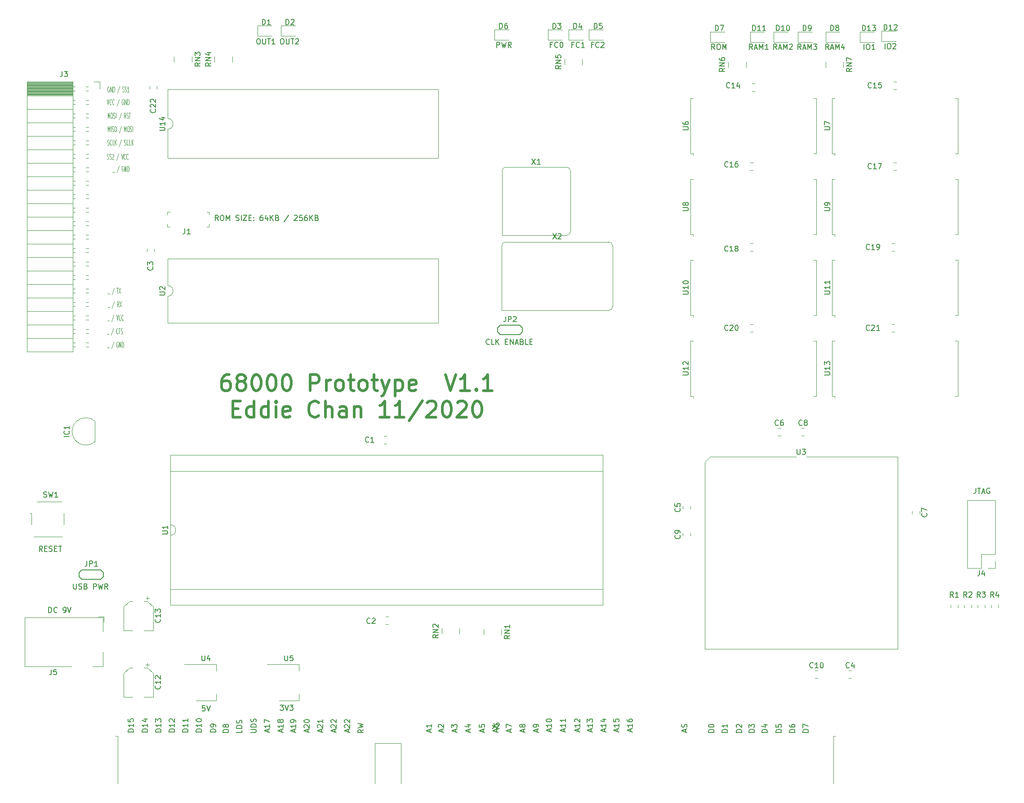
<source format=gbr>
%TF.GenerationSoftware,KiCad,Pcbnew,5.1.6-c6e7f7d~86~ubuntu18.04.1*%
%TF.CreationDate,2020-11-16T08:08:37+08:00*%
%TF.ProjectId,68k_dev,36386b5f-6465-4762-9e6b-696361645f70,rev?*%
%TF.SameCoordinates,Original*%
%TF.FileFunction,Legend,Top*%
%TF.FilePolarity,Positive*%
%FSLAX46Y46*%
G04 Gerber Fmt 4.6, Leading zero omitted, Abs format (unit mm)*
G04 Created by KiCad (PCBNEW 5.1.6-c6e7f7d~86~ubuntu18.04.1) date 2020-11-16 08:08:37*
%MOMM*%
%LPD*%
G01*
G04 APERTURE LIST*
%ADD10C,0.500000*%
%ADD11C,0.150000*%
%ADD12C,0.125000*%
%ADD13C,0.120000*%
%ADD14C,0.100000*%
G04 APERTURE END LIST*
D10*
X55176571Y-81709142D02*
X54605142Y-81709142D01*
X54319428Y-81852000D01*
X54176571Y-81994857D01*
X53890857Y-82423428D01*
X53748000Y-82994857D01*
X53748000Y-84137714D01*
X53890857Y-84423428D01*
X54033714Y-84566285D01*
X54319428Y-84709142D01*
X54890857Y-84709142D01*
X55176571Y-84566285D01*
X55319428Y-84423428D01*
X55462285Y-84137714D01*
X55462285Y-83423428D01*
X55319428Y-83137714D01*
X55176571Y-82994857D01*
X54890857Y-82852000D01*
X54319428Y-82852000D01*
X54033714Y-82994857D01*
X53890857Y-83137714D01*
X53748000Y-83423428D01*
X57176571Y-82994857D02*
X56890857Y-82852000D01*
X56748000Y-82709142D01*
X56605142Y-82423428D01*
X56605142Y-82280571D01*
X56748000Y-81994857D01*
X56890857Y-81852000D01*
X57176571Y-81709142D01*
X57748000Y-81709142D01*
X58033714Y-81852000D01*
X58176571Y-81994857D01*
X58319428Y-82280571D01*
X58319428Y-82423428D01*
X58176571Y-82709142D01*
X58033714Y-82852000D01*
X57748000Y-82994857D01*
X57176571Y-82994857D01*
X56890857Y-83137714D01*
X56748000Y-83280571D01*
X56605142Y-83566285D01*
X56605142Y-84137714D01*
X56748000Y-84423428D01*
X56890857Y-84566285D01*
X57176571Y-84709142D01*
X57748000Y-84709142D01*
X58033714Y-84566285D01*
X58176571Y-84423428D01*
X58319428Y-84137714D01*
X58319428Y-83566285D01*
X58176571Y-83280571D01*
X58033714Y-83137714D01*
X57748000Y-82994857D01*
X60176571Y-81709142D02*
X60462285Y-81709142D01*
X60748000Y-81852000D01*
X60890857Y-81994857D01*
X61033714Y-82280571D01*
X61176571Y-82852000D01*
X61176571Y-83566285D01*
X61033714Y-84137714D01*
X60890857Y-84423428D01*
X60748000Y-84566285D01*
X60462285Y-84709142D01*
X60176571Y-84709142D01*
X59890857Y-84566285D01*
X59748000Y-84423428D01*
X59605142Y-84137714D01*
X59462285Y-83566285D01*
X59462285Y-82852000D01*
X59605142Y-82280571D01*
X59748000Y-81994857D01*
X59890857Y-81852000D01*
X60176571Y-81709142D01*
X63033714Y-81709142D02*
X63319428Y-81709142D01*
X63605142Y-81852000D01*
X63748000Y-81994857D01*
X63890857Y-82280571D01*
X64033714Y-82852000D01*
X64033714Y-83566285D01*
X63890857Y-84137714D01*
X63748000Y-84423428D01*
X63605142Y-84566285D01*
X63319428Y-84709142D01*
X63033714Y-84709142D01*
X62748000Y-84566285D01*
X62605142Y-84423428D01*
X62462285Y-84137714D01*
X62319428Y-83566285D01*
X62319428Y-82852000D01*
X62462285Y-82280571D01*
X62605142Y-81994857D01*
X62748000Y-81852000D01*
X63033714Y-81709142D01*
X65890857Y-81709142D02*
X66176571Y-81709142D01*
X66462285Y-81852000D01*
X66605142Y-81994857D01*
X66748000Y-82280571D01*
X66890857Y-82852000D01*
X66890857Y-83566285D01*
X66748000Y-84137714D01*
X66605142Y-84423428D01*
X66462285Y-84566285D01*
X66176571Y-84709142D01*
X65890857Y-84709142D01*
X65605142Y-84566285D01*
X65462285Y-84423428D01*
X65319428Y-84137714D01*
X65176571Y-83566285D01*
X65176571Y-82852000D01*
X65319428Y-82280571D01*
X65462285Y-81994857D01*
X65605142Y-81852000D01*
X65890857Y-81709142D01*
X70462285Y-84709142D02*
X70462285Y-81709142D01*
X71605142Y-81709142D01*
X71890857Y-81852000D01*
X72033714Y-81994857D01*
X72176571Y-82280571D01*
X72176571Y-82709142D01*
X72033714Y-82994857D01*
X71890857Y-83137714D01*
X71605142Y-83280571D01*
X70462285Y-83280571D01*
X73462285Y-84709142D02*
X73462285Y-82709142D01*
X73462285Y-83280571D02*
X73605142Y-82994857D01*
X73748000Y-82852000D01*
X74033714Y-82709142D01*
X74319428Y-82709142D01*
X75748000Y-84709142D02*
X75462285Y-84566285D01*
X75319428Y-84423428D01*
X75176571Y-84137714D01*
X75176571Y-83280571D01*
X75319428Y-82994857D01*
X75462285Y-82852000D01*
X75748000Y-82709142D01*
X76176571Y-82709142D01*
X76462285Y-82852000D01*
X76605142Y-82994857D01*
X76748000Y-83280571D01*
X76748000Y-84137714D01*
X76605142Y-84423428D01*
X76462285Y-84566285D01*
X76176571Y-84709142D01*
X75748000Y-84709142D01*
X77605142Y-82709142D02*
X78748000Y-82709142D01*
X78033714Y-81709142D02*
X78033714Y-84280571D01*
X78176571Y-84566285D01*
X78462285Y-84709142D01*
X78748000Y-84709142D01*
X80176571Y-84709142D02*
X79890857Y-84566285D01*
X79747999Y-84423428D01*
X79605142Y-84137714D01*
X79605142Y-83280571D01*
X79747999Y-82994857D01*
X79890857Y-82852000D01*
X80176571Y-82709142D01*
X80605142Y-82709142D01*
X80890857Y-82852000D01*
X81033714Y-82994857D01*
X81176571Y-83280571D01*
X81176571Y-84137714D01*
X81033714Y-84423428D01*
X80890857Y-84566285D01*
X80605142Y-84709142D01*
X80176571Y-84709142D01*
X82033714Y-82709142D02*
X83176571Y-82709142D01*
X82462285Y-81709142D02*
X82462285Y-84280571D01*
X82605142Y-84566285D01*
X82890857Y-84709142D01*
X83176571Y-84709142D01*
X83890857Y-82709142D02*
X84605142Y-84709142D01*
X85319428Y-82709142D02*
X84605142Y-84709142D01*
X84319428Y-85423428D01*
X84176571Y-85566285D01*
X83890857Y-85709142D01*
X86462285Y-82709142D02*
X86462285Y-85709142D01*
X86462285Y-82852000D02*
X86747999Y-82709142D01*
X87319428Y-82709142D01*
X87605142Y-82852000D01*
X87747999Y-82994857D01*
X87890857Y-83280571D01*
X87890857Y-84137714D01*
X87747999Y-84423428D01*
X87605142Y-84566285D01*
X87319428Y-84709142D01*
X86747999Y-84709142D01*
X86462285Y-84566285D01*
X90319428Y-84566285D02*
X90033714Y-84709142D01*
X89462285Y-84709142D01*
X89176571Y-84566285D01*
X89033714Y-84280571D01*
X89033714Y-83137714D01*
X89176571Y-82852000D01*
X89462285Y-82709142D01*
X90033714Y-82709142D01*
X90319428Y-82852000D01*
X90462285Y-83137714D01*
X90462285Y-83423428D01*
X89033714Y-83709142D01*
X95890857Y-81709142D02*
X96890857Y-84709142D01*
X97890857Y-81709142D01*
X100462285Y-84709142D02*
X98748000Y-84709142D01*
X99605142Y-84709142D02*
X99605142Y-81709142D01*
X99319428Y-82137714D01*
X99033714Y-82423428D01*
X98748000Y-82566285D01*
X101748000Y-84423428D02*
X101890857Y-84566285D01*
X101748000Y-84709142D01*
X101605142Y-84566285D01*
X101748000Y-84423428D01*
X101748000Y-84709142D01*
X104747999Y-84709142D02*
X103033714Y-84709142D01*
X103890857Y-84709142D02*
X103890857Y-81709142D01*
X103605142Y-82137714D01*
X103319428Y-82423428D01*
X103033714Y-82566285D01*
X55890857Y-88137714D02*
X56890857Y-88137714D01*
X57319428Y-89709142D02*
X55890857Y-89709142D01*
X55890857Y-86709142D01*
X57319428Y-86709142D01*
X59890857Y-89709142D02*
X59890857Y-86709142D01*
X59890857Y-89566285D02*
X59605142Y-89709142D01*
X59033714Y-89709142D01*
X58748000Y-89566285D01*
X58605142Y-89423428D01*
X58462285Y-89137714D01*
X58462285Y-88280571D01*
X58605142Y-87994857D01*
X58748000Y-87852000D01*
X59033714Y-87709142D01*
X59605142Y-87709142D01*
X59890857Y-87852000D01*
X62605142Y-89709142D02*
X62605142Y-86709142D01*
X62605142Y-89566285D02*
X62319428Y-89709142D01*
X61748000Y-89709142D01*
X61462285Y-89566285D01*
X61319428Y-89423428D01*
X61176571Y-89137714D01*
X61176571Y-88280571D01*
X61319428Y-87994857D01*
X61462285Y-87852000D01*
X61748000Y-87709142D01*
X62319428Y-87709142D01*
X62605142Y-87852000D01*
X64033714Y-89709142D02*
X64033714Y-87709142D01*
X64033714Y-86709142D02*
X63890857Y-86852000D01*
X64033714Y-86994857D01*
X64176571Y-86852000D01*
X64033714Y-86709142D01*
X64033714Y-86994857D01*
X66605142Y-89566285D02*
X66319428Y-89709142D01*
X65748000Y-89709142D01*
X65462285Y-89566285D01*
X65319428Y-89280571D01*
X65319428Y-88137714D01*
X65462285Y-87852000D01*
X65748000Y-87709142D01*
X66319428Y-87709142D01*
X66605142Y-87852000D01*
X66748000Y-88137714D01*
X66748000Y-88423428D01*
X65319428Y-88709142D01*
X72033714Y-89423428D02*
X71890857Y-89566285D01*
X71462285Y-89709142D01*
X71176571Y-89709142D01*
X70748000Y-89566285D01*
X70462285Y-89280571D01*
X70319428Y-88994857D01*
X70176571Y-88423428D01*
X70176571Y-87994857D01*
X70319428Y-87423428D01*
X70462285Y-87137714D01*
X70748000Y-86852000D01*
X71176571Y-86709142D01*
X71462285Y-86709142D01*
X71890857Y-86852000D01*
X72033714Y-86994857D01*
X73319428Y-89709142D02*
X73319428Y-86709142D01*
X74605142Y-89709142D02*
X74605142Y-88137714D01*
X74462285Y-87852000D01*
X74176571Y-87709142D01*
X73748000Y-87709142D01*
X73462285Y-87852000D01*
X73319428Y-87994857D01*
X77319428Y-89709142D02*
X77319428Y-88137714D01*
X77176571Y-87852000D01*
X76890857Y-87709142D01*
X76319428Y-87709142D01*
X76033714Y-87852000D01*
X77319428Y-89566285D02*
X77033714Y-89709142D01*
X76319428Y-89709142D01*
X76033714Y-89566285D01*
X75890857Y-89280571D01*
X75890857Y-88994857D01*
X76033714Y-88709142D01*
X76319428Y-88566285D01*
X77033714Y-88566285D01*
X77319428Y-88423428D01*
X78748000Y-87709142D02*
X78748000Y-89709142D01*
X78748000Y-87994857D02*
X78890857Y-87852000D01*
X79176571Y-87709142D01*
X79605142Y-87709142D01*
X79890857Y-87852000D01*
X80033714Y-88137714D01*
X80033714Y-89709142D01*
X85319428Y-89709142D02*
X83605142Y-89709142D01*
X84462285Y-89709142D02*
X84462285Y-86709142D01*
X84176571Y-87137714D01*
X83890857Y-87423428D01*
X83605142Y-87566285D01*
X88176571Y-89709142D02*
X86462285Y-89709142D01*
X87319428Y-89709142D02*
X87319428Y-86709142D01*
X87033714Y-87137714D01*
X86748000Y-87423428D01*
X86462285Y-87566285D01*
X91605142Y-86566285D02*
X89033714Y-90423428D01*
X92462285Y-86994857D02*
X92605142Y-86852000D01*
X92890857Y-86709142D01*
X93605142Y-86709142D01*
X93890857Y-86852000D01*
X94033714Y-86994857D01*
X94176571Y-87280571D01*
X94176571Y-87566285D01*
X94033714Y-87994857D01*
X92319428Y-89709142D01*
X94176571Y-89709142D01*
X96033714Y-86709142D02*
X96319428Y-86709142D01*
X96605142Y-86852000D01*
X96748000Y-86994857D01*
X96890857Y-87280571D01*
X97033714Y-87852000D01*
X97033714Y-88566285D01*
X96890857Y-89137714D01*
X96748000Y-89423428D01*
X96605142Y-89566285D01*
X96319428Y-89709142D01*
X96033714Y-89709142D01*
X95748000Y-89566285D01*
X95605142Y-89423428D01*
X95462285Y-89137714D01*
X95319428Y-88566285D01*
X95319428Y-87852000D01*
X95462285Y-87280571D01*
X95605142Y-86994857D01*
X95748000Y-86852000D01*
X96033714Y-86709142D01*
X98176571Y-86994857D02*
X98319428Y-86852000D01*
X98605142Y-86709142D01*
X99319428Y-86709142D01*
X99605142Y-86852000D01*
X99748000Y-86994857D01*
X99890857Y-87280571D01*
X99890857Y-87566285D01*
X99748000Y-87994857D01*
X98033714Y-89709142D01*
X99890857Y-89709142D01*
X101748000Y-86709142D02*
X102033714Y-86709142D01*
X102319428Y-86852000D01*
X102462285Y-86994857D01*
X102605142Y-87280571D01*
X102748000Y-87852000D01*
X102748000Y-88566285D01*
X102605142Y-89137714D01*
X102462285Y-89423428D01*
X102319428Y-89566285D01*
X102033714Y-89709142D01*
X101748000Y-89709142D01*
X101462285Y-89566285D01*
X101319428Y-89423428D01*
X101176571Y-89137714D01*
X101033714Y-88566285D01*
X101033714Y-87852000D01*
X101176571Y-87280571D01*
X101319428Y-86994857D01*
X101462285Y-86852000D01*
X101748000Y-86709142D01*
D11*
X164282380Y-149131785D02*
X163282380Y-149131785D01*
X163282380Y-148893690D01*
X163330000Y-148750833D01*
X163425238Y-148655595D01*
X163520476Y-148607976D01*
X163710952Y-148560357D01*
X163853809Y-148560357D01*
X164044285Y-148607976D01*
X164139523Y-148655595D01*
X164234761Y-148750833D01*
X164282380Y-148893690D01*
X164282380Y-149131785D01*
X163282380Y-148227023D02*
X163282380Y-147560357D01*
X164282380Y-147988928D01*
X161742380Y-149131785D02*
X160742380Y-149131785D01*
X160742380Y-148893690D01*
X160790000Y-148750833D01*
X160885238Y-148655595D01*
X160980476Y-148607976D01*
X161170952Y-148560357D01*
X161313809Y-148560357D01*
X161504285Y-148607976D01*
X161599523Y-148655595D01*
X161694761Y-148750833D01*
X161742380Y-148893690D01*
X161742380Y-149131785D01*
X160742380Y-147703214D02*
X160742380Y-147893690D01*
X160790000Y-147988928D01*
X160837619Y-148036547D01*
X160980476Y-148131785D01*
X161170952Y-148179404D01*
X161551904Y-148179404D01*
X161647142Y-148131785D01*
X161694761Y-148084166D01*
X161742380Y-147988928D01*
X161742380Y-147798452D01*
X161694761Y-147703214D01*
X161647142Y-147655595D01*
X161551904Y-147607976D01*
X161313809Y-147607976D01*
X161218571Y-147655595D01*
X161170952Y-147703214D01*
X161123333Y-147798452D01*
X161123333Y-147988928D01*
X161170952Y-148084166D01*
X161218571Y-148131785D01*
X161313809Y-148179404D01*
X159202380Y-149131785D02*
X158202380Y-149131785D01*
X158202380Y-148893690D01*
X158250000Y-148750833D01*
X158345238Y-148655595D01*
X158440476Y-148607976D01*
X158630952Y-148560357D01*
X158773809Y-148560357D01*
X158964285Y-148607976D01*
X159059523Y-148655595D01*
X159154761Y-148750833D01*
X159202380Y-148893690D01*
X159202380Y-149131785D01*
X158202380Y-147655595D02*
X158202380Y-148131785D01*
X158678571Y-148179404D01*
X158630952Y-148131785D01*
X158583333Y-148036547D01*
X158583333Y-147798452D01*
X158630952Y-147703214D01*
X158678571Y-147655595D01*
X158773809Y-147607976D01*
X159011904Y-147607976D01*
X159107142Y-147655595D01*
X159154761Y-147703214D01*
X159202380Y-147798452D01*
X159202380Y-148036547D01*
X159154761Y-148131785D01*
X159107142Y-148179404D01*
X156535380Y-149131785D02*
X155535380Y-149131785D01*
X155535380Y-148893690D01*
X155583000Y-148750833D01*
X155678238Y-148655595D01*
X155773476Y-148607976D01*
X155963952Y-148560357D01*
X156106809Y-148560357D01*
X156297285Y-148607976D01*
X156392523Y-148655595D01*
X156487761Y-148750833D01*
X156535380Y-148893690D01*
X156535380Y-149131785D01*
X155868714Y-147703214D02*
X156535380Y-147703214D01*
X155487761Y-147941309D02*
X156202047Y-148179404D01*
X156202047Y-147560357D01*
X154122380Y-149131785D02*
X153122380Y-149131785D01*
X153122380Y-148893690D01*
X153170000Y-148750833D01*
X153265238Y-148655595D01*
X153360476Y-148607976D01*
X153550952Y-148560357D01*
X153693809Y-148560357D01*
X153884285Y-148607976D01*
X153979523Y-148655595D01*
X154074761Y-148750833D01*
X154122380Y-148893690D01*
X154122380Y-149131785D01*
X153122380Y-148227023D02*
X153122380Y-147607976D01*
X153503333Y-147941309D01*
X153503333Y-147798452D01*
X153550952Y-147703214D01*
X153598571Y-147655595D01*
X153693809Y-147607976D01*
X153931904Y-147607976D01*
X154027142Y-147655595D01*
X154074761Y-147703214D01*
X154122380Y-147798452D01*
X154122380Y-148084166D01*
X154074761Y-148179404D01*
X154027142Y-148227023D01*
X151709380Y-149131785D02*
X150709380Y-149131785D01*
X150709380Y-148893690D01*
X150757000Y-148750833D01*
X150852238Y-148655595D01*
X150947476Y-148607976D01*
X151137952Y-148560357D01*
X151280809Y-148560357D01*
X151471285Y-148607976D01*
X151566523Y-148655595D01*
X151661761Y-148750833D01*
X151709380Y-148893690D01*
X151709380Y-149131785D01*
X150804619Y-148179404D02*
X150757000Y-148131785D01*
X150709380Y-148036547D01*
X150709380Y-147798452D01*
X150757000Y-147703214D01*
X150804619Y-147655595D01*
X150899857Y-147607976D01*
X150995095Y-147607976D01*
X151137952Y-147655595D01*
X151709380Y-148227023D01*
X151709380Y-147607976D01*
X149042380Y-149131785D02*
X148042380Y-149131785D01*
X148042380Y-148893690D01*
X148090000Y-148750833D01*
X148185238Y-148655595D01*
X148280476Y-148607976D01*
X148470952Y-148560357D01*
X148613809Y-148560357D01*
X148804285Y-148607976D01*
X148899523Y-148655595D01*
X148994761Y-148750833D01*
X149042380Y-148893690D01*
X149042380Y-149131785D01*
X149042380Y-147607976D02*
X149042380Y-148179404D01*
X149042380Y-147893690D02*
X148042380Y-147893690D01*
X148185238Y-147988928D01*
X148280476Y-148084166D01*
X148328095Y-148179404D01*
X146502380Y-149131785D02*
X145502380Y-149131785D01*
X145502380Y-148893690D01*
X145550000Y-148750833D01*
X145645238Y-148655595D01*
X145740476Y-148607976D01*
X145930952Y-148560357D01*
X146073809Y-148560357D01*
X146264285Y-148607976D01*
X146359523Y-148655595D01*
X146454761Y-148750833D01*
X146502380Y-148893690D01*
X146502380Y-149131785D01*
X145502380Y-147941309D02*
X145502380Y-147846071D01*
X145550000Y-147750833D01*
X145597619Y-147703214D01*
X145692857Y-147655595D01*
X145883333Y-147607976D01*
X146121428Y-147607976D01*
X146311904Y-147655595D01*
X146407142Y-147703214D01*
X146454761Y-147750833D01*
X146502380Y-147846071D01*
X146502380Y-147941309D01*
X146454761Y-148036547D01*
X146407142Y-148084166D01*
X146311904Y-148131785D01*
X146121428Y-148179404D01*
X145883333Y-148179404D01*
X145692857Y-148131785D01*
X145597619Y-148084166D01*
X145550000Y-148036547D01*
X145502380Y-147941309D01*
X141136666Y-149036547D02*
X141136666Y-148560357D01*
X141422380Y-149131785D02*
X140422380Y-148798452D01*
X141422380Y-148465119D01*
X141374761Y-148179404D02*
X141422380Y-148036547D01*
X141422380Y-147798452D01*
X141374761Y-147703214D01*
X141327142Y-147655595D01*
X141231904Y-147607976D01*
X141136666Y-147607976D01*
X141041428Y-147655595D01*
X140993809Y-147703214D01*
X140946190Y-147798452D01*
X140898571Y-147988928D01*
X140850952Y-148084166D01*
X140803333Y-148131785D01*
X140708095Y-148179404D01*
X140612857Y-148179404D01*
X140517619Y-148131785D01*
X140470000Y-148084166D01*
X140422380Y-147988928D01*
X140422380Y-147750833D01*
X140470000Y-147607976D01*
X130849666Y-148972928D02*
X130849666Y-148496738D01*
X131135380Y-149068166D02*
X130135380Y-148734833D01*
X131135380Y-148401500D01*
X131135380Y-147544357D02*
X131135380Y-148115785D01*
X131135380Y-147830071D02*
X130135380Y-147830071D01*
X130278238Y-147925309D01*
X130373476Y-148020547D01*
X130421095Y-148115785D01*
X130135380Y-146687214D02*
X130135380Y-146877690D01*
X130183000Y-146972928D01*
X130230619Y-147020547D01*
X130373476Y-147115785D01*
X130563952Y-147163404D01*
X130944904Y-147163404D01*
X131040142Y-147115785D01*
X131087761Y-147068166D01*
X131135380Y-146972928D01*
X131135380Y-146782452D01*
X131087761Y-146687214D01*
X131040142Y-146639595D01*
X130944904Y-146591976D01*
X130706809Y-146591976D01*
X130611571Y-146639595D01*
X130563952Y-146687214D01*
X130516333Y-146782452D01*
X130516333Y-146972928D01*
X130563952Y-147068166D01*
X130611571Y-147115785D01*
X130706809Y-147163404D01*
X128309666Y-148972928D02*
X128309666Y-148496738D01*
X128595380Y-149068166D02*
X127595380Y-148734833D01*
X128595380Y-148401500D01*
X128595380Y-147544357D02*
X128595380Y-148115785D01*
X128595380Y-147830071D02*
X127595380Y-147830071D01*
X127738238Y-147925309D01*
X127833476Y-148020547D01*
X127881095Y-148115785D01*
X127595380Y-146639595D02*
X127595380Y-147115785D01*
X128071571Y-147163404D01*
X128023952Y-147115785D01*
X127976333Y-147020547D01*
X127976333Y-146782452D01*
X128023952Y-146687214D01*
X128071571Y-146639595D01*
X128166809Y-146591976D01*
X128404904Y-146591976D01*
X128500142Y-146639595D01*
X128547761Y-146687214D01*
X128595380Y-146782452D01*
X128595380Y-147020547D01*
X128547761Y-147115785D01*
X128500142Y-147163404D01*
X125896666Y-148972928D02*
X125896666Y-148496738D01*
X126182380Y-149068166D02*
X125182380Y-148734833D01*
X126182380Y-148401500D01*
X126182380Y-147544357D02*
X126182380Y-148115785D01*
X126182380Y-147830071D02*
X125182380Y-147830071D01*
X125325238Y-147925309D01*
X125420476Y-148020547D01*
X125468095Y-148115785D01*
X125515714Y-146687214D02*
X126182380Y-146687214D01*
X125134761Y-146925309D02*
X125849047Y-147163404D01*
X125849047Y-146544357D01*
X123356666Y-148972928D02*
X123356666Y-148496738D01*
X123642380Y-149068166D02*
X122642380Y-148734833D01*
X123642380Y-148401500D01*
X123642380Y-147544357D02*
X123642380Y-148115785D01*
X123642380Y-147830071D02*
X122642380Y-147830071D01*
X122785238Y-147925309D01*
X122880476Y-148020547D01*
X122928095Y-148115785D01*
X122642380Y-147211023D02*
X122642380Y-146591976D01*
X123023333Y-146925309D01*
X123023333Y-146782452D01*
X123070952Y-146687214D01*
X123118571Y-146639595D01*
X123213809Y-146591976D01*
X123451904Y-146591976D01*
X123547142Y-146639595D01*
X123594761Y-146687214D01*
X123642380Y-146782452D01*
X123642380Y-147068166D01*
X123594761Y-147163404D01*
X123547142Y-147211023D01*
X120943666Y-148972928D02*
X120943666Y-148496738D01*
X121229380Y-149068166D02*
X120229380Y-148734833D01*
X121229380Y-148401500D01*
X121229380Y-147544357D02*
X121229380Y-148115785D01*
X121229380Y-147830071D02*
X120229380Y-147830071D01*
X120372238Y-147925309D01*
X120467476Y-148020547D01*
X120515095Y-148115785D01*
X120324619Y-147163404D02*
X120277000Y-147115785D01*
X120229380Y-147020547D01*
X120229380Y-146782452D01*
X120277000Y-146687214D01*
X120324619Y-146639595D01*
X120419857Y-146591976D01*
X120515095Y-146591976D01*
X120657952Y-146639595D01*
X121229380Y-147211023D01*
X121229380Y-146591976D01*
X118276666Y-148972928D02*
X118276666Y-148496738D01*
X118562380Y-149068166D02*
X117562380Y-148734833D01*
X118562380Y-148401500D01*
X118562380Y-147544357D02*
X118562380Y-148115785D01*
X118562380Y-147830071D02*
X117562380Y-147830071D01*
X117705238Y-147925309D01*
X117800476Y-148020547D01*
X117848095Y-148115785D01*
X118562380Y-146591976D02*
X118562380Y-147163404D01*
X118562380Y-146877690D02*
X117562380Y-146877690D01*
X117705238Y-146972928D01*
X117800476Y-147068166D01*
X117848095Y-147163404D01*
X115609666Y-148972928D02*
X115609666Y-148496738D01*
X115895380Y-149068166D02*
X114895380Y-148734833D01*
X115895380Y-148401500D01*
X115895380Y-147544357D02*
X115895380Y-148115785D01*
X115895380Y-147830071D02*
X114895380Y-147830071D01*
X115038238Y-147925309D01*
X115133476Y-148020547D01*
X115181095Y-148115785D01*
X114895380Y-146925309D02*
X114895380Y-146830071D01*
X114943000Y-146734833D01*
X114990619Y-146687214D01*
X115085857Y-146639595D01*
X115276333Y-146591976D01*
X115514428Y-146591976D01*
X115704904Y-146639595D01*
X115800142Y-146687214D01*
X115847761Y-146734833D01*
X115895380Y-146830071D01*
X115895380Y-146925309D01*
X115847761Y-147020547D01*
X115800142Y-147068166D01*
X115704904Y-147115785D01*
X115514428Y-147163404D01*
X115276333Y-147163404D01*
X115085857Y-147115785D01*
X114990619Y-147068166D01*
X114943000Y-147020547D01*
X114895380Y-146925309D01*
X113196666Y-149036547D02*
X113196666Y-148560357D01*
X113482380Y-149131785D02*
X112482380Y-148798452D01*
X113482380Y-148465119D01*
X113482380Y-148084166D02*
X113482380Y-147893690D01*
X113434761Y-147798452D01*
X113387142Y-147750833D01*
X113244285Y-147655595D01*
X113053809Y-147607976D01*
X112672857Y-147607976D01*
X112577619Y-147655595D01*
X112530000Y-147703214D01*
X112482380Y-147798452D01*
X112482380Y-147988928D01*
X112530000Y-148084166D01*
X112577619Y-148131785D01*
X112672857Y-148179404D01*
X112910952Y-148179404D01*
X113006190Y-148131785D01*
X113053809Y-148084166D01*
X113101428Y-147988928D01*
X113101428Y-147798452D01*
X113053809Y-147703214D01*
X113006190Y-147655595D01*
X112910952Y-147607976D01*
X110656666Y-149036547D02*
X110656666Y-148560357D01*
X110942380Y-149131785D02*
X109942380Y-148798452D01*
X110942380Y-148465119D01*
X110370952Y-147988928D02*
X110323333Y-148084166D01*
X110275714Y-148131785D01*
X110180476Y-148179404D01*
X110132857Y-148179404D01*
X110037619Y-148131785D01*
X109990000Y-148084166D01*
X109942380Y-147988928D01*
X109942380Y-147798452D01*
X109990000Y-147703214D01*
X110037619Y-147655595D01*
X110132857Y-147607976D01*
X110180476Y-147607976D01*
X110275714Y-147655595D01*
X110323333Y-147703214D01*
X110370952Y-147798452D01*
X110370952Y-147988928D01*
X110418571Y-148084166D01*
X110466190Y-148131785D01*
X110561428Y-148179404D01*
X110751904Y-148179404D01*
X110847142Y-148131785D01*
X110894761Y-148084166D01*
X110942380Y-147988928D01*
X110942380Y-147798452D01*
X110894761Y-147703214D01*
X110847142Y-147655595D01*
X110751904Y-147607976D01*
X110561428Y-147607976D01*
X110466190Y-147655595D01*
X110418571Y-147703214D01*
X110370952Y-147798452D01*
X108116666Y-149036547D02*
X108116666Y-148560357D01*
X108402380Y-149131785D02*
X107402380Y-148798452D01*
X108402380Y-148465119D01*
X107402380Y-148227023D02*
X107402380Y-147560357D01*
X108402380Y-147988928D01*
X105576666Y-149036547D02*
X105576666Y-148560357D01*
X105862380Y-149131785D02*
X104862380Y-148798452D01*
X105862380Y-148465119D01*
X104862380Y-147703214D02*
X104862380Y-147893690D01*
X104910000Y-147988928D01*
X104957619Y-148036547D01*
X105100476Y-148131785D01*
X105290952Y-148179404D01*
X105671904Y-148179404D01*
X105767142Y-148131785D01*
X105814761Y-148084166D01*
X105862380Y-147988928D01*
X105862380Y-147798452D01*
X105814761Y-147703214D01*
X105767142Y-147655595D01*
X105671904Y-147607976D01*
X105433809Y-147607976D01*
X105338571Y-147655595D01*
X105290952Y-147703214D01*
X105243333Y-147798452D01*
X105243333Y-147988928D01*
X105290952Y-148084166D01*
X105338571Y-148131785D01*
X105433809Y-148179404D01*
X103036666Y-149036547D02*
X103036666Y-148560357D01*
X103322380Y-149131785D02*
X102322380Y-148798452D01*
X103322380Y-148465119D01*
X102322380Y-147655595D02*
X102322380Y-148131785D01*
X102798571Y-148179404D01*
X102750952Y-148131785D01*
X102703333Y-148036547D01*
X102703333Y-147798452D01*
X102750952Y-147703214D01*
X102798571Y-147655595D01*
X102893809Y-147607976D01*
X103131904Y-147607976D01*
X103227142Y-147655595D01*
X103274761Y-147703214D01*
X103322380Y-147798452D01*
X103322380Y-148036547D01*
X103274761Y-148131785D01*
X103227142Y-148179404D01*
X100369666Y-149036547D02*
X100369666Y-148560357D01*
X100655380Y-149131785D02*
X99655380Y-148798452D01*
X100655380Y-148465119D01*
X99988714Y-147703214D02*
X100655380Y-147703214D01*
X99607761Y-147941309D02*
X100322047Y-148179404D01*
X100322047Y-147560357D01*
X97829666Y-149036547D02*
X97829666Y-148560357D01*
X98115380Y-149131785D02*
X97115380Y-148798452D01*
X98115380Y-148465119D01*
X97115380Y-148227023D02*
X97115380Y-147607976D01*
X97496333Y-147941309D01*
X97496333Y-147798452D01*
X97543952Y-147703214D01*
X97591571Y-147655595D01*
X97686809Y-147607976D01*
X97924904Y-147607976D01*
X98020142Y-147655595D01*
X98067761Y-147703214D01*
X98115380Y-147798452D01*
X98115380Y-148084166D01*
X98067761Y-148179404D01*
X98020142Y-148227023D01*
X95289666Y-149036547D02*
X95289666Y-148560357D01*
X95575380Y-149131785D02*
X94575380Y-148798452D01*
X95575380Y-148465119D01*
X94670619Y-148179404D02*
X94623000Y-148131785D01*
X94575380Y-148036547D01*
X94575380Y-147798452D01*
X94623000Y-147703214D01*
X94670619Y-147655595D01*
X94765857Y-147607976D01*
X94861095Y-147607976D01*
X95003952Y-147655595D01*
X95575380Y-148227023D01*
X95575380Y-147607976D01*
X93003666Y-149036547D02*
X93003666Y-148560357D01*
X93289380Y-149131785D02*
X92289380Y-148798452D01*
X93289380Y-148465119D01*
X93289380Y-147607976D02*
X93289380Y-148179404D01*
X93289380Y-147893690D02*
X92289380Y-147893690D01*
X92432238Y-147988928D01*
X92527476Y-148084166D01*
X92575095Y-148179404D01*
X80462380Y-148623833D02*
X79986190Y-148957166D01*
X80462380Y-149195261D02*
X79462380Y-149195261D01*
X79462380Y-148814309D01*
X79510000Y-148719071D01*
X79557619Y-148671452D01*
X79652857Y-148623833D01*
X79795714Y-148623833D01*
X79890952Y-148671452D01*
X79938571Y-148719071D01*
X79986190Y-148814309D01*
X79986190Y-149195261D01*
X79462380Y-148290500D02*
X80462380Y-148052404D01*
X79748095Y-147861928D01*
X80462380Y-147671452D01*
X79462380Y-147433357D01*
X77636666Y-149099928D02*
X77636666Y-148623738D01*
X77922380Y-149195166D02*
X76922380Y-148861833D01*
X77922380Y-148528500D01*
X77017619Y-148242785D02*
X76970000Y-148195166D01*
X76922380Y-148099928D01*
X76922380Y-147861833D01*
X76970000Y-147766595D01*
X77017619Y-147718976D01*
X77112857Y-147671357D01*
X77208095Y-147671357D01*
X77350952Y-147718976D01*
X77922380Y-148290404D01*
X77922380Y-147671357D01*
X77017619Y-147290404D02*
X76970000Y-147242785D01*
X76922380Y-147147547D01*
X76922380Y-146909452D01*
X76970000Y-146814214D01*
X77017619Y-146766595D01*
X77112857Y-146718976D01*
X77208095Y-146718976D01*
X77350952Y-146766595D01*
X77922380Y-147338023D01*
X77922380Y-146718976D01*
X75096666Y-149099928D02*
X75096666Y-148623738D01*
X75382380Y-149195166D02*
X74382380Y-148861833D01*
X75382380Y-148528500D01*
X74477619Y-148242785D02*
X74430000Y-148195166D01*
X74382380Y-148099928D01*
X74382380Y-147861833D01*
X74430000Y-147766595D01*
X74477619Y-147718976D01*
X74572857Y-147671357D01*
X74668095Y-147671357D01*
X74810952Y-147718976D01*
X75382380Y-148290404D01*
X75382380Y-147671357D01*
X74477619Y-147290404D02*
X74430000Y-147242785D01*
X74382380Y-147147547D01*
X74382380Y-146909452D01*
X74430000Y-146814214D01*
X74477619Y-146766595D01*
X74572857Y-146718976D01*
X74668095Y-146718976D01*
X74810952Y-146766595D01*
X75382380Y-147338023D01*
X75382380Y-146718976D01*
X72556666Y-149099928D02*
X72556666Y-148623738D01*
X72842380Y-149195166D02*
X71842380Y-148861833D01*
X72842380Y-148528500D01*
X71937619Y-148242785D02*
X71890000Y-148195166D01*
X71842380Y-148099928D01*
X71842380Y-147861833D01*
X71890000Y-147766595D01*
X71937619Y-147718976D01*
X72032857Y-147671357D01*
X72128095Y-147671357D01*
X72270952Y-147718976D01*
X72842380Y-148290404D01*
X72842380Y-147671357D01*
X72842380Y-146718976D02*
X72842380Y-147290404D01*
X72842380Y-147004690D02*
X71842380Y-147004690D01*
X71985238Y-147099928D01*
X72080476Y-147195166D01*
X72128095Y-147290404D01*
X70016666Y-149099928D02*
X70016666Y-148623738D01*
X70302380Y-149195166D02*
X69302380Y-148861833D01*
X70302380Y-148528500D01*
X69397619Y-148242785D02*
X69350000Y-148195166D01*
X69302380Y-148099928D01*
X69302380Y-147861833D01*
X69350000Y-147766595D01*
X69397619Y-147718976D01*
X69492857Y-147671357D01*
X69588095Y-147671357D01*
X69730952Y-147718976D01*
X70302380Y-148290404D01*
X70302380Y-147671357D01*
X69302380Y-147052309D02*
X69302380Y-146957071D01*
X69350000Y-146861833D01*
X69397619Y-146814214D01*
X69492857Y-146766595D01*
X69683333Y-146718976D01*
X69921428Y-146718976D01*
X70111904Y-146766595D01*
X70207142Y-146814214D01*
X70254761Y-146861833D01*
X70302380Y-146957071D01*
X70302380Y-147052309D01*
X70254761Y-147147547D01*
X70207142Y-147195166D01*
X70111904Y-147242785D01*
X69921428Y-147290404D01*
X69683333Y-147290404D01*
X69492857Y-147242785D01*
X69397619Y-147195166D01*
X69350000Y-147147547D01*
X69302380Y-147052309D01*
X67476666Y-149099928D02*
X67476666Y-148623738D01*
X67762380Y-149195166D02*
X66762380Y-148861833D01*
X67762380Y-148528500D01*
X67762380Y-147671357D02*
X67762380Y-148242785D01*
X67762380Y-147957071D02*
X66762380Y-147957071D01*
X66905238Y-148052309D01*
X67000476Y-148147547D01*
X67048095Y-148242785D01*
X67762380Y-147195166D02*
X67762380Y-147004690D01*
X67714761Y-146909452D01*
X67667142Y-146861833D01*
X67524285Y-146766595D01*
X67333809Y-146718976D01*
X66952857Y-146718976D01*
X66857619Y-146766595D01*
X66810000Y-146814214D01*
X66762380Y-146909452D01*
X66762380Y-147099928D01*
X66810000Y-147195166D01*
X66857619Y-147242785D01*
X66952857Y-147290404D01*
X67190952Y-147290404D01*
X67286190Y-147242785D01*
X67333809Y-147195166D01*
X67381428Y-147099928D01*
X67381428Y-146909452D01*
X67333809Y-146814214D01*
X67286190Y-146766595D01*
X67190952Y-146718976D01*
X65063666Y-149099928D02*
X65063666Y-148623738D01*
X65349380Y-149195166D02*
X64349380Y-148861833D01*
X65349380Y-148528500D01*
X65349380Y-147671357D02*
X65349380Y-148242785D01*
X65349380Y-147957071D02*
X64349380Y-147957071D01*
X64492238Y-148052309D01*
X64587476Y-148147547D01*
X64635095Y-148242785D01*
X64777952Y-147099928D02*
X64730333Y-147195166D01*
X64682714Y-147242785D01*
X64587476Y-147290404D01*
X64539857Y-147290404D01*
X64444619Y-147242785D01*
X64397000Y-147195166D01*
X64349380Y-147099928D01*
X64349380Y-146909452D01*
X64397000Y-146814214D01*
X64444619Y-146766595D01*
X64539857Y-146718976D01*
X64587476Y-146718976D01*
X64682714Y-146766595D01*
X64730333Y-146814214D01*
X64777952Y-146909452D01*
X64777952Y-147099928D01*
X64825571Y-147195166D01*
X64873190Y-147242785D01*
X64968428Y-147290404D01*
X65158904Y-147290404D01*
X65254142Y-147242785D01*
X65301761Y-147195166D01*
X65349380Y-147099928D01*
X65349380Y-146909452D01*
X65301761Y-146814214D01*
X65254142Y-146766595D01*
X65158904Y-146718976D01*
X64968428Y-146718976D01*
X64873190Y-146766595D01*
X64825571Y-146814214D01*
X64777952Y-146909452D01*
X62523666Y-149099928D02*
X62523666Y-148623738D01*
X62809380Y-149195166D02*
X61809380Y-148861833D01*
X62809380Y-148528500D01*
X62809380Y-147671357D02*
X62809380Y-148242785D01*
X62809380Y-147957071D02*
X61809380Y-147957071D01*
X61952238Y-148052309D01*
X62047476Y-148147547D01*
X62095095Y-148242785D01*
X61809380Y-147338023D02*
X61809380Y-146671357D01*
X62809380Y-147099928D01*
X59269380Y-149163404D02*
X60078904Y-149163404D01*
X60174142Y-149115785D01*
X60221761Y-149068166D01*
X60269380Y-148972928D01*
X60269380Y-148782452D01*
X60221761Y-148687214D01*
X60174142Y-148639595D01*
X60078904Y-148591976D01*
X59269380Y-148591976D01*
X60269380Y-148115785D02*
X59269380Y-148115785D01*
X59269380Y-147877690D01*
X59317000Y-147734833D01*
X59412238Y-147639595D01*
X59507476Y-147591976D01*
X59697952Y-147544357D01*
X59840809Y-147544357D01*
X60031285Y-147591976D01*
X60126523Y-147639595D01*
X60221761Y-147734833D01*
X60269380Y-147877690D01*
X60269380Y-148115785D01*
X60221761Y-147163404D02*
X60269380Y-147020547D01*
X60269380Y-146782452D01*
X60221761Y-146687214D01*
X60174142Y-146639595D01*
X60078904Y-146591976D01*
X59983666Y-146591976D01*
X59888428Y-146639595D01*
X59840809Y-146687214D01*
X59793190Y-146782452D01*
X59745571Y-146972928D01*
X59697952Y-147068166D01*
X59650333Y-147115785D01*
X59555095Y-147163404D01*
X59459857Y-147163404D01*
X59364619Y-147115785D01*
X59317000Y-147068166D01*
X59269380Y-146972928D01*
X59269380Y-146734833D01*
X59317000Y-146591976D01*
X57602380Y-148703119D02*
X57602380Y-149179309D01*
X56602380Y-149179309D01*
X57602380Y-148369785D02*
X56602380Y-148369785D01*
X56602380Y-148131690D01*
X56650000Y-147988833D01*
X56745238Y-147893595D01*
X56840476Y-147845976D01*
X57030952Y-147798357D01*
X57173809Y-147798357D01*
X57364285Y-147845976D01*
X57459523Y-147893595D01*
X57554761Y-147988833D01*
X57602380Y-148131690D01*
X57602380Y-148369785D01*
X57554761Y-147417404D02*
X57602380Y-147274547D01*
X57602380Y-147036452D01*
X57554761Y-146941214D01*
X57507142Y-146893595D01*
X57411904Y-146845976D01*
X57316666Y-146845976D01*
X57221428Y-146893595D01*
X57173809Y-146941214D01*
X57126190Y-147036452D01*
X57078571Y-147226928D01*
X57030952Y-147322166D01*
X56983333Y-147369785D01*
X56888095Y-147417404D01*
X56792857Y-147417404D01*
X56697619Y-147369785D01*
X56650000Y-147322166D01*
X56602380Y-147226928D01*
X56602380Y-146988833D01*
X56650000Y-146845976D01*
X55062380Y-149131785D02*
X54062380Y-149131785D01*
X54062380Y-148893690D01*
X54110000Y-148750833D01*
X54205238Y-148655595D01*
X54300476Y-148607976D01*
X54490952Y-148560357D01*
X54633809Y-148560357D01*
X54824285Y-148607976D01*
X54919523Y-148655595D01*
X55014761Y-148750833D01*
X55062380Y-148893690D01*
X55062380Y-149131785D01*
X54490952Y-147988928D02*
X54443333Y-148084166D01*
X54395714Y-148131785D01*
X54300476Y-148179404D01*
X54252857Y-148179404D01*
X54157619Y-148131785D01*
X54110000Y-148084166D01*
X54062380Y-147988928D01*
X54062380Y-147798452D01*
X54110000Y-147703214D01*
X54157619Y-147655595D01*
X54252857Y-147607976D01*
X54300476Y-147607976D01*
X54395714Y-147655595D01*
X54443333Y-147703214D01*
X54490952Y-147798452D01*
X54490952Y-147988928D01*
X54538571Y-148084166D01*
X54586190Y-148131785D01*
X54681428Y-148179404D01*
X54871904Y-148179404D01*
X54967142Y-148131785D01*
X55014761Y-148084166D01*
X55062380Y-147988928D01*
X55062380Y-147798452D01*
X55014761Y-147703214D01*
X54967142Y-147655595D01*
X54871904Y-147607976D01*
X54681428Y-147607976D01*
X54586190Y-147655595D01*
X54538571Y-147703214D01*
X54490952Y-147798452D01*
X52649380Y-149074095D02*
X51649380Y-149074095D01*
X51649380Y-148836000D01*
X51697000Y-148693142D01*
X51792238Y-148597904D01*
X51887476Y-148550285D01*
X52077952Y-148502666D01*
X52220809Y-148502666D01*
X52411285Y-148550285D01*
X52506523Y-148597904D01*
X52601761Y-148693142D01*
X52649380Y-148836000D01*
X52649380Y-149074095D01*
X52649380Y-148026476D02*
X52649380Y-147836000D01*
X52601761Y-147740761D01*
X52554142Y-147693142D01*
X52411285Y-147597904D01*
X52220809Y-147550285D01*
X51839857Y-147550285D01*
X51744619Y-147597904D01*
X51697000Y-147645523D01*
X51649380Y-147740761D01*
X51649380Y-147931238D01*
X51697000Y-148026476D01*
X51744619Y-148074095D01*
X51839857Y-148121714D01*
X52077952Y-148121714D01*
X52173190Y-148074095D01*
X52220809Y-148026476D01*
X52268428Y-147931238D01*
X52268428Y-147740761D01*
X52220809Y-147645523D01*
X52173190Y-147597904D01*
X52077952Y-147550285D01*
X49982380Y-149042285D02*
X48982380Y-149042285D01*
X48982380Y-148804190D01*
X49030000Y-148661333D01*
X49125238Y-148566095D01*
X49220476Y-148518476D01*
X49410952Y-148470857D01*
X49553809Y-148470857D01*
X49744285Y-148518476D01*
X49839523Y-148566095D01*
X49934761Y-148661333D01*
X49982380Y-148804190D01*
X49982380Y-149042285D01*
X49982380Y-147518476D02*
X49982380Y-148089904D01*
X49982380Y-147804190D02*
X48982380Y-147804190D01*
X49125238Y-147899428D01*
X49220476Y-147994666D01*
X49268095Y-148089904D01*
X48982380Y-146899428D02*
X48982380Y-146804190D01*
X49030000Y-146708952D01*
X49077619Y-146661333D01*
X49172857Y-146613714D01*
X49363333Y-146566095D01*
X49601428Y-146566095D01*
X49791904Y-146613714D01*
X49887142Y-146661333D01*
X49934761Y-146708952D01*
X49982380Y-146804190D01*
X49982380Y-146899428D01*
X49934761Y-146994666D01*
X49887142Y-147042285D01*
X49791904Y-147089904D01*
X49601428Y-147137523D01*
X49363333Y-147137523D01*
X49172857Y-147089904D01*
X49077619Y-147042285D01*
X49030000Y-146994666D01*
X48982380Y-146899428D01*
X47442380Y-149042285D02*
X46442380Y-149042285D01*
X46442380Y-148804190D01*
X46490000Y-148661333D01*
X46585238Y-148566095D01*
X46680476Y-148518476D01*
X46870952Y-148470857D01*
X47013809Y-148470857D01*
X47204285Y-148518476D01*
X47299523Y-148566095D01*
X47394761Y-148661333D01*
X47442380Y-148804190D01*
X47442380Y-149042285D01*
X47442380Y-147518476D02*
X47442380Y-148089904D01*
X47442380Y-147804190D02*
X46442380Y-147804190D01*
X46585238Y-147899428D01*
X46680476Y-147994666D01*
X46728095Y-148089904D01*
X47442380Y-146566095D02*
X47442380Y-147137523D01*
X47442380Y-146851809D02*
X46442380Y-146851809D01*
X46585238Y-146947047D01*
X46680476Y-147042285D01*
X46728095Y-147137523D01*
X44902380Y-149042285D02*
X43902380Y-149042285D01*
X43902380Y-148804190D01*
X43950000Y-148661333D01*
X44045238Y-148566095D01*
X44140476Y-148518476D01*
X44330952Y-148470857D01*
X44473809Y-148470857D01*
X44664285Y-148518476D01*
X44759523Y-148566095D01*
X44854761Y-148661333D01*
X44902380Y-148804190D01*
X44902380Y-149042285D01*
X44902380Y-147518476D02*
X44902380Y-148089904D01*
X44902380Y-147804190D02*
X43902380Y-147804190D01*
X44045238Y-147899428D01*
X44140476Y-147994666D01*
X44188095Y-148089904D01*
X43997619Y-147137523D02*
X43950000Y-147089904D01*
X43902380Y-146994666D01*
X43902380Y-146756571D01*
X43950000Y-146661333D01*
X43997619Y-146613714D01*
X44092857Y-146566095D01*
X44188095Y-146566095D01*
X44330952Y-146613714D01*
X44902380Y-147185142D01*
X44902380Y-146566095D01*
X42362380Y-149042285D02*
X41362380Y-149042285D01*
X41362380Y-148804190D01*
X41410000Y-148661333D01*
X41505238Y-148566095D01*
X41600476Y-148518476D01*
X41790952Y-148470857D01*
X41933809Y-148470857D01*
X42124285Y-148518476D01*
X42219523Y-148566095D01*
X42314761Y-148661333D01*
X42362380Y-148804190D01*
X42362380Y-149042285D01*
X42362380Y-147518476D02*
X42362380Y-148089904D01*
X42362380Y-147804190D02*
X41362380Y-147804190D01*
X41505238Y-147899428D01*
X41600476Y-147994666D01*
X41648095Y-148089904D01*
X41362380Y-147185142D02*
X41362380Y-146566095D01*
X41743333Y-146899428D01*
X41743333Y-146756571D01*
X41790952Y-146661333D01*
X41838571Y-146613714D01*
X41933809Y-146566095D01*
X42171904Y-146566095D01*
X42267142Y-146613714D01*
X42314761Y-146661333D01*
X42362380Y-146756571D01*
X42362380Y-147042285D01*
X42314761Y-147137523D01*
X42267142Y-147185142D01*
X39822380Y-149042285D02*
X38822380Y-149042285D01*
X38822380Y-148804190D01*
X38870000Y-148661333D01*
X38965238Y-148566095D01*
X39060476Y-148518476D01*
X39250952Y-148470857D01*
X39393809Y-148470857D01*
X39584285Y-148518476D01*
X39679523Y-148566095D01*
X39774761Y-148661333D01*
X39822380Y-148804190D01*
X39822380Y-149042285D01*
X39822380Y-147518476D02*
X39822380Y-148089904D01*
X39822380Y-147804190D02*
X38822380Y-147804190D01*
X38965238Y-147899428D01*
X39060476Y-147994666D01*
X39108095Y-148089904D01*
X39155714Y-146661333D02*
X39822380Y-146661333D01*
X38774761Y-146899428D02*
X39489047Y-147137523D01*
X39489047Y-146518476D01*
X37155380Y-149042285D02*
X36155380Y-149042285D01*
X36155380Y-148804190D01*
X36203000Y-148661333D01*
X36298238Y-148566095D01*
X36393476Y-148518476D01*
X36583952Y-148470857D01*
X36726809Y-148470857D01*
X36917285Y-148518476D01*
X37012523Y-148566095D01*
X37107761Y-148661333D01*
X37155380Y-148804190D01*
X37155380Y-149042285D01*
X37155380Y-147518476D02*
X37155380Y-148089904D01*
X37155380Y-147804190D02*
X36155380Y-147804190D01*
X36298238Y-147899428D01*
X36393476Y-147994666D01*
X36441095Y-148089904D01*
X36155380Y-146613714D02*
X36155380Y-147089904D01*
X36631571Y-147137523D01*
X36583952Y-147089904D01*
X36536333Y-146994666D01*
X36536333Y-146756571D01*
X36583952Y-146661333D01*
X36631571Y-146613714D01*
X36726809Y-146566095D01*
X36964904Y-146566095D01*
X37060142Y-146613714D01*
X37107761Y-146661333D01*
X37155380Y-146756571D01*
X37155380Y-146994666D01*
X37107761Y-147089904D01*
X37060142Y-147137523D01*
X64801904Y-143978380D02*
X65420952Y-143978380D01*
X65087619Y-144359333D01*
X65230476Y-144359333D01*
X65325714Y-144406952D01*
X65373333Y-144454571D01*
X65420952Y-144549809D01*
X65420952Y-144787904D01*
X65373333Y-144883142D01*
X65325714Y-144930761D01*
X65230476Y-144978380D01*
X64944761Y-144978380D01*
X64849523Y-144930761D01*
X64801904Y-144883142D01*
X65706666Y-143978380D02*
X66040000Y-144978380D01*
X66373333Y-143978380D01*
X66611428Y-143978380D02*
X67230476Y-143978380D01*
X66897142Y-144359333D01*
X67040000Y-144359333D01*
X67135238Y-144406952D01*
X67182857Y-144454571D01*
X67230476Y-144549809D01*
X67230476Y-144787904D01*
X67182857Y-144883142D01*
X67135238Y-144930761D01*
X67040000Y-144978380D01*
X66754285Y-144978380D01*
X66659047Y-144930761D01*
X66611428Y-144883142D01*
X50609523Y-144105380D02*
X50133333Y-144105380D01*
X50085714Y-144581571D01*
X50133333Y-144533952D01*
X50228571Y-144486333D01*
X50466666Y-144486333D01*
X50561904Y-144533952D01*
X50609523Y-144581571D01*
X50657142Y-144676809D01*
X50657142Y-144914904D01*
X50609523Y-145010142D01*
X50561904Y-145057761D01*
X50466666Y-145105380D01*
X50228571Y-145105380D01*
X50133333Y-145057761D01*
X50085714Y-145010142D01*
X50942857Y-144105380D02*
X51276190Y-145105380D01*
X51609523Y-144105380D01*
D12*
X32234380Y-71540619D02*
X32615333Y-71540619D01*
X33472476Y-70397761D02*
X33043904Y-71683476D01*
X33948666Y-70445380D02*
X34115333Y-71445380D01*
X34282000Y-70445380D01*
X34734380Y-71350142D02*
X34710571Y-71397761D01*
X34639142Y-71445380D01*
X34591523Y-71445380D01*
X34520095Y-71397761D01*
X34472476Y-71302523D01*
X34448666Y-71207285D01*
X34424857Y-71016809D01*
X34424857Y-70873952D01*
X34448666Y-70683476D01*
X34472476Y-70588238D01*
X34520095Y-70493000D01*
X34591523Y-70445380D01*
X34639142Y-70445380D01*
X34710571Y-70493000D01*
X34734380Y-70540619D01*
X35234380Y-71350142D02*
X35210571Y-71397761D01*
X35139142Y-71445380D01*
X35091523Y-71445380D01*
X35020095Y-71397761D01*
X34972476Y-71302523D01*
X34948666Y-71207285D01*
X34924857Y-71016809D01*
X34924857Y-70873952D01*
X34948666Y-70683476D01*
X34972476Y-70588238D01*
X35020095Y-70493000D01*
X35091523Y-70445380D01*
X35139142Y-70445380D01*
X35210571Y-70493000D01*
X35234380Y-70540619D01*
X33202761Y-43473619D02*
X33583714Y-43473619D01*
X34440857Y-42330761D02*
X34012285Y-43616476D01*
X35250380Y-42426000D02*
X35202761Y-42378380D01*
X35131333Y-42378380D01*
X35059904Y-42426000D01*
X35012285Y-42521238D01*
X34988476Y-42616476D01*
X34964666Y-42806952D01*
X34964666Y-42949809D01*
X34988476Y-43140285D01*
X35012285Y-43235523D01*
X35059904Y-43330761D01*
X35131333Y-43378380D01*
X35178952Y-43378380D01*
X35250380Y-43330761D01*
X35274190Y-43283142D01*
X35274190Y-42949809D01*
X35178952Y-42949809D01*
X35488476Y-43378380D02*
X35488476Y-42378380D01*
X35774190Y-43378380D01*
X35774190Y-42378380D01*
X36012285Y-43378380D02*
X36012285Y-42378380D01*
X36131333Y-42378380D01*
X36202761Y-42426000D01*
X36250380Y-42521238D01*
X36274190Y-42616476D01*
X36298000Y-42806952D01*
X36298000Y-42949809D01*
X36274190Y-43140285D01*
X36250380Y-43235523D01*
X36202761Y-43330761D01*
X36131333Y-43378380D01*
X36012285Y-43378380D01*
X32186809Y-41044761D02*
X32258238Y-41092380D01*
X32377285Y-41092380D01*
X32424904Y-41044761D01*
X32448714Y-40997142D01*
X32472523Y-40901904D01*
X32472523Y-40806666D01*
X32448714Y-40711428D01*
X32424904Y-40663809D01*
X32377285Y-40616190D01*
X32282047Y-40568571D01*
X32234428Y-40520952D01*
X32210619Y-40473333D01*
X32186809Y-40378095D01*
X32186809Y-40282857D01*
X32210619Y-40187619D01*
X32234428Y-40140000D01*
X32282047Y-40092380D01*
X32401095Y-40092380D01*
X32472523Y-40140000D01*
X32663000Y-41044761D02*
X32734428Y-41092380D01*
X32853476Y-41092380D01*
X32901095Y-41044761D01*
X32924904Y-40997142D01*
X32948714Y-40901904D01*
X32948714Y-40806666D01*
X32924904Y-40711428D01*
X32901095Y-40663809D01*
X32853476Y-40616190D01*
X32758238Y-40568571D01*
X32710619Y-40520952D01*
X32686809Y-40473333D01*
X32663000Y-40378095D01*
X32663000Y-40282857D01*
X32686809Y-40187619D01*
X32710619Y-40140000D01*
X32758238Y-40092380D01*
X32877285Y-40092380D01*
X32948714Y-40140000D01*
X33139190Y-40187619D02*
X33163000Y-40140000D01*
X33210619Y-40092380D01*
X33329666Y-40092380D01*
X33377285Y-40140000D01*
X33401095Y-40187619D01*
X33424904Y-40282857D01*
X33424904Y-40378095D01*
X33401095Y-40520952D01*
X33115380Y-41092380D01*
X33424904Y-41092380D01*
X34377285Y-40044761D02*
X33948714Y-41330476D01*
X34853476Y-40092380D02*
X35020142Y-41092380D01*
X35186809Y-40092380D01*
X35639190Y-40997142D02*
X35615380Y-41044761D01*
X35543952Y-41092380D01*
X35496333Y-41092380D01*
X35424904Y-41044761D01*
X35377285Y-40949523D01*
X35353476Y-40854285D01*
X35329666Y-40663809D01*
X35329666Y-40520952D01*
X35353476Y-40330476D01*
X35377285Y-40235238D01*
X35424904Y-40140000D01*
X35496333Y-40092380D01*
X35543952Y-40092380D01*
X35615380Y-40140000D01*
X35639190Y-40187619D01*
X36139190Y-40997142D02*
X36115380Y-41044761D01*
X36043952Y-41092380D01*
X35996333Y-41092380D01*
X35924904Y-41044761D01*
X35877285Y-40949523D01*
X35853476Y-40854285D01*
X35829666Y-40663809D01*
X35829666Y-40520952D01*
X35853476Y-40330476D01*
X35877285Y-40235238D01*
X35924904Y-40140000D01*
X35996333Y-40092380D01*
X36043952Y-40092380D01*
X36115380Y-40140000D01*
X36139190Y-40187619D01*
X32242428Y-38377761D02*
X32313857Y-38425380D01*
X32432904Y-38425380D01*
X32480523Y-38377761D01*
X32504333Y-38330142D01*
X32528142Y-38234904D01*
X32528142Y-38139666D01*
X32504333Y-38044428D01*
X32480523Y-37996809D01*
X32432904Y-37949190D01*
X32337666Y-37901571D01*
X32290047Y-37853952D01*
X32266238Y-37806333D01*
X32242428Y-37711095D01*
X32242428Y-37615857D01*
X32266238Y-37520619D01*
X32290047Y-37473000D01*
X32337666Y-37425380D01*
X32456714Y-37425380D01*
X32528142Y-37473000D01*
X33028142Y-38330142D02*
X33004333Y-38377761D01*
X32932904Y-38425380D01*
X32885285Y-38425380D01*
X32813857Y-38377761D01*
X32766238Y-38282523D01*
X32742428Y-38187285D01*
X32718619Y-37996809D01*
X32718619Y-37853952D01*
X32742428Y-37663476D01*
X32766238Y-37568238D01*
X32813857Y-37473000D01*
X32885285Y-37425380D01*
X32932904Y-37425380D01*
X33004333Y-37473000D01*
X33028142Y-37520619D01*
X33480523Y-38425380D02*
X33242428Y-38425380D01*
X33242428Y-37425380D01*
X33647190Y-38425380D02*
X33647190Y-37425380D01*
X33932904Y-38425380D02*
X33718619Y-37853952D01*
X33932904Y-37425380D02*
X33647190Y-37996809D01*
X34885285Y-37377761D02*
X34456714Y-38663476D01*
X35409095Y-38377761D02*
X35480523Y-38425380D01*
X35599571Y-38425380D01*
X35647190Y-38377761D01*
X35671000Y-38330142D01*
X35694809Y-38234904D01*
X35694809Y-38139666D01*
X35671000Y-38044428D01*
X35647190Y-37996809D01*
X35599571Y-37949190D01*
X35504333Y-37901571D01*
X35456714Y-37853952D01*
X35432904Y-37806333D01*
X35409095Y-37711095D01*
X35409095Y-37615857D01*
X35432904Y-37520619D01*
X35456714Y-37473000D01*
X35504333Y-37425380D01*
X35623380Y-37425380D01*
X35694809Y-37473000D01*
X36194809Y-38330142D02*
X36171000Y-38377761D01*
X36099571Y-38425380D01*
X36051952Y-38425380D01*
X35980523Y-38377761D01*
X35932904Y-38282523D01*
X35909095Y-38187285D01*
X35885285Y-37996809D01*
X35885285Y-37853952D01*
X35909095Y-37663476D01*
X35932904Y-37568238D01*
X35980523Y-37473000D01*
X36051952Y-37425380D01*
X36099571Y-37425380D01*
X36171000Y-37473000D01*
X36194809Y-37520619D01*
X36647190Y-38425380D02*
X36409095Y-38425380D01*
X36409095Y-37425380D01*
X36813857Y-38425380D02*
X36813857Y-37425380D01*
X37099571Y-38425380D02*
X36885285Y-37853952D01*
X37099571Y-37425380D02*
X36813857Y-37996809D01*
X32143095Y-74080619D02*
X32524047Y-74080619D01*
X33381190Y-72937761D02*
X32952619Y-74223476D01*
X34214523Y-73890142D02*
X34190714Y-73937761D01*
X34119285Y-73985380D01*
X34071666Y-73985380D01*
X34000238Y-73937761D01*
X33952619Y-73842523D01*
X33928809Y-73747285D01*
X33905000Y-73556809D01*
X33905000Y-73413952D01*
X33928809Y-73223476D01*
X33952619Y-73128238D01*
X34000238Y-73033000D01*
X34071666Y-72985380D01*
X34119285Y-72985380D01*
X34190714Y-73033000D01*
X34214523Y-73080619D01*
X34357380Y-72985380D02*
X34643095Y-72985380D01*
X34500238Y-73985380D02*
X34500238Y-72985380D01*
X34785952Y-73937761D02*
X34857380Y-73985380D01*
X34976428Y-73985380D01*
X35024047Y-73937761D01*
X35047857Y-73890142D01*
X35071666Y-73794904D01*
X35071666Y-73699666D01*
X35047857Y-73604428D01*
X35024047Y-73556809D01*
X34976428Y-73509190D01*
X34881190Y-73461571D01*
X34833571Y-73413952D01*
X34809761Y-73366333D01*
X34785952Y-73271095D01*
X34785952Y-73175857D01*
X34809761Y-73080619D01*
X34833571Y-73033000D01*
X34881190Y-72985380D01*
X35000238Y-72985380D01*
X35071666Y-73033000D01*
X32186761Y-76620619D02*
X32567714Y-76620619D01*
X33424857Y-75477761D02*
X32996285Y-76763476D01*
X34234380Y-75573000D02*
X34186761Y-75525380D01*
X34115333Y-75525380D01*
X34043904Y-75573000D01*
X33996285Y-75668238D01*
X33972476Y-75763476D01*
X33948666Y-75953952D01*
X33948666Y-76096809D01*
X33972476Y-76287285D01*
X33996285Y-76382523D01*
X34043904Y-76477761D01*
X34115333Y-76525380D01*
X34162952Y-76525380D01*
X34234380Y-76477761D01*
X34258190Y-76430142D01*
X34258190Y-76096809D01*
X34162952Y-76096809D01*
X34472476Y-76525380D02*
X34472476Y-75525380D01*
X34758190Y-76525380D01*
X34758190Y-75525380D01*
X34996285Y-76525380D02*
X34996285Y-75525380D01*
X35115333Y-75525380D01*
X35186761Y-75573000D01*
X35234380Y-75668238D01*
X35258190Y-75763476D01*
X35282000Y-75953952D01*
X35282000Y-76096809D01*
X35258190Y-76287285D01*
X35234380Y-76382523D01*
X35186761Y-76477761D01*
X35115333Y-76525380D01*
X34996285Y-76525380D01*
X32333571Y-69000619D02*
X32714523Y-69000619D01*
X33571666Y-67857761D02*
X33143095Y-69143476D01*
X34405000Y-68905380D02*
X34238333Y-68429190D01*
X34119285Y-68905380D02*
X34119285Y-67905380D01*
X34309761Y-67905380D01*
X34357380Y-67953000D01*
X34381190Y-68000619D01*
X34405000Y-68095857D01*
X34405000Y-68238714D01*
X34381190Y-68333952D01*
X34357380Y-68381571D01*
X34309761Y-68429190D01*
X34119285Y-68429190D01*
X34571666Y-67905380D02*
X34905000Y-68905380D01*
X34905000Y-67905380D02*
X34571666Y-68905380D01*
X32266095Y-66460619D02*
X32647047Y-66460619D01*
X33504190Y-65317761D02*
X33075619Y-66603476D01*
X33980380Y-65365380D02*
X34266095Y-65365380D01*
X34123238Y-66365380D02*
X34123238Y-65365380D01*
X34385142Y-65365380D02*
X34718476Y-66365380D01*
X34718476Y-65365380D02*
X34385142Y-66365380D01*
X32337666Y-35885380D02*
X32337666Y-34885380D01*
X32504333Y-35599666D01*
X32671000Y-34885380D01*
X32671000Y-35885380D01*
X32909095Y-35885380D02*
X32909095Y-34885380D01*
X33123380Y-35837761D02*
X33194809Y-35885380D01*
X33313857Y-35885380D01*
X33361476Y-35837761D01*
X33385285Y-35790142D01*
X33409095Y-35694904D01*
X33409095Y-35599666D01*
X33385285Y-35504428D01*
X33361476Y-35456809D01*
X33313857Y-35409190D01*
X33218619Y-35361571D01*
X33171000Y-35313952D01*
X33147190Y-35266333D01*
X33123380Y-35171095D01*
X33123380Y-35075857D01*
X33147190Y-34980619D01*
X33171000Y-34933000D01*
X33218619Y-34885380D01*
X33337666Y-34885380D01*
X33409095Y-34933000D01*
X33718619Y-34885380D02*
X33813857Y-34885380D01*
X33861476Y-34933000D01*
X33909095Y-35028238D01*
X33932904Y-35218714D01*
X33932904Y-35552047D01*
X33909095Y-35742523D01*
X33861476Y-35837761D01*
X33813857Y-35885380D01*
X33718619Y-35885380D01*
X33671000Y-35837761D01*
X33623380Y-35742523D01*
X33599571Y-35552047D01*
X33599571Y-35218714D01*
X33623380Y-35028238D01*
X33671000Y-34933000D01*
X33718619Y-34885380D01*
X34885285Y-34837761D02*
X34456714Y-36123476D01*
X35432904Y-35885380D02*
X35432904Y-34885380D01*
X35599571Y-35599666D01*
X35766238Y-34885380D01*
X35766238Y-35885380D01*
X36099571Y-34885380D02*
X36194809Y-34885380D01*
X36242428Y-34933000D01*
X36290047Y-35028238D01*
X36313857Y-35218714D01*
X36313857Y-35552047D01*
X36290047Y-35742523D01*
X36242428Y-35837761D01*
X36194809Y-35885380D01*
X36099571Y-35885380D01*
X36051952Y-35837761D01*
X36004333Y-35742523D01*
X35980523Y-35552047D01*
X35980523Y-35218714D01*
X36004333Y-35028238D01*
X36051952Y-34933000D01*
X36099571Y-34885380D01*
X36504333Y-35837761D02*
X36575761Y-35885380D01*
X36694809Y-35885380D01*
X36742428Y-35837761D01*
X36766238Y-35790142D01*
X36790047Y-35694904D01*
X36790047Y-35599666D01*
X36766238Y-35504428D01*
X36742428Y-35456809D01*
X36694809Y-35409190D01*
X36599571Y-35361571D01*
X36551952Y-35313952D01*
X36528142Y-35266333D01*
X36504333Y-35171095D01*
X36504333Y-35075857D01*
X36528142Y-34980619D01*
X36551952Y-34933000D01*
X36599571Y-34885380D01*
X36718619Y-34885380D01*
X36790047Y-34933000D01*
X37004333Y-35885380D02*
X37004333Y-34885380D01*
X32309857Y-33345380D02*
X32309857Y-32345380D01*
X32476523Y-33059666D01*
X32643190Y-32345380D01*
X32643190Y-33345380D01*
X32976523Y-32345380D02*
X33071761Y-32345380D01*
X33119380Y-32393000D01*
X33167000Y-32488238D01*
X33190809Y-32678714D01*
X33190809Y-33012047D01*
X33167000Y-33202523D01*
X33119380Y-33297761D01*
X33071761Y-33345380D01*
X32976523Y-33345380D01*
X32928904Y-33297761D01*
X32881285Y-33202523D01*
X32857476Y-33012047D01*
X32857476Y-32678714D01*
X32881285Y-32488238D01*
X32928904Y-32393000D01*
X32976523Y-32345380D01*
X33381285Y-33297761D02*
X33452714Y-33345380D01*
X33571761Y-33345380D01*
X33619380Y-33297761D01*
X33643190Y-33250142D01*
X33667000Y-33154904D01*
X33667000Y-33059666D01*
X33643190Y-32964428D01*
X33619380Y-32916809D01*
X33571761Y-32869190D01*
X33476523Y-32821571D01*
X33428904Y-32773952D01*
X33405095Y-32726333D01*
X33381285Y-32631095D01*
X33381285Y-32535857D01*
X33405095Y-32440619D01*
X33428904Y-32393000D01*
X33476523Y-32345380D01*
X33595571Y-32345380D01*
X33667000Y-32393000D01*
X33881285Y-33345380D02*
X33881285Y-32345380D01*
X34857476Y-32297761D02*
X34428904Y-33583476D01*
X35690809Y-33345380D02*
X35524142Y-32869190D01*
X35405095Y-33345380D02*
X35405095Y-32345380D01*
X35595571Y-32345380D01*
X35643190Y-32393000D01*
X35667000Y-32440619D01*
X35690809Y-32535857D01*
X35690809Y-32678714D01*
X35667000Y-32773952D01*
X35643190Y-32821571D01*
X35595571Y-32869190D01*
X35405095Y-32869190D01*
X35881285Y-33297761D02*
X35952714Y-33345380D01*
X36071761Y-33345380D01*
X36119380Y-33297761D01*
X36143190Y-33250142D01*
X36167000Y-33154904D01*
X36167000Y-33059666D01*
X36143190Y-32964428D01*
X36119380Y-32916809D01*
X36071761Y-32869190D01*
X35976523Y-32821571D01*
X35928904Y-32773952D01*
X35905095Y-32726333D01*
X35881285Y-32631095D01*
X35881285Y-32535857D01*
X35905095Y-32440619D01*
X35928904Y-32393000D01*
X35976523Y-32345380D01*
X36095571Y-32345380D01*
X36167000Y-32393000D01*
X36309857Y-32345380D02*
X36595571Y-32345380D01*
X36452714Y-33345380D02*
X36452714Y-32345380D01*
X32218571Y-29805380D02*
X32385238Y-30805380D01*
X32551904Y-29805380D01*
X33004285Y-30710142D02*
X32980476Y-30757761D01*
X32909047Y-30805380D01*
X32861428Y-30805380D01*
X32790000Y-30757761D01*
X32742380Y-30662523D01*
X32718571Y-30567285D01*
X32694761Y-30376809D01*
X32694761Y-30233952D01*
X32718571Y-30043476D01*
X32742380Y-29948238D01*
X32790000Y-29853000D01*
X32861428Y-29805380D01*
X32909047Y-29805380D01*
X32980476Y-29853000D01*
X33004285Y-29900619D01*
X33504285Y-30710142D02*
X33480476Y-30757761D01*
X33409047Y-30805380D01*
X33361428Y-30805380D01*
X33290000Y-30757761D01*
X33242380Y-30662523D01*
X33218571Y-30567285D01*
X33194761Y-30376809D01*
X33194761Y-30233952D01*
X33218571Y-30043476D01*
X33242380Y-29948238D01*
X33290000Y-29853000D01*
X33361428Y-29805380D01*
X33409047Y-29805380D01*
X33480476Y-29853000D01*
X33504285Y-29900619D01*
X34456666Y-29757761D02*
X34028095Y-31043476D01*
X35266190Y-29853000D02*
X35218571Y-29805380D01*
X35147142Y-29805380D01*
X35075714Y-29853000D01*
X35028095Y-29948238D01*
X35004285Y-30043476D01*
X34980476Y-30233952D01*
X34980476Y-30376809D01*
X35004285Y-30567285D01*
X35028095Y-30662523D01*
X35075714Y-30757761D01*
X35147142Y-30805380D01*
X35194761Y-30805380D01*
X35266190Y-30757761D01*
X35290000Y-30710142D01*
X35290000Y-30376809D01*
X35194761Y-30376809D01*
X35504285Y-30805380D02*
X35504285Y-29805380D01*
X35790000Y-30805380D01*
X35790000Y-29805380D01*
X36028095Y-30805380D02*
X36028095Y-29805380D01*
X36147142Y-29805380D01*
X36218571Y-29853000D01*
X36266190Y-29948238D01*
X36290000Y-30043476D01*
X36313809Y-30233952D01*
X36313809Y-30376809D01*
X36290000Y-30567285D01*
X36266190Y-30662523D01*
X36218571Y-30757761D01*
X36147142Y-30805380D01*
X36028095Y-30805380D01*
X32551904Y-27440000D02*
X32504285Y-27392380D01*
X32432857Y-27392380D01*
X32361428Y-27440000D01*
X32313809Y-27535238D01*
X32290000Y-27630476D01*
X32266190Y-27820952D01*
X32266190Y-27963809D01*
X32290000Y-28154285D01*
X32313809Y-28249523D01*
X32361428Y-28344761D01*
X32432857Y-28392380D01*
X32480476Y-28392380D01*
X32551904Y-28344761D01*
X32575714Y-28297142D01*
X32575714Y-27963809D01*
X32480476Y-27963809D01*
X32790000Y-28392380D02*
X32790000Y-27392380D01*
X33075714Y-28392380D01*
X33075714Y-27392380D01*
X33313809Y-28392380D02*
X33313809Y-27392380D01*
X33432857Y-27392380D01*
X33504285Y-27440000D01*
X33551904Y-27535238D01*
X33575714Y-27630476D01*
X33599523Y-27820952D01*
X33599523Y-27963809D01*
X33575714Y-28154285D01*
X33551904Y-28249523D01*
X33504285Y-28344761D01*
X33432857Y-28392380D01*
X33313809Y-28392380D01*
X34551904Y-27344761D02*
X34123333Y-28630476D01*
X35075714Y-28344761D02*
X35147142Y-28392380D01*
X35266190Y-28392380D01*
X35313809Y-28344761D01*
X35337619Y-28297142D01*
X35361428Y-28201904D01*
X35361428Y-28106666D01*
X35337619Y-28011428D01*
X35313809Y-27963809D01*
X35266190Y-27916190D01*
X35170952Y-27868571D01*
X35123333Y-27820952D01*
X35099523Y-27773333D01*
X35075714Y-27678095D01*
X35075714Y-27582857D01*
X35099523Y-27487619D01*
X35123333Y-27440000D01*
X35170952Y-27392380D01*
X35290000Y-27392380D01*
X35361428Y-27440000D01*
X35551904Y-28344761D02*
X35623333Y-28392380D01*
X35742380Y-28392380D01*
X35790000Y-28344761D01*
X35813809Y-28297142D01*
X35837619Y-28201904D01*
X35837619Y-28106666D01*
X35813809Y-28011428D01*
X35790000Y-27963809D01*
X35742380Y-27916190D01*
X35647142Y-27868571D01*
X35599523Y-27820952D01*
X35575714Y-27773333D01*
X35551904Y-27678095D01*
X35551904Y-27582857D01*
X35575714Y-27487619D01*
X35599523Y-27440000D01*
X35647142Y-27392380D01*
X35766190Y-27392380D01*
X35837619Y-27440000D01*
X36313809Y-28392380D02*
X36028095Y-28392380D01*
X36170952Y-28392380D02*
X36170952Y-27392380D01*
X36123333Y-27535238D01*
X36075714Y-27630476D01*
X36028095Y-27678095D01*
D11*
X195810333Y-103084380D02*
X195810333Y-103798666D01*
X195762714Y-103941523D01*
X195667476Y-104036761D01*
X195524619Y-104084380D01*
X195429380Y-104084380D01*
X196143666Y-103084380D02*
X196715095Y-103084380D01*
X196429380Y-104084380D02*
X196429380Y-103084380D01*
X197000809Y-103798666D02*
X197477000Y-103798666D01*
X196905571Y-104084380D02*
X197238904Y-103084380D01*
X197572238Y-104084380D01*
X198429380Y-103132000D02*
X198334142Y-103084380D01*
X198191285Y-103084380D01*
X198048428Y-103132000D01*
X197953190Y-103227238D01*
X197905571Y-103322476D01*
X197857952Y-103512952D01*
X197857952Y-103655809D01*
X197905571Y-103846285D01*
X197953190Y-103941523D01*
X198048428Y-104036761D01*
X198191285Y-104084380D01*
X198286523Y-104084380D01*
X198429380Y-104036761D01*
X198477000Y-103989142D01*
X198477000Y-103655809D01*
X198286523Y-103655809D01*
X168124333Y-20391380D02*
X167791000Y-19915190D01*
X167552904Y-20391380D02*
X167552904Y-19391380D01*
X167933857Y-19391380D01*
X168029095Y-19439000D01*
X168076714Y-19486619D01*
X168124333Y-19581857D01*
X168124333Y-19724714D01*
X168076714Y-19819952D01*
X168029095Y-19867571D01*
X167933857Y-19915190D01*
X167552904Y-19915190D01*
X168505285Y-20105666D02*
X168981476Y-20105666D01*
X168410047Y-20391380D02*
X168743380Y-19391380D01*
X169076714Y-20391380D01*
X169410047Y-20391380D02*
X169410047Y-19391380D01*
X169743380Y-20105666D01*
X170076714Y-19391380D01*
X170076714Y-20391380D01*
X170981476Y-19724714D02*
X170981476Y-20391380D01*
X170743380Y-19343761D02*
X170505285Y-20058047D01*
X171124333Y-20058047D01*
X162917333Y-20391380D02*
X162584000Y-19915190D01*
X162345904Y-20391380D02*
X162345904Y-19391380D01*
X162726857Y-19391380D01*
X162822095Y-19439000D01*
X162869714Y-19486619D01*
X162917333Y-19581857D01*
X162917333Y-19724714D01*
X162869714Y-19819952D01*
X162822095Y-19867571D01*
X162726857Y-19915190D01*
X162345904Y-19915190D01*
X163298285Y-20105666D02*
X163774476Y-20105666D01*
X163203047Y-20391380D02*
X163536380Y-19391380D01*
X163869714Y-20391380D01*
X164203047Y-20391380D02*
X164203047Y-19391380D01*
X164536380Y-20105666D01*
X164869714Y-19391380D01*
X164869714Y-20391380D01*
X165250666Y-19391380D02*
X165869714Y-19391380D01*
X165536380Y-19772333D01*
X165679238Y-19772333D01*
X165774476Y-19819952D01*
X165822095Y-19867571D01*
X165869714Y-19962809D01*
X165869714Y-20200904D01*
X165822095Y-20296142D01*
X165774476Y-20343761D01*
X165679238Y-20391380D01*
X165393523Y-20391380D01*
X165298285Y-20343761D01*
X165250666Y-20296142D01*
X158345333Y-20391380D02*
X158012000Y-19915190D01*
X157773904Y-20391380D02*
X157773904Y-19391380D01*
X158154857Y-19391380D01*
X158250095Y-19439000D01*
X158297714Y-19486619D01*
X158345333Y-19581857D01*
X158345333Y-19724714D01*
X158297714Y-19819952D01*
X158250095Y-19867571D01*
X158154857Y-19915190D01*
X157773904Y-19915190D01*
X158726285Y-20105666D02*
X159202476Y-20105666D01*
X158631047Y-20391380D02*
X158964380Y-19391380D01*
X159297714Y-20391380D01*
X159631047Y-20391380D02*
X159631047Y-19391380D01*
X159964380Y-20105666D01*
X160297714Y-19391380D01*
X160297714Y-20391380D01*
X160726285Y-19486619D02*
X160773904Y-19439000D01*
X160869142Y-19391380D01*
X161107238Y-19391380D01*
X161202476Y-19439000D01*
X161250095Y-19486619D01*
X161297714Y-19581857D01*
X161297714Y-19677095D01*
X161250095Y-19819952D01*
X160678666Y-20391380D01*
X161297714Y-20391380D01*
X153773333Y-20391380D02*
X153440000Y-19915190D01*
X153201904Y-20391380D02*
X153201904Y-19391380D01*
X153582857Y-19391380D01*
X153678095Y-19439000D01*
X153725714Y-19486619D01*
X153773333Y-19581857D01*
X153773333Y-19724714D01*
X153725714Y-19819952D01*
X153678095Y-19867571D01*
X153582857Y-19915190D01*
X153201904Y-19915190D01*
X154154285Y-20105666D02*
X154630476Y-20105666D01*
X154059047Y-20391380D02*
X154392380Y-19391380D01*
X154725714Y-20391380D01*
X155059047Y-20391380D02*
X155059047Y-19391380D01*
X155392380Y-20105666D01*
X155725714Y-19391380D01*
X155725714Y-20391380D01*
X156725714Y-20391380D02*
X156154285Y-20391380D01*
X156440000Y-20391380D02*
X156440000Y-19391380D01*
X156344761Y-19534238D01*
X156249523Y-19629476D01*
X156154285Y-19677095D01*
X178705000Y-20264380D02*
X178705000Y-19264380D01*
X179371666Y-19264380D02*
X179562142Y-19264380D01*
X179657380Y-19312000D01*
X179752619Y-19407238D01*
X179800238Y-19597714D01*
X179800238Y-19931047D01*
X179752619Y-20121523D01*
X179657380Y-20216761D01*
X179562142Y-20264380D01*
X179371666Y-20264380D01*
X179276428Y-20216761D01*
X179181190Y-20121523D01*
X179133571Y-19931047D01*
X179133571Y-19597714D01*
X179181190Y-19407238D01*
X179276428Y-19312000D01*
X179371666Y-19264380D01*
X180181190Y-19359619D02*
X180228809Y-19312000D01*
X180324047Y-19264380D01*
X180562142Y-19264380D01*
X180657380Y-19312000D01*
X180705000Y-19359619D01*
X180752619Y-19454857D01*
X180752619Y-19550095D01*
X180705000Y-19692952D01*
X180133571Y-20264380D01*
X180752619Y-20264380D01*
X174768000Y-20391380D02*
X174768000Y-19391380D01*
X175434666Y-19391380D02*
X175625142Y-19391380D01*
X175720380Y-19439000D01*
X175815619Y-19534238D01*
X175863238Y-19724714D01*
X175863238Y-20058047D01*
X175815619Y-20248523D01*
X175720380Y-20343761D01*
X175625142Y-20391380D01*
X175434666Y-20391380D01*
X175339428Y-20343761D01*
X175244190Y-20248523D01*
X175196571Y-20058047D01*
X175196571Y-19724714D01*
X175244190Y-19534238D01*
X175339428Y-19439000D01*
X175434666Y-19391380D01*
X176815619Y-20391380D02*
X176244190Y-20391380D01*
X176529904Y-20391380D02*
X176529904Y-19391380D01*
X176434666Y-19534238D01*
X176339428Y-19629476D01*
X176244190Y-19677095D01*
X123753666Y-19486571D02*
X123420333Y-19486571D01*
X123420333Y-20010380D02*
X123420333Y-19010380D01*
X123896523Y-19010380D01*
X124848904Y-19915142D02*
X124801285Y-19962761D01*
X124658428Y-20010380D01*
X124563190Y-20010380D01*
X124420333Y-19962761D01*
X124325095Y-19867523D01*
X124277476Y-19772285D01*
X124229857Y-19581809D01*
X124229857Y-19438952D01*
X124277476Y-19248476D01*
X124325095Y-19153238D01*
X124420333Y-19058000D01*
X124563190Y-19010380D01*
X124658428Y-19010380D01*
X124801285Y-19058000D01*
X124848904Y-19105619D01*
X125229857Y-19105619D02*
X125277476Y-19058000D01*
X125372714Y-19010380D01*
X125610809Y-19010380D01*
X125706047Y-19058000D01*
X125753666Y-19105619D01*
X125801285Y-19200857D01*
X125801285Y-19296095D01*
X125753666Y-19438952D01*
X125182238Y-20010380D01*
X125801285Y-20010380D01*
X120070666Y-19486571D02*
X119737333Y-19486571D01*
X119737333Y-20010380D02*
X119737333Y-19010380D01*
X120213523Y-19010380D01*
X121165904Y-19915142D02*
X121118285Y-19962761D01*
X120975428Y-20010380D01*
X120880190Y-20010380D01*
X120737333Y-19962761D01*
X120642095Y-19867523D01*
X120594476Y-19772285D01*
X120546857Y-19581809D01*
X120546857Y-19438952D01*
X120594476Y-19248476D01*
X120642095Y-19153238D01*
X120737333Y-19058000D01*
X120880190Y-19010380D01*
X120975428Y-19010380D01*
X121118285Y-19058000D01*
X121165904Y-19105619D01*
X122118285Y-20010380D02*
X121546857Y-20010380D01*
X121832571Y-20010380D02*
X121832571Y-19010380D01*
X121737333Y-19153238D01*
X121642095Y-19248476D01*
X121546857Y-19296095D01*
X116006666Y-19486571D02*
X115673333Y-19486571D01*
X115673333Y-20010380D02*
X115673333Y-19010380D01*
X116149523Y-19010380D01*
X117101904Y-19915142D02*
X117054285Y-19962761D01*
X116911428Y-20010380D01*
X116816190Y-20010380D01*
X116673333Y-19962761D01*
X116578095Y-19867523D01*
X116530476Y-19772285D01*
X116482857Y-19581809D01*
X116482857Y-19438952D01*
X116530476Y-19248476D01*
X116578095Y-19153238D01*
X116673333Y-19058000D01*
X116816190Y-19010380D01*
X116911428Y-19010380D01*
X117054285Y-19058000D01*
X117101904Y-19105619D01*
X117720952Y-19010380D02*
X117816190Y-19010380D01*
X117911428Y-19058000D01*
X117959047Y-19105619D01*
X118006666Y-19200857D01*
X118054285Y-19391333D01*
X118054285Y-19629428D01*
X118006666Y-19819904D01*
X117959047Y-19915142D01*
X117911428Y-19962761D01*
X117816190Y-20010380D01*
X117720952Y-20010380D01*
X117625714Y-19962761D01*
X117578095Y-19915142D01*
X117530476Y-19819904D01*
X117482857Y-19629428D01*
X117482857Y-19391333D01*
X117530476Y-19200857D01*
X117578095Y-19105619D01*
X117625714Y-19058000D01*
X117720952Y-19010380D01*
X146661285Y-20391380D02*
X146327952Y-19915190D01*
X146089857Y-20391380D02*
X146089857Y-19391380D01*
X146470809Y-19391380D01*
X146566047Y-19439000D01*
X146613666Y-19486619D01*
X146661285Y-19581857D01*
X146661285Y-19724714D01*
X146613666Y-19819952D01*
X146566047Y-19867571D01*
X146470809Y-19915190D01*
X146089857Y-19915190D01*
X147280333Y-19391380D02*
X147470809Y-19391380D01*
X147566047Y-19439000D01*
X147661285Y-19534238D01*
X147708904Y-19724714D01*
X147708904Y-20058047D01*
X147661285Y-20248523D01*
X147566047Y-20343761D01*
X147470809Y-20391380D01*
X147280333Y-20391380D01*
X147185095Y-20343761D01*
X147089857Y-20248523D01*
X147042238Y-20058047D01*
X147042238Y-19724714D01*
X147089857Y-19534238D01*
X147185095Y-19439000D01*
X147280333Y-19391380D01*
X148137476Y-20391380D02*
X148137476Y-19391380D01*
X148470809Y-20105666D01*
X148804142Y-19391380D01*
X148804142Y-20391380D01*
X105600666Y-20010380D02*
X105600666Y-19010380D01*
X105981619Y-19010380D01*
X106076857Y-19058000D01*
X106124476Y-19105619D01*
X106172095Y-19200857D01*
X106172095Y-19343714D01*
X106124476Y-19438952D01*
X106076857Y-19486571D01*
X105981619Y-19534190D01*
X105600666Y-19534190D01*
X106505428Y-19010380D02*
X106743523Y-20010380D01*
X106934000Y-19296095D01*
X107124476Y-20010380D01*
X107362571Y-19010380D01*
X108314952Y-20010380D02*
X107981619Y-19534190D01*
X107743523Y-20010380D02*
X107743523Y-19010380D01*
X108124476Y-19010380D01*
X108219714Y-19058000D01*
X108267333Y-19105619D01*
X108314952Y-19200857D01*
X108314952Y-19343714D01*
X108267333Y-19438952D01*
X108219714Y-19486571D01*
X108124476Y-19534190D01*
X107743523Y-19534190D01*
X65071809Y-18375380D02*
X65262285Y-18375380D01*
X65357523Y-18423000D01*
X65452761Y-18518238D01*
X65500380Y-18708714D01*
X65500380Y-19042047D01*
X65452761Y-19232523D01*
X65357523Y-19327761D01*
X65262285Y-19375380D01*
X65071809Y-19375380D01*
X64976571Y-19327761D01*
X64881333Y-19232523D01*
X64833714Y-19042047D01*
X64833714Y-18708714D01*
X64881333Y-18518238D01*
X64976571Y-18423000D01*
X65071809Y-18375380D01*
X65928952Y-18375380D02*
X65928952Y-19184904D01*
X65976571Y-19280142D01*
X66024190Y-19327761D01*
X66119428Y-19375380D01*
X66309904Y-19375380D01*
X66405142Y-19327761D01*
X66452761Y-19280142D01*
X66500380Y-19184904D01*
X66500380Y-18375380D01*
X66833714Y-18375380D02*
X67405142Y-18375380D01*
X67119428Y-19375380D02*
X67119428Y-18375380D01*
X67690857Y-18470619D02*
X67738476Y-18423000D01*
X67833714Y-18375380D01*
X68071809Y-18375380D01*
X68167047Y-18423000D01*
X68214666Y-18470619D01*
X68262285Y-18565857D01*
X68262285Y-18661095D01*
X68214666Y-18803952D01*
X67643238Y-19375380D01*
X68262285Y-19375380D01*
X60626809Y-18375380D02*
X60817285Y-18375380D01*
X60912523Y-18423000D01*
X61007761Y-18518238D01*
X61055380Y-18708714D01*
X61055380Y-19042047D01*
X61007761Y-19232523D01*
X60912523Y-19327761D01*
X60817285Y-19375380D01*
X60626809Y-19375380D01*
X60531571Y-19327761D01*
X60436333Y-19232523D01*
X60388714Y-19042047D01*
X60388714Y-18708714D01*
X60436333Y-18518238D01*
X60531571Y-18423000D01*
X60626809Y-18375380D01*
X61483952Y-18375380D02*
X61483952Y-19184904D01*
X61531571Y-19280142D01*
X61579190Y-19327761D01*
X61674428Y-19375380D01*
X61864904Y-19375380D01*
X61960142Y-19327761D01*
X62007761Y-19280142D01*
X62055380Y-19184904D01*
X62055380Y-18375380D01*
X62388714Y-18375380D02*
X62960142Y-18375380D01*
X62674428Y-19375380D02*
X62674428Y-18375380D01*
X63817285Y-19375380D02*
X63245857Y-19375380D01*
X63531571Y-19375380D02*
X63531571Y-18375380D01*
X63436333Y-18518238D01*
X63341095Y-18613476D01*
X63245857Y-18661095D01*
X53134761Y-52649380D02*
X52801428Y-52173190D01*
X52563333Y-52649380D02*
X52563333Y-51649380D01*
X52944285Y-51649380D01*
X53039523Y-51697000D01*
X53087142Y-51744619D01*
X53134761Y-51839857D01*
X53134761Y-51982714D01*
X53087142Y-52077952D01*
X53039523Y-52125571D01*
X52944285Y-52173190D01*
X52563333Y-52173190D01*
X53753809Y-51649380D02*
X53944285Y-51649380D01*
X54039523Y-51697000D01*
X54134761Y-51792238D01*
X54182380Y-51982714D01*
X54182380Y-52316047D01*
X54134761Y-52506523D01*
X54039523Y-52601761D01*
X53944285Y-52649380D01*
X53753809Y-52649380D01*
X53658571Y-52601761D01*
X53563333Y-52506523D01*
X53515714Y-52316047D01*
X53515714Y-51982714D01*
X53563333Y-51792238D01*
X53658571Y-51697000D01*
X53753809Y-51649380D01*
X54610952Y-52649380D02*
X54610952Y-51649380D01*
X54944285Y-52363666D01*
X55277619Y-51649380D01*
X55277619Y-52649380D01*
X56468095Y-52601761D02*
X56610952Y-52649380D01*
X56849047Y-52649380D01*
X56944285Y-52601761D01*
X56991904Y-52554142D01*
X57039523Y-52458904D01*
X57039523Y-52363666D01*
X56991904Y-52268428D01*
X56944285Y-52220809D01*
X56849047Y-52173190D01*
X56658571Y-52125571D01*
X56563333Y-52077952D01*
X56515714Y-52030333D01*
X56468095Y-51935095D01*
X56468095Y-51839857D01*
X56515714Y-51744619D01*
X56563333Y-51697000D01*
X56658571Y-51649380D01*
X56896666Y-51649380D01*
X57039523Y-51697000D01*
X57468095Y-52649380D02*
X57468095Y-51649380D01*
X57849047Y-51649380D02*
X58515714Y-51649380D01*
X57849047Y-52649380D01*
X58515714Y-52649380D01*
X58896666Y-52125571D02*
X59230000Y-52125571D01*
X59372857Y-52649380D02*
X58896666Y-52649380D01*
X58896666Y-51649380D01*
X59372857Y-51649380D01*
X59801428Y-52554142D02*
X59849047Y-52601761D01*
X59801428Y-52649380D01*
X59753809Y-52601761D01*
X59801428Y-52554142D01*
X59801428Y-52649380D01*
X59801428Y-52030333D02*
X59849047Y-52077952D01*
X59801428Y-52125571D01*
X59753809Y-52077952D01*
X59801428Y-52030333D01*
X59801428Y-52125571D01*
X61468095Y-51649380D02*
X61277619Y-51649380D01*
X61182380Y-51697000D01*
X61134761Y-51744619D01*
X61039523Y-51887476D01*
X60991904Y-52077952D01*
X60991904Y-52458904D01*
X61039523Y-52554142D01*
X61087142Y-52601761D01*
X61182380Y-52649380D01*
X61372857Y-52649380D01*
X61468095Y-52601761D01*
X61515714Y-52554142D01*
X61563333Y-52458904D01*
X61563333Y-52220809D01*
X61515714Y-52125571D01*
X61468095Y-52077952D01*
X61372857Y-52030333D01*
X61182380Y-52030333D01*
X61087142Y-52077952D01*
X61039523Y-52125571D01*
X60991904Y-52220809D01*
X62420476Y-51982714D02*
X62420476Y-52649380D01*
X62182380Y-51601761D02*
X61944285Y-52316047D01*
X62563333Y-52316047D01*
X62944285Y-52649380D02*
X62944285Y-51649380D01*
X63515714Y-52649380D02*
X63087142Y-52077952D01*
X63515714Y-51649380D02*
X62944285Y-52220809D01*
X64277619Y-52125571D02*
X64420476Y-52173190D01*
X64468095Y-52220809D01*
X64515714Y-52316047D01*
X64515714Y-52458904D01*
X64468095Y-52554142D01*
X64420476Y-52601761D01*
X64325238Y-52649380D01*
X63944285Y-52649380D01*
X63944285Y-51649380D01*
X64277619Y-51649380D01*
X64372857Y-51697000D01*
X64420476Y-51744619D01*
X64468095Y-51839857D01*
X64468095Y-51935095D01*
X64420476Y-52030333D01*
X64372857Y-52077952D01*
X64277619Y-52125571D01*
X63944285Y-52125571D01*
X66420476Y-51601761D02*
X65563333Y-52887476D01*
X67468095Y-51744619D02*
X67515714Y-51697000D01*
X67610952Y-51649380D01*
X67849047Y-51649380D01*
X67944285Y-51697000D01*
X67991904Y-51744619D01*
X68039523Y-51839857D01*
X68039523Y-51935095D01*
X67991904Y-52077952D01*
X67420476Y-52649380D01*
X68039523Y-52649380D01*
X68944285Y-51649380D02*
X68468095Y-51649380D01*
X68420476Y-52125571D01*
X68468095Y-52077952D01*
X68563333Y-52030333D01*
X68801428Y-52030333D01*
X68896666Y-52077952D01*
X68944285Y-52125571D01*
X68991904Y-52220809D01*
X68991904Y-52458904D01*
X68944285Y-52554142D01*
X68896666Y-52601761D01*
X68801428Y-52649380D01*
X68563333Y-52649380D01*
X68468095Y-52601761D01*
X68420476Y-52554142D01*
X69849047Y-51649380D02*
X69658571Y-51649380D01*
X69563333Y-51697000D01*
X69515714Y-51744619D01*
X69420476Y-51887476D01*
X69372857Y-52077952D01*
X69372857Y-52458904D01*
X69420476Y-52554142D01*
X69468095Y-52601761D01*
X69563333Y-52649380D01*
X69753809Y-52649380D01*
X69849047Y-52601761D01*
X69896666Y-52554142D01*
X69944285Y-52458904D01*
X69944285Y-52220809D01*
X69896666Y-52125571D01*
X69849047Y-52077952D01*
X69753809Y-52030333D01*
X69563333Y-52030333D01*
X69468095Y-52077952D01*
X69420476Y-52125571D01*
X69372857Y-52220809D01*
X70372857Y-52649380D02*
X70372857Y-51649380D01*
X70944285Y-52649380D02*
X70515714Y-52077952D01*
X70944285Y-51649380D02*
X70372857Y-52220809D01*
X71706190Y-52125571D02*
X71849047Y-52173190D01*
X71896666Y-52220809D01*
X71944285Y-52316047D01*
X71944285Y-52458904D01*
X71896666Y-52554142D01*
X71849047Y-52601761D01*
X71753809Y-52649380D01*
X71372857Y-52649380D01*
X71372857Y-51649380D01*
X71706190Y-51649380D01*
X71801428Y-51697000D01*
X71849047Y-51744619D01*
X71896666Y-51839857D01*
X71896666Y-51935095D01*
X71849047Y-52030333D01*
X71801428Y-52077952D01*
X71706190Y-52125571D01*
X71372857Y-52125571D01*
X104211904Y-75922142D02*
X104164285Y-75969761D01*
X104021428Y-76017380D01*
X103926190Y-76017380D01*
X103783333Y-75969761D01*
X103688095Y-75874523D01*
X103640476Y-75779285D01*
X103592857Y-75588809D01*
X103592857Y-75445952D01*
X103640476Y-75255476D01*
X103688095Y-75160238D01*
X103783333Y-75065000D01*
X103926190Y-75017380D01*
X104021428Y-75017380D01*
X104164285Y-75065000D01*
X104211904Y-75112619D01*
X105116666Y-76017380D02*
X104640476Y-76017380D01*
X104640476Y-75017380D01*
X105450000Y-76017380D02*
X105450000Y-75017380D01*
X106021428Y-76017380D02*
X105592857Y-75445952D01*
X106021428Y-75017380D02*
X105450000Y-75588809D01*
X107211904Y-75493571D02*
X107545238Y-75493571D01*
X107688095Y-76017380D02*
X107211904Y-76017380D01*
X107211904Y-75017380D01*
X107688095Y-75017380D01*
X108116666Y-76017380D02*
X108116666Y-75017380D01*
X108688095Y-76017380D01*
X108688095Y-75017380D01*
X109116666Y-75731666D02*
X109592857Y-75731666D01*
X109021428Y-76017380D02*
X109354761Y-75017380D01*
X109688095Y-76017380D01*
X110354761Y-75493571D02*
X110497619Y-75541190D01*
X110545238Y-75588809D01*
X110592857Y-75684047D01*
X110592857Y-75826904D01*
X110545238Y-75922142D01*
X110497619Y-75969761D01*
X110402380Y-76017380D01*
X110021428Y-76017380D01*
X110021428Y-75017380D01*
X110354761Y-75017380D01*
X110450000Y-75065000D01*
X110497619Y-75112619D01*
X110545238Y-75207857D01*
X110545238Y-75303095D01*
X110497619Y-75398333D01*
X110450000Y-75445952D01*
X110354761Y-75493571D01*
X110021428Y-75493571D01*
X111497619Y-76017380D02*
X111021428Y-76017380D01*
X111021428Y-75017380D01*
X111830952Y-75493571D02*
X112164285Y-75493571D01*
X112307142Y-76017380D02*
X111830952Y-76017380D01*
X111830952Y-75017380D01*
X112307142Y-75017380D01*
X25868714Y-121118380D02*
X25868714Y-121927904D01*
X25916333Y-122023142D01*
X25963952Y-122070761D01*
X26059190Y-122118380D01*
X26249666Y-122118380D01*
X26344904Y-122070761D01*
X26392523Y-122023142D01*
X26440142Y-121927904D01*
X26440142Y-121118380D01*
X26868714Y-122070761D02*
X27011571Y-122118380D01*
X27249666Y-122118380D01*
X27344904Y-122070761D01*
X27392523Y-122023142D01*
X27440142Y-121927904D01*
X27440142Y-121832666D01*
X27392523Y-121737428D01*
X27344904Y-121689809D01*
X27249666Y-121642190D01*
X27059190Y-121594571D01*
X26963952Y-121546952D01*
X26916333Y-121499333D01*
X26868714Y-121404095D01*
X26868714Y-121308857D01*
X26916333Y-121213619D01*
X26963952Y-121166000D01*
X27059190Y-121118380D01*
X27297285Y-121118380D01*
X27440142Y-121166000D01*
X28202047Y-121594571D02*
X28344904Y-121642190D01*
X28392523Y-121689809D01*
X28440142Y-121785047D01*
X28440142Y-121927904D01*
X28392523Y-122023142D01*
X28344904Y-122070761D01*
X28249666Y-122118380D01*
X27868714Y-122118380D01*
X27868714Y-121118380D01*
X28202047Y-121118380D01*
X28297285Y-121166000D01*
X28344904Y-121213619D01*
X28392523Y-121308857D01*
X28392523Y-121404095D01*
X28344904Y-121499333D01*
X28297285Y-121546952D01*
X28202047Y-121594571D01*
X27868714Y-121594571D01*
X29630619Y-122118380D02*
X29630619Y-121118380D01*
X30011571Y-121118380D01*
X30106809Y-121166000D01*
X30154428Y-121213619D01*
X30202047Y-121308857D01*
X30202047Y-121451714D01*
X30154428Y-121546952D01*
X30106809Y-121594571D01*
X30011571Y-121642190D01*
X29630619Y-121642190D01*
X30535380Y-121118380D02*
X30773476Y-122118380D01*
X30963952Y-121404095D01*
X31154428Y-122118380D01*
X31392523Y-121118380D01*
X32344904Y-122118380D02*
X32011571Y-121642190D01*
X31773476Y-122118380D02*
X31773476Y-121118380D01*
X32154428Y-121118380D01*
X32249666Y-121166000D01*
X32297285Y-121213619D01*
X32344904Y-121308857D01*
X32344904Y-121451714D01*
X32297285Y-121546952D01*
X32249666Y-121594571D01*
X32154428Y-121642190D01*
X31773476Y-121642190D01*
X21193380Y-126563380D02*
X21193380Y-125563380D01*
X21431476Y-125563380D01*
X21574333Y-125611000D01*
X21669571Y-125706238D01*
X21717190Y-125801476D01*
X21764809Y-125991952D01*
X21764809Y-126134809D01*
X21717190Y-126325285D01*
X21669571Y-126420523D01*
X21574333Y-126515761D01*
X21431476Y-126563380D01*
X21193380Y-126563380D01*
X22764809Y-126468142D02*
X22717190Y-126515761D01*
X22574333Y-126563380D01*
X22479095Y-126563380D01*
X22336238Y-126515761D01*
X22241000Y-126420523D01*
X22193380Y-126325285D01*
X22145761Y-126134809D01*
X22145761Y-125991952D01*
X22193380Y-125801476D01*
X22241000Y-125706238D01*
X22336238Y-125611000D01*
X22479095Y-125563380D01*
X22574333Y-125563380D01*
X22717190Y-125611000D01*
X22764809Y-125658619D01*
X24002904Y-126563380D02*
X24193380Y-126563380D01*
X24288619Y-126515761D01*
X24336238Y-126468142D01*
X24431476Y-126325285D01*
X24479095Y-126134809D01*
X24479095Y-125753857D01*
X24431476Y-125658619D01*
X24383857Y-125611000D01*
X24288619Y-125563380D01*
X24098142Y-125563380D01*
X24002904Y-125611000D01*
X23955285Y-125658619D01*
X23907666Y-125753857D01*
X23907666Y-125991952D01*
X23955285Y-126087190D01*
X24002904Y-126134809D01*
X24098142Y-126182428D01*
X24288619Y-126182428D01*
X24383857Y-126134809D01*
X24431476Y-126087190D01*
X24479095Y-125991952D01*
X24764809Y-125563380D02*
X25098142Y-126563380D01*
X25431476Y-125563380D01*
X20010619Y-115006380D02*
X19677285Y-114530190D01*
X19439190Y-115006380D02*
X19439190Y-114006380D01*
X19820142Y-114006380D01*
X19915380Y-114054000D01*
X19963000Y-114101619D01*
X20010619Y-114196857D01*
X20010619Y-114339714D01*
X19963000Y-114434952D01*
X19915380Y-114482571D01*
X19820142Y-114530190D01*
X19439190Y-114530190D01*
X20439190Y-114482571D02*
X20772523Y-114482571D01*
X20915380Y-115006380D02*
X20439190Y-115006380D01*
X20439190Y-114006380D01*
X20915380Y-114006380D01*
X21296333Y-114958761D02*
X21439190Y-115006380D01*
X21677285Y-115006380D01*
X21772523Y-114958761D01*
X21820142Y-114911142D01*
X21867761Y-114815904D01*
X21867761Y-114720666D01*
X21820142Y-114625428D01*
X21772523Y-114577809D01*
X21677285Y-114530190D01*
X21486809Y-114482571D01*
X21391571Y-114434952D01*
X21343952Y-114387333D01*
X21296333Y-114292095D01*
X21296333Y-114196857D01*
X21343952Y-114101619D01*
X21391571Y-114054000D01*
X21486809Y-114006380D01*
X21724904Y-114006380D01*
X21867761Y-114054000D01*
X22296333Y-114482571D02*
X22629666Y-114482571D01*
X22772523Y-115006380D02*
X22296333Y-115006380D01*
X22296333Y-114006380D01*
X22772523Y-114006380D01*
X23058238Y-114006380D02*
X23629666Y-114006380D01*
X23343952Y-115006380D02*
X23343952Y-114006380D01*
D13*
%TO.C,C1*%
X84323422Y-94690000D02*
X84840578Y-94690000D01*
X84323422Y-93270000D02*
X84840578Y-93270000D01*
%TO.C,C2*%
X84704422Y-127306000D02*
X85221578Y-127306000D01*
X84704422Y-128726000D02*
X85221578Y-128726000D01*
%TO.C,C3*%
X39676000Y-58503078D02*
X39676000Y-57985922D01*
X41096000Y-58503078D02*
X41096000Y-57985922D01*
%TO.C,C4*%
X171905422Y-138886000D02*
X172422578Y-138886000D01*
X171905422Y-137466000D02*
X172422578Y-137466000D01*
%TO.C,C5*%
X140641000Y-107016578D02*
X140641000Y-106499422D01*
X142061000Y-107016578D02*
X142061000Y-106499422D01*
%TO.C,C6*%
X158539422Y-91746000D02*
X159056578Y-91746000D01*
X158539422Y-93166000D02*
X159056578Y-93166000D01*
%TO.C,C7*%
X185241000Y-107437422D02*
X185241000Y-107954578D01*
X183821000Y-107437422D02*
X183821000Y-107954578D01*
%TO.C,C8*%
X163015422Y-93166000D02*
X163532578Y-93166000D01*
X163015422Y-91746000D02*
X163532578Y-91746000D01*
%TO.C,C9*%
X140641000Y-112096578D02*
X140641000Y-111579422D01*
X142061000Y-112096578D02*
X142061000Y-111579422D01*
%TO.C,C10*%
X165555422Y-137466000D02*
X166072578Y-137466000D01*
X165555422Y-138886000D02*
X166072578Y-138886000D01*
%TO.C,C14*%
X154182578Y-26800500D02*
X153665422Y-26800500D01*
X154182578Y-28220500D02*
X153665422Y-28220500D01*
%TO.C,C15*%
X180852578Y-27888000D02*
X180335422Y-27888000D01*
X180852578Y-26468000D02*
X180335422Y-26468000D01*
%TO.C,C16*%
X153850578Y-41708000D02*
X153333422Y-41708000D01*
X153850578Y-43128000D02*
X153333422Y-43128000D01*
%TO.C,C17*%
X180852578Y-41708000D02*
X180335422Y-41708000D01*
X180852578Y-43128000D02*
X180335422Y-43128000D01*
%TO.C,C18*%
X153850578Y-56948000D02*
X153333422Y-56948000D01*
X153850578Y-58368000D02*
X153333422Y-58368000D01*
%TO.C,C19*%
X180520578Y-58368000D02*
X180003422Y-58368000D01*
X180520578Y-56948000D02*
X180003422Y-56948000D01*
%TO.C,C20*%
X153850578Y-72188000D02*
X153333422Y-72188000D01*
X153850578Y-73608000D02*
X153333422Y-73608000D01*
%TO.C,C21*%
X180520578Y-73608000D02*
X180003422Y-73608000D01*
X180520578Y-72188000D02*
X180003422Y-72188000D01*
%TO.C,C22*%
X41604000Y-27817578D02*
X41604000Y-27300422D01*
X40184000Y-27817578D02*
X40184000Y-27300422D01*
%TO.C,D1*%
X63188000Y-15935000D02*
X60503000Y-15935000D01*
X60503000Y-15935000D02*
X60503000Y-17855000D01*
X60503000Y-17855000D02*
X63188000Y-17855000D01*
%TO.C,D2*%
X64953000Y-17855000D02*
X67638000Y-17855000D01*
X64953000Y-15935000D02*
X64953000Y-17855000D01*
X67638000Y-15935000D02*
X64953000Y-15935000D01*
%TO.C,D3*%
X117888000Y-16693000D02*
X115203000Y-16693000D01*
X115203000Y-16693000D02*
X115203000Y-18613000D01*
X115203000Y-18613000D02*
X117888000Y-18613000D01*
%TO.C,D4*%
X119141000Y-18613000D02*
X121826000Y-18613000D01*
X119141000Y-16693000D02*
X119141000Y-18613000D01*
X121826000Y-16693000D02*
X119141000Y-16693000D01*
%TO.C,D5*%
X125666000Y-16693000D02*
X122981000Y-16693000D01*
X122981000Y-16693000D02*
X122981000Y-18613000D01*
X122981000Y-18613000D02*
X125666000Y-18613000D01*
%TO.C,D6*%
X107856000Y-16693000D02*
X105171000Y-16693000D01*
X105171000Y-16693000D02*
X105171000Y-18613000D01*
X105171000Y-18613000D02*
X107856000Y-18613000D01*
%TO.C,D7*%
X145841000Y-18994000D02*
X148526000Y-18994000D01*
X145841000Y-17074000D02*
X145841000Y-18994000D01*
X148526000Y-17074000D02*
X145841000Y-17074000D01*
%TO.C,D8*%
X170212000Y-17074000D02*
X167527000Y-17074000D01*
X167527000Y-17074000D02*
X167527000Y-18994000D01*
X167527000Y-18994000D02*
X170212000Y-18994000D01*
%TO.C,D9*%
X162351000Y-18994000D02*
X165036000Y-18994000D01*
X162351000Y-17074000D02*
X162351000Y-18994000D01*
X165036000Y-17074000D02*
X162351000Y-17074000D01*
%TO.C,D10*%
X160464000Y-17074000D02*
X157779000Y-17074000D01*
X157779000Y-17074000D02*
X157779000Y-18994000D01*
X157779000Y-18994000D02*
X160464000Y-18994000D01*
%TO.C,D11*%
X153303000Y-18994000D02*
X155988000Y-18994000D01*
X153303000Y-17074000D02*
X153303000Y-18994000D01*
X155988000Y-17074000D02*
X153303000Y-17074000D01*
%TO.C,D12*%
X180754000Y-16947000D02*
X178069000Y-16947000D01*
X178069000Y-16947000D02*
X178069000Y-18867000D01*
X178069000Y-18867000D02*
X180754000Y-18867000D01*
%TO.C,D13*%
X174005000Y-18994000D02*
X176690000Y-18994000D01*
X174005000Y-17074000D02*
X174005000Y-18994000D01*
X176690000Y-17074000D02*
X174005000Y-17074000D01*
D14*
%TO.C,J1*%
X43538000Y-51051000D02*
X43538000Y-51551000D01*
X43538000Y-51051000D02*
X44038000Y-51051000D01*
X51438000Y-51051000D02*
X50938000Y-51051000D01*
X51438000Y-51051000D02*
X51438000Y-51551000D01*
X51438000Y-53851000D02*
X51438000Y-53351000D01*
X51438000Y-53851000D02*
X50938000Y-53851000D01*
X43538000Y-53851000D02*
X43538000Y-53351000D01*
X43538000Y-53851000D02*
X44038000Y-53851000D01*
D13*
%TO.C,J2*%
X168970000Y-158790000D02*
X168970000Y-149840000D01*
X168970000Y-149840000D02*
X169370000Y-149840000D01*
X82620000Y-158790000D02*
X82620000Y-151190000D01*
X82620000Y-151190000D02*
X87570000Y-151190000D01*
X87570000Y-151190000D02*
X87570000Y-158790000D01*
X34220000Y-158790000D02*
X34220000Y-149840000D01*
X34220000Y-149840000D02*
X33820000Y-149840000D01*
%TO.C,J5*%
X31580000Y-128330000D02*
X31580000Y-127280000D01*
X30530000Y-127280000D02*
X31580000Y-127280000D01*
X25480000Y-136680000D02*
X16680000Y-136680000D01*
X16680000Y-136680000D02*
X16680000Y-127480000D01*
X31380000Y-133980000D02*
X31380000Y-136680000D01*
X31380000Y-136680000D02*
X29480000Y-136680000D01*
X16680000Y-127480000D02*
X31380000Y-127480000D01*
X31380000Y-127480000D02*
X31380000Y-130080000D01*
D11*
%TO.C,JP1*%
X26910000Y-118980000D02*
X27410000Y-118480000D01*
X26910000Y-119780000D02*
X26910000Y-118980000D01*
X27410000Y-120280000D02*
X26910000Y-119780000D01*
X31010000Y-120280000D02*
X27410000Y-120280000D01*
X31510000Y-119780000D02*
X31010000Y-120280000D01*
X31510000Y-118980000D02*
X31510000Y-119780000D01*
X31010000Y-118480000D02*
X31510000Y-118980000D01*
X27410000Y-118480000D02*
X31010000Y-118480000D01*
%TO.C,JP2*%
X106277000Y-72379000D02*
X109877000Y-72379000D01*
X109877000Y-72379000D02*
X110377000Y-72879000D01*
X110377000Y-72879000D02*
X110377000Y-73679000D01*
X110377000Y-73679000D02*
X109877000Y-74179000D01*
X109877000Y-74179000D02*
X106277000Y-74179000D01*
X106277000Y-74179000D02*
X105777000Y-73679000D01*
X105777000Y-73679000D02*
X105777000Y-72879000D01*
X105777000Y-72879000D02*
X106277000Y-72379000D01*
D13*
%TO.C,R1*%
X192480000Y-125656578D02*
X192480000Y-125139422D01*
X191060000Y-125656578D02*
X191060000Y-125139422D01*
%TO.C,R2*%
X195020000Y-125139422D02*
X195020000Y-125656578D01*
X193600000Y-125139422D02*
X193600000Y-125656578D01*
%TO.C,R3*%
X196140000Y-125656578D02*
X196140000Y-125139422D01*
X197560000Y-125656578D02*
X197560000Y-125139422D01*
%TO.C,R4*%
X198680000Y-125139422D02*
X198680000Y-125656578D01*
X200100000Y-125139422D02*
X200100000Y-125656578D01*
%TO.C,RN1*%
X103095000Y-130675000D02*
X103095000Y-129675000D01*
X106455000Y-130675000D02*
X106455000Y-129675000D01*
%TO.C,RN2*%
X95221000Y-129548000D02*
X95221000Y-130548000D01*
X98581000Y-129548000D02*
X98581000Y-130548000D01*
%TO.C,RN3*%
X44802000Y-22725000D02*
X44802000Y-21725000D01*
X48162000Y-22725000D02*
X48162000Y-21725000D01*
%TO.C,RN4*%
X55782000Y-21725000D02*
X55782000Y-22725000D01*
X52422000Y-21725000D02*
X52422000Y-22725000D01*
%TO.C,RN5*%
X118335000Y-22233000D02*
X118335000Y-23233000D01*
X121695000Y-22233000D02*
X121695000Y-23233000D01*
%TO.C,RN6*%
X152556000Y-22741000D02*
X152556000Y-23741000D01*
X149196000Y-22741000D02*
X149196000Y-23741000D01*
%TO.C,RN7*%
X170901000Y-23752000D02*
X170901000Y-22752000D01*
X167541000Y-23752000D02*
X167541000Y-22752000D01*
%TO.C,U1*%
X44136000Y-111998000D02*
X44136000Y-122138000D01*
X44136000Y-122138000D02*
X125536000Y-122138000D01*
X125536000Y-122138000D02*
X125536000Y-99858000D01*
X125536000Y-99858000D02*
X44136000Y-99858000D01*
X44136000Y-99858000D02*
X44136000Y-109998000D01*
X44076000Y-125138000D02*
X125596000Y-125138000D01*
X125596000Y-125138000D02*
X125596000Y-96858000D01*
X125596000Y-96858000D02*
X44076000Y-96858000D01*
X44076000Y-96858000D02*
X44076000Y-125138000D01*
X44136000Y-109998000D02*
G75*
G02*
X44136000Y-111998000I0J-1000000D01*
G01*
%TO.C,U4*%
X52710000Y-143110000D02*
X52710000Y-141850000D01*
X52710000Y-136290000D02*
X52710000Y-137550000D01*
X48950000Y-143110000D02*
X52710000Y-143110000D01*
X46700000Y-136290000D02*
X52710000Y-136290000D01*
%TO.C,U5*%
X62321000Y-136290000D02*
X68331000Y-136290000D01*
X64571000Y-143110000D02*
X68331000Y-143110000D01*
X68331000Y-136290000D02*
X68331000Y-137550000D01*
X68331000Y-143110000D02*
X68331000Y-141850000D01*
%TO.C,U6*%
X165779000Y-34798000D02*
X165779000Y-29608000D01*
X165779000Y-29608000D02*
X165279000Y-29608000D01*
X165779000Y-34798000D02*
X165779000Y-39988000D01*
X165779000Y-39988000D02*
X165279000Y-39988000D01*
X142069000Y-34798000D02*
X142069000Y-29608000D01*
X142069000Y-29608000D02*
X142569000Y-29608000D01*
X142069000Y-34798000D02*
X142069000Y-39988000D01*
X142069000Y-39988000D02*
X142569000Y-39988000D01*
X142569000Y-39988000D02*
X142569000Y-40348000D01*
%TO.C,U7*%
X169239000Y-39988000D02*
X169239000Y-40348000D01*
X168739000Y-39988000D02*
X169239000Y-39988000D01*
X168739000Y-34798000D02*
X168739000Y-39988000D01*
X168739000Y-29608000D02*
X169239000Y-29608000D01*
X168739000Y-34798000D02*
X168739000Y-29608000D01*
X192449000Y-39988000D02*
X191949000Y-39988000D01*
X192449000Y-34798000D02*
X192449000Y-39988000D01*
X192449000Y-29608000D02*
X191949000Y-29608000D01*
X192449000Y-34798000D02*
X192449000Y-29608000D01*
%TO.C,U8*%
X142569000Y-55228000D02*
X142569000Y-55588000D01*
X142069000Y-55228000D02*
X142569000Y-55228000D01*
X142069000Y-50038000D02*
X142069000Y-55228000D01*
X142069000Y-44848000D02*
X142569000Y-44848000D01*
X142069000Y-50038000D02*
X142069000Y-44848000D01*
X165779000Y-55228000D02*
X165279000Y-55228000D01*
X165779000Y-50038000D02*
X165779000Y-55228000D01*
X165779000Y-44848000D02*
X165279000Y-44848000D01*
X165779000Y-50038000D02*
X165779000Y-44848000D01*
%TO.C,U9*%
X192449000Y-50038000D02*
X192449000Y-44848000D01*
X192449000Y-44848000D02*
X191949000Y-44848000D01*
X192449000Y-50038000D02*
X192449000Y-55228000D01*
X192449000Y-55228000D02*
X191949000Y-55228000D01*
X168739000Y-50038000D02*
X168739000Y-44848000D01*
X168739000Y-44848000D02*
X169239000Y-44848000D01*
X168739000Y-50038000D02*
X168739000Y-55228000D01*
X168739000Y-55228000D02*
X169239000Y-55228000D01*
X169239000Y-55228000D02*
X169239000Y-55588000D01*
%TO.C,U10*%
X142569000Y-70468000D02*
X142569000Y-70828000D01*
X142069000Y-70468000D02*
X142569000Y-70468000D01*
X142069000Y-65278000D02*
X142069000Y-70468000D01*
X142069000Y-60088000D02*
X142569000Y-60088000D01*
X142069000Y-65278000D02*
X142069000Y-60088000D01*
X165779000Y-70468000D02*
X165279000Y-70468000D01*
X165779000Y-65278000D02*
X165779000Y-70468000D01*
X165779000Y-60088000D02*
X165279000Y-60088000D01*
X165779000Y-65278000D02*
X165779000Y-60088000D01*
%TO.C,U11*%
X192449000Y-65278000D02*
X192449000Y-60088000D01*
X192449000Y-60088000D02*
X191949000Y-60088000D01*
X192449000Y-65278000D02*
X192449000Y-70468000D01*
X192449000Y-70468000D02*
X191949000Y-70468000D01*
X168739000Y-65278000D02*
X168739000Y-60088000D01*
X168739000Y-60088000D02*
X169239000Y-60088000D01*
X168739000Y-65278000D02*
X168739000Y-70468000D01*
X168739000Y-70468000D02*
X169239000Y-70468000D01*
X169239000Y-70468000D02*
X169239000Y-70828000D01*
%TO.C,U12*%
X142569000Y-85708000D02*
X142569000Y-86068000D01*
X142069000Y-85708000D02*
X142569000Y-85708000D01*
X142069000Y-80518000D02*
X142069000Y-85708000D01*
X142069000Y-75328000D02*
X142569000Y-75328000D01*
X142069000Y-80518000D02*
X142069000Y-75328000D01*
X165779000Y-85708000D02*
X165279000Y-85708000D01*
X165779000Y-80518000D02*
X165779000Y-85708000D01*
X165779000Y-75328000D02*
X165279000Y-75328000D01*
X165779000Y-80518000D02*
X165779000Y-75328000D01*
%TO.C,U13*%
X192449000Y-80518000D02*
X192449000Y-75328000D01*
X192449000Y-75328000D02*
X191949000Y-75328000D01*
X192449000Y-80518000D02*
X192449000Y-85708000D01*
X192449000Y-85708000D02*
X191949000Y-85708000D01*
X168739000Y-80518000D02*
X168739000Y-75328000D01*
X168739000Y-75328000D02*
X169239000Y-75328000D01*
X168739000Y-80518000D02*
X168739000Y-85708000D01*
X168739000Y-85708000D02*
X169239000Y-85708000D01*
X169239000Y-85708000D02*
X169239000Y-86068000D01*
%TO.C,U14*%
X43628000Y-35417000D02*
X43628000Y-40877000D01*
X43628000Y-40877000D02*
X94548000Y-40877000D01*
X94548000Y-40877000D02*
X94548000Y-27957000D01*
X94548000Y-27957000D02*
X43628000Y-27957000D01*
X43628000Y-27957000D02*
X43628000Y-33417000D01*
X43628000Y-33417000D02*
G75*
G02*
X43628000Y-35417000I0J-1000000D01*
G01*
%TO.C,X1*%
X106580000Y-43322000D02*
X106580000Y-55472000D01*
X118730000Y-42572000D02*
X107330000Y-42572000D01*
X119480000Y-54722000D02*
X119480000Y-43322000D01*
X106580000Y-55472000D02*
X118730000Y-55472000D01*
X118730000Y-55472000D02*
G75*
G03*
X119480000Y-54722000I0J750000D01*
G01*
X119480000Y-43322000D02*
G75*
G03*
X118730000Y-42572000I-750000J0D01*
G01*
X107330000Y-42572000D02*
G75*
G03*
X106580000Y-43322000I0J-750000D01*
G01*
%TO.C,X2*%
X106517000Y-57419000D02*
X106517000Y-69569000D01*
X126667000Y-56669000D02*
X107267000Y-56669000D01*
X127417000Y-68819000D02*
X127417000Y-57419000D01*
X106517000Y-69569000D02*
X126667000Y-69569000D01*
X126667000Y-69569000D02*
G75*
G03*
X127417000Y-68819000I0J750000D01*
G01*
X127417000Y-57419000D02*
G75*
G03*
X126667000Y-56669000I-750000J0D01*
G01*
X107267000Y-56669000D02*
G75*
G03*
X106517000Y-57419000I0J-750000D01*
G01*
%TO.C,IC1*%
X29894000Y-94349000D02*
X29894000Y-90499000D01*
X29884122Y-90460389D02*
G75*
G03*
X29894000Y-94349000I-1690122J-1948611D01*
G01*
%TO.C,U3*%
X181066000Y-97206000D02*
X163941000Y-97206000D01*
X181066000Y-133426000D02*
X181066000Y-97206000D01*
X144816000Y-133426000D02*
X181066000Y-133426000D01*
X144816000Y-98206000D02*
X144816000Y-133426000D01*
X145816000Y-97206000D02*
X144816000Y-98206000D01*
X161941000Y-97206000D02*
X145816000Y-97206000D01*
%TO.C,U2*%
X43628000Y-59853000D02*
X43628000Y-64913000D01*
X94548000Y-59853000D02*
X43628000Y-59853000D01*
X94548000Y-71973000D02*
X94548000Y-59853000D01*
X43628000Y-71973000D02*
X94548000Y-71973000D01*
X43628000Y-66913000D02*
X43628000Y-71973000D01*
X43628000Y-64913000D02*
G75*
G02*
X43628000Y-66913000I0J-1000000D01*
G01*
%TO.C,J4*%
X199450000Y-105350000D02*
X194250000Y-105350000D01*
X199450000Y-115570000D02*
X199450000Y-105350000D01*
X194250000Y-118170000D02*
X194250000Y-105350000D01*
X199450000Y-115570000D02*
X196850000Y-115570000D01*
X196850000Y-115570000D02*
X196850000Y-118170000D01*
X196850000Y-118170000D02*
X194250000Y-118170000D01*
X199450000Y-116840000D02*
X199450000Y-118170000D01*
X199450000Y-118170000D02*
X198120000Y-118170000D01*
%TO.C,C12*%
X35340000Y-142460000D02*
X37040000Y-142460000D01*
X40860000Y-142460000D02*
X39160000Y-142460000D01*
X40860000Y-138004437D02*
X40860000Y-142460000D01*
X35340000Y-138004437D02*
X35340000Y-142460000D01*
X36404437Y-136940000D02*
X37040000Y-136940000D01*
X39795563Y-136940000D02*
X39160000Y-136940000D01*
X39795563Y-136940000D02*
X40860000Y-138004437D01*
X36404437Y-136940000D02*
X35340000Y-138004437D01*
X39785000Y-136075000D02*
X39785000Y-136700000D01*
X40097500Y-136387500D02*
X39472500Y-136387500D01*
%TO.C,C13*%
X40097500Y-123847500D02*
X39472500Y-123847500D01*
X39785000Y-123535000D02*
X39785000Y-124160000D01*
X36404437Y-124400000D02*
X35340000Y-125464437D01*
X39795563Y-124400000D02*
X40860000Y-125464437D01*
X39795563Y-124400000D02*
X39160000Y-124400000D01*
X36404437Y-124400000D02*
X37040000Y-124400000D01*
X35340000Y-125464437D02*
X35340000Y-129920000D01*
X40860000Y-125464437D02*
X40860000Y-129920000D01*
X40860000Y-129920000D02*
X39160000Y-129920000D01*
X35340000Y-129920000D02*
X37040000Y-129920000D01*
%TO.C,J3*%
X17088000Y-26603000D02*
X25718000Y-26603000D01*
X17088000Y-26721095D02*
X25718000Y-26721095D01*
X17088000Y-26839190D02*
X25718000Y-26839190D01*
X17088000Y-26957285D02*
X25718000Y-26957285D01*
X17088000Y-27075380D02*
X25718000Y-27075380D01*
X17088000Y-27193475D02*
X25718000Y-27193475D01*
X17088000Y-27311570D02*
X25718000Y-27311570D01*
X17088000Y-27429665D02*
X25718000Y-27429665D01*
X17088000Y-27547760D02*
X25718000Y-27547760D01*
X17088000Y-27665855D02*
X25718000Y-27665855D01*
X17088000Y-27783950D02*
X25718000Y-27783950D01*
X17088000Y-27902045D02*
X25718000Y-27902045D01*
X17088000Y-28020140D02*
X25718000Y-28020140D01*
X17088000Y-28138235D02*
X25718000Y-28138235D01*
X17088000Y-28256330D02*
X25718000Y-28256330D01*
X17088000Y-28374425D02*
X25718000Y-28374425D01*
X17088000Y-28492520D02*
X25718000Y-28492520D01*
X17088000Y-28610615D02*
X25718000Y-28610615D01*
X17088000Y-28728710D02*
X25718000Y-28728710D01*
X17088000Y-28846805D02*
X25718000Y-28846805D01*
X17088000Y-28964900D02*
X25718000Y-28964900D01*
X25718000Y-27453000D02*
X26128000Y-27453000D01*
X28228000Y-27453000D02*
X28608000Y-27453000D01*
X25718000Y-28173000D02*
X26128000Y-28173000D01*
X28228000Y-28173000D02*
X28608000Y-28173000D01*
X25718000Y-29993000D02*
X26128000Y-29993000D01*
X28228000Y-29993000D02*
X28668000Y-29993000D01*
X25718000Y-30713000D02*
X26128000Y-30713000D01*
X28228000Y-30713000D02*
X28668000Y-30713000D01*
X25718000Y-32533000D02*
X26128000Y-32533000D01*
X28228000Y-32533000D02*
X28668000Y-32533000D01*
X25718000Y-33253000D02*
X26128000Y-33253000D01*
X28228000Y-33253000D02*
X28668000Y-33253000D01*
X25718000Y-35073000D02*
X26128000Y-35073000D01*
X28228000Y-35073000D02*
X28668000Y-35073000D01*
X25718000Y-35793000D02*
X26128000Y-35793000D01*
X28228000Y-35793000D02*
X28668000Y-35793000D01*
X25718000Y-37613000D02*
X26128000Y-37613000D01*
X28228000Y-37613000D02*
X28668000Y-37613000D01*
X25718000Y-38333000D02*
X26128000Y-38333000D01*
X28228000Y-38333000D02*
X28668000Y-38333000D01*
X25718000Y-40153000D02*
X26128000Y-40153000D01*
X28228000Y-40153000D02*
X28668000Y-40153000D01*
X25718000Y-40873000D02*
X26128000Y-40873000D01*
X28228000Y-40873000D02*
X28668000Y-40873000D01*
X25718000Y-42693000D02*
X26128000Y-42693000D01*
X28228000Y-42693000D02*
X28668000Y-42693000D01*
X25718000Y-43413000D02*
X26128000Y-43413000D01*
X28228000Y-43413000D02*
X28668000Y-43413000D01*
X25718000Y-45233000D02*
X26128000Y-45233000D01*
X28228000Y-45233000D02*
X28668000Y-45233000D01*
X25718000Y-45953000D02*
X26128000Y-45953000D01*
X28228000Y-45953000D02*
X28668000Y-45953000D01*
X25718000Y-47773000D02*
X26128000Y-47773000D01*
X28228000Y-47773000D02*
X28668000Y-47773000D01*
X25718000Y-48493000D02*
X26128000Y-48493000D01*
X28228000Y-48493000D02*
X28668000Y-48493000D01*
X25718000Y-50313000D02*
X26128000Y-50313000D01*
X28228000Y-50313000D02*
X28668000Y-50313000D01*
X25718000Y-51033000D02*
X26128000Y-51033000D01*
X28228000Y-51033000D02*
X28668000Y-51033000D01*
X25718000Y-52853000D02*
X26128000Y-52853000D01*
X28228000Y-52853000D02*
X28668000Y-52853000D01*
X25718000Y-53573000D02*
X26128000Y-53573000D01*
X28228000Y-53573000D02*
X28668000Y-53573000D01*
X25718000Y-55393000D02*
X26128000Y-55393000D01*
X28228000Y-55393000D02*
X28668000Y-55393000D01*
X25718000Y-56113000D02*
X26128000Y-56113000D01*
X28228000Y-56113000D02*
X28668000Y-56113000D01*
X25718000Y-57933000D02*
X26128000Y-57933000D01*
X28228000Y-57933000D02*
X28668000Y-57933000D01*
X25718000Y-58653000D02*
X26128000Y-58653000D01*
X28228000Y-58653000D02*
X28668000Y-58653000D01*
X25718000Y-60473000D02*
X26128000Y-60473000D01*
X28228000Y-60473000D02*
X28668000Y-60473000D01*
X25718000Y-61193000D02*
X26128000Y-61193000D01*
X28228000Y-61193000D02*
X28668000Y-61193000D01*
X25718000Y-63013000D02*
X26128000Y-63013000D01*
X28228000Y-63013000D02*
X28668000Y-63013000D01*
X25718000Y-63733000D02*
X26128000Y-63733000D01*
X28228000Y-63733000D02*
X28668000Y-63733000D01*
X25718000Y-65553000D02*
X26128000Y-65553000D01*
X28228000Y-65553000D02*
X28668000Y-65553000D01*
X25718000Y-66273000D02*
X26128000Y-66273000D01*
X28228000Y-66273000D02*
X28668000Y-66273000D01*
X25718000Y-68093000D02*
X26128000Y-68093000D01*
X28228000Y-68093000D02*
X28668000Y-68093000D01*
X25718000Y-68813000D02*
X26128000Y-68813000D01*
X28228000Y-68813000D02*
X28668000Y-68813000D01*
X25718000Y-70633000D02*
X26128000Y-70633000D01*
X28228000Y-70633000D02*
X28668000Y-70633000D01*
X25718000Y-71353000D02*
X26128000Y-71353000D01*
X28228000Y-71353000D02*
X28668000Y-71353000D01*
X25718000Y-73173000D02*
X26128000Y-73173000D01*
X28228000Y-73173000D02*
X28668000Y-73173000D01*
X25718000Y-73893000D02*
X26128000Y-73893000D01*
X28228000Y-73893000D02*
X28668000Y-73893000D01*
X25718000Y-75713000D02*
X26128000Y-75713000D01*
X28228000Y-75713000D02*
X28668000Y-75713000D01*
X25718000Y-76433000D02*
X26128000Y-76433000D01*
X28228000Y-76433000D02*
X28668000Y-76433000D01*
X17088000Y-29083000D02*
X25718000Y-29083000D01*
X17088000Y-31623000D02*
X25718000Y-31623000D01*
X17088000Y-34163000D02*
X25718000Y-34163000D01*
X17088000Y-36703000D02*
X25718000Y-36703000D01*
X17088000Y-39243000D02*
X25718000Y-39243000D01*
X17088000Y-41783000D02*
X25718000Y-41783000D01*
X17088000Y-44323000D02*
X25718000Y-44323000D01*
X17088000Y-46863000D02*
X25718000Y-46863000D01*
X17088000Y-49403000D02*
X25718000Y-49403000D01*
X17088000Y-51943000D02*
X25718000Y-51943000D01*
X17088000Y-54483000D02*
X25718000Y-54483000D01*
X17088000Y-57023000D02*
X25718000Y-57023000D01*
X17088000Y-59563000D02*
X25718000Y-59563000D01*
X17088000Y-62103000D02*
X25718000Y-62103000D01*
X17088000Y-64643000D02*
X25718000Y-64643000D01*
X17088000Y-67183000D02*
X25718000Y-67183000D01*
X17088000Y-69723000D02*
X25718000Y-69723000D01*
X17088000Y-72263000D02*
X25718000Y-72263000D01*
X17088000Y-74803000D02*
X25718000Y-74803000D01*
X17088000Y-26483000D02*
X25718000Y-26483000D01*
X25718000Y-26483000D02*
X25718000Y-77403000D01*
X17088000Y-77403000D02*
X25718000Y-77403000D01*
X17088000Y-26483000D02*
X17088000Y-77403000D01*
X30828000Y-26483000D02*
X30828000Y-27813000D01*
X29718000Y-26483000D02*
X30828000Y-26483000D01*
D14*
%TO.C,SW1*%
X18980000Y-105638600D02*
X23647400Y-105638600D01*
X17983200Y-107873800D02*
X17983200Y-109982000D01*
X24089200Y-107884800D02*
X24089200Y-109980000D01*
X23672800Y-112242600D02*
X18380000Y-112232800D01*
X17983200Y-107880400D02*
X17733200Y-107880400D01*
%TO.C,C1*%
D11*
X81494333Y-94337142D02*
X81446714Y-94384761D01*
X81303857Y-94432380D01*
X81208619Y-94432380D01*
X81065761Y-94384761D01*
X80970523Y-94289523D01*
X80922904Y-94194285D01*
X80875285Y-94003809D01*
X80875285Y-93860952D01*
X80922904Y-93670476D01*
X80970523Y-93575238D01*
X81065761Y-93480000D01*
X81208619Y-93432380D01*
X81303857Y-93432380D01*
X81446714Y-93480000D01*
X81494333Y-93527619D01*
X82446714Y-94432380D02*
X81875285Y-94432380D01*
X82161000Y-94432380D02*
X82161000Y-93432380D01*
X82065761Y-93575238D01*
X81970523Y-93670476D01*
X81875285Y-93718095D01*
%TO.C,C2*%
X81748333Y-128500142D02*
X81700714Y-128547761D01*
X81557857Y-128595380D01*
X81462619Y-128595380D01*
X81319761Y-128547761D01*
X81224523Y-128452523D01*
X81176904Y-128357285D01*
X81129285Y-128166809D01*
X81129285Y-128023952D01*
X81176904Y-127833476D01*
X81224523Y-127738238D01*
X81319761Y-127643000D01*
X81462619Y-127595380D01*
X81557857Y-127595380D01*
X81700714Y-127643000D01*
X81748333Y-127690619D01*
X82129285Y-127690619D02*
X82176904Y-127643000D01*
X82272142Y-127595380D01*
X82510238Y-127595380D01*
X82605476Y-127643000D01*
X82653095Y-127690619D01*
X82700714Y-127785857D01*
X82700714Y-127881095D01*
X82653095Y-128023952D01*
X82081666Y-128595380D01*
X82700714Y-128595380D01*
%TO.C,C3*%
X40743142Y-61380666D02*
X40790761Y-61428285D01*
X40838380Y-61571142D01*
X40838380Y-61666380D01*
X40790761Y-61809238D01*
X40695523Y-61904476D01*
X40600285Y-61952095D01*
X40409809Y-61999714D01*
X40266952Y-61999714D01*
X40076476Y-61952095D01*
X39981238Y-61904476D01*
X39886000Y-61809238D01*
X39838380Y-61666380D01*
X39838380Y-61571142D01*
X39886000Y-61428285D01*
X39933619Y-61380666D01*
X39838380Y-61047333D02*
X39838380Y-60428285D01*
X40219333Y-60761619D01*
X40219333Y-60618761D01*
X40266952Y-60523523D01*
X40314571Y-60475904D01*
X40409809Y-60428285D01*
X40647904Y-60428285D01*
X40743142Y-60475904D01*
X40790761Y-60523523D01*
X40838380Y-60618761D01*
X40838380Y-60904476D01*
X40790761Y-60999714D01*
X40743142Y-61047333D01*
%TO.C,C4*%
X171997333Y-136883142D02*
X171949714Y-136930761D01*
X171806857Y-136978380D01*
X171711619Y-136978380D01*
X171568761Y-136930761D01*
X171473523Y-136835523D01*
X171425904Y-136740285D01*
X171378285Y-136549809D01*
X171378285Y-136406952D01*
X171425904Y-136216476D01*
X171473523Y-136121238D01*
X171568761Y-136026000D01*
X171711619Y-135978380D01*
X171806857Y-135978380D01*
X171949714Y-136026000D01*
X171997333Y-136073619D01*
X172854476Y-136311714D02*
X172854476Y-136978380D01*
X172616380Y-135930761D02*
X172378285Y-136645047D01*
X172997333Y-136645047D01*
%TO.C,C5*%
X140058142Y-106924666D02*
X140105761Y-106972285D01*
X140153380Y-107115142D01*
X140153380Y-107210380D01*
X140105761Y-107353238D01*
X140010523Y-107448476D01*
X139915285Y-107496095D01*
X139724809Y-107543714D01*
X139581952Y-107543714D01*
X139391476Y-107496095D01*
X139296238Y-107448476D01*
X139201000Y-107353238D01*
X139153380Y-107210380D01*
X139153380Y-107115142D01*
X139201000Y-106972285D01*
X139248619Y-106924666D01*
X139153380Y-106019904D02*
X139153380Y-106496095D01*
X139629571Y-106543714D01*
X139581952Y-106496095D01*
X139534333Y-106400857D01*
X139534333Y-106162761D01*
X139581952Y-106067523D01*
X139629571Y-106019904D01*
X139724809Y-105972285D01*
X139962904Y-105972285D01*
X140058142Y-106019904D01*
X140105761Y-106067523D01*
X140153380Y-106162761D01*
X140153380Y-106400857D01*
X140105761Y-106496095D01*
X140058142Y-106543714D01*
%TO.C,C6*%
X158631333Y-91163142D02*
X158583714Y-91210761D01*
X158440857Y-91258380D01*
X158345619Y-91258380D01*
X158202761Y-91210761D01*
X158107523Y-91115523D01*
X158059904Y-91020285D01*
X158012285Y-90829809D01*
X158012285Y-90686952D01*
X158059904Y-90496476D01*
X158107523Y-90401238D01*
X158202761Y-90306000D01*
X158345619Y-90258380D01*
X158440857Y-90258380D01*
X158583714Y-90306000D01*
X158631333Y-90353619D01*
X159488476Y-90258380D02*
X159298000Y-90258380D01*
X159202761Y-90306000D01*
X159155142Y-90353619D01*
X159059904Y-90496476D01*
X159012285Y-90686952D01*
X159012285Y-91067904D01*
X159059904Y-91163142D01*
X159107523Y-91210761D01*
X159202761Y-91258380D01*
X159393238Y-91258380D01*
X159488476Y-91210761D01*
X159536095Y-91163142D01*
X159583714Y-91067904D01*
X159583714Y-90829809D01*
X159536095Y-90734571D01*
X159488476Y-90686952D01*
X159393238Y-90639333D01*
X159202761Y-90639333D01*
X159107523Y-90686952D01*
X159059904Y-90734571D01*
X159012285Y-90829809D01*
%TO.C,C7*%
X186538142Y-107862666D02*
X186585761Y-107910285D01*
X186633380Y-108053142D01*
X186633380Y-108148380D01*
X186585761Y-108291238D01*
X186490523Y-108386476D01*
X186395285Y-108434095D01*
X186204809Y-108481714D01*
X186061952Y-108481714D01*
X185871476Y-108434095D01*
X185776238Y-108386476D01*
X185681000Y-108291238D01*
X185633380Y-108148380D01*
X185633380Y-108053142D01*
X185681000Y-107910285D01*
X185728619Y-107862666D01*
X185633380Y-107529333D02*
X185633380Y-106862666D01*
X186633380Y-107291238D01*
%TO.C,C8*%
X163107333Y-91163142D02*
X163059714Y-91210761D01*
X162916857Y-91258380D01*
X162821619Y-91258380D01*
X162678761Y-91210761D01*
X162583523Y-91115523D01*
X162535904Y-91020285D01*
X162488285Y-90829809D01*
X162488285Y-90686952D01*
X162535904Y-90496476D01*
X162583523Y-90401238D01*
X162678761Y-90306000D01*
X162821619Y-90258380D01*
X162916857Y-90258380D01*
X163059714Y-90306000D01*
X163107333Y-90353619D01*
X163678761Y-90686952D02*
X163583523Y-90639333D01*
X163535904Y-90591714D01*
X163488285Y-90496476D01*
X163488285Y-90448857D01*
X163535904Y-90353619D01*
X163583523Y-90306000D01*
X163678761Y-90258380D01*
X163869238Y-90258380D01*
X163964476Y-90306000D01*
X164012095Y-90353619D01*
X164059714Y-90448857D01*
X164059714Y-90496476D01*
X164012095Y-90591714D01*
X163964476Y-90639333D01*
X163869238Y-90686952D01*
X163678761Y-90686952D01*
X163583523Y-90734571D01*
X163535904Y-90782190D01*
X163488285Y-90877428D01*
X163488285Y-91067904D01*
X163535904Y-91163142D01*
X163583523Y-91210761D01*
X163678761Y-91258380D01*
X163869238Y-91258380D01*
X163964476Y-91210761D01*
X164012095Y-91163142D01*
X164059714Y-91067904D01*
X164059714Y-90877428D01*
X164012095Y-90782190D01*
X163964476Y-90734571D01*
X163869238Y-90686952D01*
%TO.C,C9*%
X140058142Y-112004666D02*
X140105761Y-112052285D01*
X140153380Y-112195142D01*
X140153380Y-112290380D01*
X140105761Y-112433238D01*
X140010523Y-112528476D01*
X139915285Y-112576095D01*
X139724809Y-112623714D01*
X139581952Y-112623714D01*
X139391476Y-112576095D01*
X139296238Y-112528476D01*
X139201000Y-112433238D01*
X139153380Y-112290380D01*
X139153380Y-112195142D01*
X139201000Y-112052285D01*
X139248619Y-112004666D01*
X140153380Y-111528476D02*
X140153380Y-111338000D01*
X140105761Y-111242761D01*
X140058142Y-111195142D01*
X139915285Y-111099904D01*
X139724809Y-111052285D01*
X139343857Y-111052285D01*
X139248619Y-111099904D01*
X139201000Y-111147523D01*
X139153380Y-111242761D01*
X139153380Y-111433238D01*
X139201000Y-111528476D01*
X139248619Y-111576095D01*
X139343857Y-111623714D01*
X139581952Y-111623714D01*
X139677190Y-111576095D01*
X139724809Y-111528476D01*
X139772428Y-111433238D01*
X139772428Y-111242761D01*
X139724809Y-111147523D01*
X139677190Y-111099904D01*
X139581952Y-111052285D01*
%TO.C,C10*%
X165171142Y-136883142D02*
X165123523Y-136930761D01*
X164980666Y-136978380D01*
X164885428Y-136978380D01*
X164742571Y-136930761D01*
X164647333Y-136835523D01*
X164599714Y-136740285D01*
X164552095Y-136549809D01*
X164552095Y-136406952D01*
X164599714Y-136216476D01*
X164647333Y-136121238D01*
X164742571Y-136026000D01*
X164885428Y-135978380D01*
X164980666Y-135978380D01*
X165123523Y-136026000D01*
X165171142Y-136073619D01*
X166123523Y-136978380D02*
X165552095Y-136978380D01*
X165837809Y-136978380D02*
X165837809Y-135978380D01*
X165742571Y-136121238D01*
X165647333Y-136216476D01*
X165552095Y-136264095D01*
X166742571Y-135978380D02*
X166837809Y-135978380D01*
X166933047Y-136026000D01*
X166980666Y-136073619D01*
X167028285Y-136168857D01*
X167075904Y-136359333D01*
X167075904Y-136597428D01*
X167028285Y-136787904D01*
X166980666Y-136883142D01*
X166933047Y-136930761D01*
X166837809Y-136978380D01*
X166742571Y-136978380D01*
X166647333Y-136930761D01*
X166599714Y-136883142D01*
X166552095Y-136787904D01*
X166504476Y-136597428D01*
X166504476Y-136359333D01*
X166552095Y-136168857D01*
X166599714Y-136073619D01*
X166647333Y-136026000D01*
X166742571Y-135978380D01*
%TO.C,C14*%
X149471142Y-27535142D02*
X149423523Y-27582761D01*
X149280666Y-27630380D01*
X149185428Y-27630380D01*
X149042571Y-27582761D01*
X148947333Y-27487523D01*
X148899714Y-27392285D01*
X148852095Y-27201809D01*
X148852095Y-27058952D01*
X148899714Y-26868476D01*
X148947333Y-26773238D01*
X149042571Y-26678000D01*
X149185428Y-26630380D01*
X149280666Y-26630380D01*
X149423523Y-26678000D01*
X149471142Y-26725619D01*
X150423523Y-27630380D02*
X149852095Y-27630380D01*
X150137809Y-27630380D02*
X150137809Y-26630380D01*
X150042571Y-26773238D01*
X149947333Y-26868476D01*
X149852095Y-26916095D01*
X151280666Y-26963714D02*
X151280666Y-27630380D01*
X151042571Y-26582761D02*
X150804476Y-27297047D01*
X151423523Y-27297047D01*
%TO.C,C15*%
X176141142Y-27535142D02*
X176093523Y-27582761D01*
X175950666Y-27630380D01*
X175855428Y-27630380D01*
X175712571Y-27582761D01*
X175617333Y-27487523D01*
X175569714Y-27392285D01*
X175522095Y-27201809D01*
X175522095Y-27058952D01*
X175569714Y-26868476D01*
X175617333Y-26773238D01*
X175712571Y-26678000D01*
X175855428Y-26630380D01*
X175950666Y-26630380D01*
X176093523Y-26678000D01*
X176141142Y-26725619D01*
X177093523Y-27630380D02*
X176522095Y-27630380D01*
X176807809Y-27630380D02*
X176807809Y-26630380D01*
X176712571Y-26773238D01*
X176617333Y-26868476D01*
X176522095Y-26916095D01*
X177998285Y-26630380D02*
X177522095Y-26630380D01*
X177474476Y-27106571D01*
X177522095Y-27058952D01*
X177617333Y-27011333D01*
X177855428Y-27011333D01*
X177950666Y-27058952D01*
X177998285Y-27106571D01*
X178045904Y-27201809D01*
X178045904Y-27439904D01*
X177998285Y-27535142D01*
X177950666Y-27582761D01*
X177855428Y-27630380D01*
X177617333Y-27630380D01*
X177522095Y-27582761D01*
X177474476Y-27535142D01*
%TO.C,C16*%
X149139142Y-42442642D02*
X149091523Y-42490261D01*
X148948666Y-42537880D01*
X148853428Y-42537880D01*
X148710571Y-42490261D01*
X148615333Y-42395023D01*
X148567714Y-42299785D01*
X148520095Y-42109309D01*
X148520095Y-41966452D01*
X148567714Y-41775976D01*
X148615333Y-41680738D01*
X148710571Y-41585500D01*
X148853428Y-41537880D01*
X148948666Y-41537880D01*
X149091523Y-41585500D01*
X149139142Y-41633119D01*
X150091523Y-42537880D02*
X149520095Y-42537880D01*
X149805809Y-42537880D02*
X149805809Y-41537880D01*
X149710571Y-41680738D01*
X149615333Y-41775976D01*
X149520095Y-41823595D01*
X150948666Y-41537880D02*
X150758190Y-41537880D01*
X150662952Y-41585500D01*
X150615333Y-41633119D01*
X150520095Y-41775976D01*
X150472476Y-41966452D01*
X150472476Y-42347404D01*
X150520095Y-42442642D01*
X150567714Y-42490261D01*
X150662952Y-42537880D01*
X150853428Y-42537880D01*
X150948666Y-42490261D01*
X150996285Y-42442642D01*
X151043904Y-42347404D01*
X151043904Y-42109309D01*
X150996285Y-42014071D01*
X150948666Y-41966452D01*
X150853428Y-41918833D01*
X150662952Y-41918833D01*
X150567714Y-41966452D01*
X150520095Y-42014071D01*
X150472476Y-42109309D01*
%TO.C,C17*%
X176141142Y-42775142D02*
X176093523Y-42822761D01*
X175950666Y-42870380D01*
X175855428Y-42870380D01*
X175712571Y-42822761D01*
X175617333Y-42727523D01*
X175569714Y-42632285D01*
X175522095Y-42441809D01*
X175522095Y-42298952D01*
X175569714Y-42108476D01*
X175617333Y-42013238D01*
X175712571Y-41918000D01*
X175855428Y-41870380D01*
X175950666Y-41870380D01*
X176093523Y-41918000D01*
X176141142Y-41965619D01*
X177093523Y-42870380D02*
X176522095Y-42870380D01*
X176807809Y-42870380D02*
X176807809Y-41870380D01*
X176712571Y-42013238D01*
X176617333Y-42108476D01*
X176522095Y-42156095D01*
X177426857Y-41870380D02*
X178093523Y-41870380D01*
X177664952Y-42870380D01*
%TO.C,C18*%
X149139142Y-58347642D02*
X149091523Y-58395261D01*
X148948666Y-58442880D01*
X148853428Y-58442880D01*
X148710571Y-58395261D01*
X148615333Y-58300023D01*
X148567714Y-58204785D01*
X148520095Y-58014309D01*
X148520095Y-57871452D01*
X148567714Y-57680976D01*
X148615333Y-57585738D01*
X148710571Y-57490500D01*
X148853428Y-57442880D01*
X148948666Y-57442880D01*
X149091523Y-57490500D01*
X149139142Y-57538119D01*
X150091523Y-58442880D02*
X149520095Y-58442880D01*
X149805809Y-58442880D02*
X149805809Y-57442880D01*
X149710571Y-57585738D01*
X149615333Y-57680976D01*
X149520095Y-57728595D01*
X150662952Y-57871452D02*
X150567714Y-57823833D01*
X150520095Y-57776214D01*
X150472476Y-57680976D01*
X150472476Y-57633357D01*
X150520095Y-57538119D01*
X150567714Y-57490500D01*
X150662952Y-57442880D01*
X150853428Y-57442880D01*
X150948666Y-57490500D01*
X150996285Y-57538119D01*
X151043904Y-57633357D01*
X151043904Y-57680976D01*
X150996285Y-57776214D01*
X150948666Y-57823833D01*
X150853428Y-57871452D01*
X150662952Y-57871452D01*
X150567714Y-57919071D01*
X150520095Y-57966690D01*
X150472476Y-58061928D01*
X150472476Y-58252404D01*
X150520095Y-58347642D01*
X150567714Y-58395261D01*
X150662952Y-58442880D01*
X150853428Y-58442880D01*
X150948666Y-58395261D01*
X150996285Y-58347642D01*
X151043904Y-58252404D01*
X151043904Y-58061928D01*
X150996285Y-57966690D01*
X150948666Y-57919071D01*
X150853428Y-57871452D01*
%TO.C,C19*%
X175809142Y-58015142D02*
X175761523Y-58062761D01*
X175618666Y-58110380D01*
X175523428Y-58110380D01*
X175380571Y-58062761D01*
X175285333Y-57967523D01*
X175237714Y-57872285D01*
X175190095Y-57681809D01*
X175190095Y-57538952D01*
X175237714Y-57348476D01*
X175285333Y-57253238D01*
X175380571Y-57158000D01*
X175523428Y-57110380D01*
X175618666Y-57110380D01*
X175761523Y-57158000D01*
X175809142Y-57205619D01*
X176761523Y-58110380D02*
X176190095Y-58110380D01*
X176475809Y-58110380D02*
X176475809Y-57110380D01*
X176380571Y-57253238D01*
X176285333Y-57348476D01*
X176190095Y-57396095D01*
X177237714Y-58110380D02*
X177428190Y-58110380D01*
X177523428Y-58062761D01*
X177571047Y-58015142D01*
X177666285Y-57872285D01*
X177713904Y-57681809D01*
X177713904Y-57300857D01*
X177666285Y-57205619D01*
X177618666Y-57158000D01*
X177523428Y-57110380D01*
X177332952Y-57110380D01*
X177237714Y-57158000D01*
X177190095Y-57205619D01*
X177142476Y-57300857D01*
X177142476Y-57538952D01*
X177190095Y-57634190D01*
X177237714Y-57681809D01*
X177332952Y-57729428D01*
X177523428Y-57729428D01*
X177618666Y-57681809D01*
X177666285Y-57634190D01*
X177713904Y-57538952D01*
%TO.C,C20*%
X149139142Y-73255142D02*
X149091523Y-73302761D01*
X148948666Y-73350380D01*
X148853428Y-73350380D01*
X148710571Y-73302761D01*
X148615333Y-73207523D01*
X148567714Y-73112285D01*
X148520095Y-72921809D01*
X148520095Y-72778952D01*
X148567714Y-72588476D01*
X148615333Y-72493238D01*
X148710571Y-72398000D01*
X148853428Y-72350380D01*
X148948666Y-72350380D01*
X149091523Y-72398000D01*
X149139142Y-72445619D01*
X149520095Y-72445619D02*
X149567714Y-72398000D01*
X149662952Y-72350380D01*
X149901047Y-72350380D01*
X149996285Y-72398000D01*
X150043904Y-72445619D01*
X150091523Y-72540857D01*
X150091523Y-72636095D01*
X150043904Y-72778952D01*
X149472476Y-73350380D01*
X150091523Y-73350380D01*
X150710571Y-72350380D02*
X150805809Y-72350380D01*
X150901047Y-72398000D01*
X150948666Y-72445619D01*
X150996285Y-72540857D01*
X151043904Y-72731333D01*
X151043904Y-72969428D01*
X150996285Y-73159904D01*
X150948666Y-73255142D01*
X150901047Y-73302761D01*
X150805809Y-73350380D01*
X150710571Y-73350380D01*
X150615333Y-73302761D01*
X150567714Y-73255142D01*
X150520095Y-73159904D01*
X150472476Y-72969428D01*
X150472476Y-72731333D01*
X150520095Y-72540857D01*
X150567714Y-72445619D01*
X150615333Y-72398000D01*
X150710571Y-72350380D01*
%TO.C,C21*%
X175809142Y-73255142D02*
X175761523Y-73302761D01*
X175618666Y-73350380D01*
X175523428Y-73350380D01*
X175380571Y-73302761D01*
X175285333Y-73207523D01*
X175237714Y-73112285D01*
X175190095Y-72921809D01*
X175190095Y-72778952D01*
X175237714Y-72588476D01*
X175285333Y-72493238D01*
X175380571Y-72398000D01*
X175523428Y-72350380D01*
X175618666Y-72350380D01*
X175761523Y-72398000D01*
X175809142Y-72445619D01*
X176190095Y-72445619D02*
X176237714Y-72398000D01*
X176332952Y-72350380D01*
X176571047Y-72350380D01*
X176666285Y-72398000D01*
X176713904Y-72445619D01*
X176761523Y-72540857D01*
X176761523Y-72636095D01*
X176713904Y-72778952D01*
X176142476Y-73350380D01*
X176761523Y-73350380D01*
X177713904Y-73350380D02*
X177142476Y-73350380D01*
X177428190Y-73350380D02*
X177428190Y-72350380D01*
X177332952Y-72493238D01*
X177237714Y-72588476D01*
X177142476Y-72636095D01*
%TO.C,C22*%
X41251142Y-31679357D02*
X41298761Y-31726976D01*
X41346380Y-31869833D01*
X41346380Y-31965071D01*
X41298761Y-32107928D01*
X41203523Y-32203166D01*
X41108285Y-32250785D01*
X40917809Y-32298404D01*
X40774952Y-32298404D01*
X40584476Y-32250785D01*
X40489238Y-32203166D01*
X40394000Y-32107928D01*
X40346380Y-31965071D01*
X40346380Y-31869833D01*
X40394000Y-31726976D01*
X40441619Y-31679357D01*
X40441619Y-31298404D02*
X40394000Y-31250785D01*
X40346380Y-31155547D01*
X40346380Y-30917452D01*
X40394000Y-30822214D01*
X40441619Y-30774595D01*
X40536857Y-30726976D01*
X40632095Y-30726976D01*
X40774952Y-30774595D01*
X41346380Y-31346023D01*
X41346380Y-30726976D01*
X40441619Y-30346023D02*
X40394000Y-30298404D01*
X40346380Y-30203166D01*
X40346380Y-29965071D01*
X40394000Y-29869833D01*
X40441619Y-29822214D01*
X40536857Y-29774595D01*
X40632095Y-29774595D01*
X40774952Y-29822214D01*
X41346380Y-30393642D01*
X41346380Y-29774595D01*
%TO.C,D1*%
X61449904Y-15697380D02*
X61449904Y-14697380D01*
X61688000Y-14697380D01*
X61830857Y-14745000D01*
X61926095Y-14840238D01*
X61973714Y-14935476D01*
X62021333Y-15125952D01*
X62021333Y-15268809D01*
X61973714Y-15459285D01*
X61926095Y-15554523D01*
X61830857Y-15649761D01*
X61688000Y-15697380D01*
X61449904Y-15697380D01*
X62973714Y-15697380D02*
X62402285Y-15697380D01*
X62688000Y-15697380D02*
X62688000Y-14697380D01*
X62592761Y-14840238D01*
X62497523Y-14935476D01*
X62402285Y-14983095D01*
%TO.C,D2*%
X65899904Y-15697380D02*
X65899904Y-14697380D01*
X66138000Y-14697380D01*
X66280857Y-14745000D01*
X66376095Y-14840238D01*
X66423714Y-14935476D01*
X66471333Y-15125952D01*
X66471333Y-15268809D01*
X66423714Y-15459285D01*
X66376095Y-15554523D01*
X66280857Y-15649761D01*
X66138000Y-15697380D01*
X65899904Y-15697380D01*
X66852285Y-14792619D02*
X66899904Y-14745000D01*
X66995142Y-14697380D01*
X67233238Y-14697380D01*
X67328476Y-14745000D01*
X67376095Y-14792619D01*
X67423714Y-14887857D01*
X67423714Y-14983095D01*
X67376095Y-15125952D01*
X66804666Y-15697380D01*
X67423714Y-15697380D01*
%TO.C,D3*%
X116149904Y-16455380D02*
X116149904Y-15455380D01*
X116388000Y-15455380D01*
X116530857Y-15503000D01*
X116626095Y-15598238D01*
X116673714Y-15693476D01*
X116721333Y-15883952D01*
X116721333Y-16026809D01*
X116673714Y-16217285D01*
X116626095Y-16312523D01*
X116530857Y-16407761D01*
X116388000Y-16455380D01*
X116149904Y-16455380D01*
X117054666Y-15455380D02*
X117673714Y-15455380D01*
X117340380Y-15836333D01*
X117483238Y-15836333D01*
X117578476Y-15883952D01*
X117626095Y-15931571D01*
X117673714Y-16026809D01*
X117673714Y-16264904D01*
X117626095Y-16360142D01*
X117578476Y-16407761D01*
X117483238Y-16455380D01*
X117197523Y-16455380D01*
X117102285Y-16407761D01*
X117054666Y-16360142D01*
%TO.C,D4*%
X120087904Y-16455380D02*
X120087904Y-15455380D01*
X120326000Y-15455380D01*
X120468857Y-15503000D01*
X120564095Y-15598238D01*
X120611714Y-15693476D01*
X120659333Y-15883952D01*
X120659333Y-16026809D01*
X120611714Y-16217285D01*
X120564095Y-16312523D01*
X120468857Y-16407761D01*
X120326000Y-16455380D01*
X120087904Y-16455380D01*
X121516476Y-15788714D02*
X121516476Y-16455380D01*
X121278380Y-15407761D02*
X121040285Y-16122047D01*
X121659333Y-16122047D01*
%TO.C,D5*%
X123927904Y-16455380D02*
X123927904Y-15455380D01*
X124166000Y-15455380D01*
X124308857Y-15503000D01*
X124404095Y-15598238D01*
X124451714Y-15693476D01*
X124499333Y-15883952D01*
X124499333Y-16026809D01*
X124451714Y-16217285D01*
X124404095Y-16312523D01*
X124308857Y-16407761D01*
X124166000Y-16455380D01*
X123927904Y-16455380D01*
X125404095Y-15455380D02*
X124927904Y-15455380D01*
X124880285Y-15931571D01*
X124927904Y-15883952D01*
X125023142Y-15836333D01*
X125261238Y-15836333D01*
X125356476Y-15883952D01*
X125404095Y-15931571D01*
X125451714Y-16026809D01*
X125451714Y-16264904D01*
X125404095Y-16360142D01*
X125356476Y-16407761D01*
X125261238Y-16455380D01*
X125023142Y-16455380D01*
X124927904Y-16407761D01*
X124880285Y-16360142D01*
%TO.C,D6*%
X106117904Y-16455380D02*
X106117904Y-15455380D01*
X106356000Y-15455380D01*
X106498857Y-15503000D01*
X106594095Y-15598238D01*
X106641714Y-15693476D01*
X106689333Y-15883952D01*
X106689333Y-16026809D01*
X106641714Y-16217285D01*
X106594095Y-16312523D01*
X106498857Y-16407761D01*
X106356000Y-16455380D01*
X106117904Y-16455380D01*
X107546476Y-15455380D02*
X107356000Y-15455380D01*
X107260761Y-15503000D01*
X107213142Y-15550619D01*
X107117904Y-15693476D01*
X107070285Y-15883952D01*
X107070285Y-16264904D01*
X107117904Y-16360142D01*
X107165523Y-16407761D01*
X107260761Y-16455380D01*
X107451238Y-16455380D01*
X107546476Y-16407761D01*
X107594095Y-16360142D01*
X107641714Y-16264904D01*
X107641714Y-16026809D01*
X107594095Y-15931571D01*
X107546476Y-15883952D01*
X107451238Y-15836333D01*
X107260761Y-15836333D01*
X107165523Y-15883952D01*
X107117904Y-15931571D01*
X107070285Y-16026809D01*
%TO.C,D7*%
X146787904Y-16836380D02*
X146787904Y-15836380D01*
X147026000Y-15836380D01*
X147168857Y-15884000D01*
X147264095Y-15979238D01*
X147311714Y-16074476D01*
X147359333Y-16264952D01*
X147359333Y-16407809D01*
X147311714Y-16598285D01*
X147264095Y-16693523D01*
X147168857Y-16788761D01*
X147026000Y-16836380D01*
X146787904Y-16836380D01*
X147692666Y-15836380D02*
X148359333Y-15836380D01*
X147930761Y-16836380D01*
%TO.C,D8*%
X168473904Y-16836380D02*
X168473904Y-15836380D01*
X168712000Y-15836380D01*
X168854857Y-15884000D01*
X168950095Y-15979238D01*
X168997714Y-16074476D01*
X169045333Y-16264952D01*
X169045333Y-16407809D01*
X168997714Y-16598285D01*
X168950095Y-16693523D01*
X168854857Y-16788761D01*
X168712000Y-16836380D01*
X168473904Y-16836380D01*
X169616761Y-16264952D02*
X169521523Y-16217333D01*
X169473904Y-16169714D01*
X169426285Y-16074476D01*
X169426285Y-16026857D01*
X169473904Y-15931619D01*
X169521523Y-15884000D01*
X169616761Y-15836380D01*
X169807238Y-15836380D01*
X169902476Y-15884000D01*
X169950095Y-15931619D01*
X169997714Y-16026857D01*
X169997714Y-16074476D01*
X169950095Y-16169714D01*
X169902476Y-16217333D01*
X169807238Y-16264952D01*
X169616761Y-16264952D01*
X169521523Y-16312571D01*
X169473904Y-16360190D01*
X169426285Y-16455428D01*
X169426285Y-16645904D01*
X169473904Y-16741142D01*
X169521523Y-16788761D01*
X169616761Y-16836380D01*
X169807238Y-16836380D01*
X169902476Y-16788761D01*
X169950095Y-16741142D01*
X169997714Y-16645904D01*
X169997714Y-16455428D01*
X169950095Y-16360190D01*
X169902476Y-16312571D01*
X169807238Y-16264952D01*
%TO.C,D9*%
X163297904Y-16836380D02*
X163297904Y-15836380D01*
X163536000Y-15836380D01*
X163678857Y-15884000D01*
X163774095Y-15979238D01*
X163821714Y-16074476D01*
X163869333Y-16264952D01*
X163869333Y-16407809D01*
X163821714Y-16598285D01*
X163774095Y-16693523D01*
X163678857Y-16788761D01*
X163536000Y-16836380D01*
X163297904Y-16836380D01*
X164345523Y-16836380D02*
X164536000Y-16836380D01*
X164631238Y-16788761D01*
X164678857Y-16741142D01*
X164774095Y-16598285D01*
X164821714Y-16407809D01*
X164821714Y-16026857D01*
X164774095Y-15931619D01*
X164726476Y-15884000D01*
X164631238Y-15836380D01*
X164440761Y-15836380D01*
X164345523Y-15884000D01*
X164297904Y-15931619D01*
X164250285Y-16026857D01*
X164250285Y-16264952D01*
X164297904Y-16360190D01*
X164345523Y-16407809D01*
X164440761Y-16455428D01*
X164631238Y-16455428D01*
X164726476Y-16407809D01*
X164774095Y-16360190D01*
X164821714Y-16264952D01*
%TO.C,D10*%
X158249714Y-16836380D02*
X158249714Y-15836380D01*
X158487809Y-15836380D01*
X158630666Y-15884000D01*
X158725904Y-15979238D01*
X158773523Y-16074476D01*
X158821142Y-16264952D01*
X158821142Y-16407809D01*
X158773523Y-16598285D01*
X158725904Y-16693523D01*
X158630666Y-16788761D01*
X158487809Y-16836380D01*
X158249714Y-16836380D01*
X159773523Y-16836380D02*
X159202095Y-16836380D01*
X159487809Y-16836380D02*
X159487809Y-15836380D01*
X159392571Y-15979238D01*
X159297333Y-16074476D01*
X159202095Y-16122095D01*
X160392571Y-15836380D02*
X160487809Y-15836380D01*
X160583047Y-15884000D01*
X160630666Y-15931619D01*
X160678285Y-16026857D01*
X160725904Y-16217333D01*
X160725904Y-16455428D01*
X160678285Y-16645904D01*
X160630666Y-16741142D01*
X160583047Y-16788761D01*
X160487809Y-16836380D01*
X160392571Y-16836380D01*
X160297333Y-16788761D01*
X160249714Y-16741142D01*
X160202095Y-16645904D01*
X160154476Y-16455428D01*
X160154476Y-16217333D01*
X160202095Y-16026857D01*
X160249714Y-15931619D01*
X160297333Y-15884000D01*
X160392571Y-15836380D01*
%TO.C,D11*%
X153773714Y-16836380D02*
X153773714Y-15836380D01*
X154011809Y-15836380D01*
X154154666Y-15884000D01*
X154249904Y-15979238D01*
X154297523Y-16074476D01*
X154345142Y-16264952D01*
X154345142Y-16407809D01*
X154297523Y-16598285D01*
X154249904Y-16693523D01*
X154154666Y-16788761D01*
X154011809Y-16836380D01*
X153773714Y-16836380D01*
X155297523Y-16836380D02*
X154726095Y-16836380D01*
X155011809Y-16836380D02*
X155011809Y-15836380D01*
X154916571Y-15979238D01*
X154821333Y-16074476D01*
X154726095Y-16122095D01*
X156249904Y-16836380D02*
X155678476Y-16836380D01*
X155964190Y-16836380D02*
X155964190Y-15836380D01*
X155868952Y-15979238D01*
X155773714Y-16074476D01*
X155678476Y-16122095D01*
%TO.C,D12*%
X178539714Y-16709380D02*
X178539714Y-15709380D01*
X178777809Y-15709380D01*
X178920666Y-15757000D01*
X179015904Y-15852238D01*
X179063523Y-15947476D01*
X179111142Y-16137952D01*
X179111142Y-16280809D01*
X179063523Y-16471285D01*
X179015904Y-16566523D01*
X178920666Y-16661761D01*
X178777809Y-16709380D01*
X178539714Y-16709380D01*
X180063523Y-16709380D02*
X179492095Y-16709380D01*
X179777809Y-16709380D02*
X179777809Y-15709380D01*
X179682571Y-15852238D01*
X179587333Y-15947476D01*
X179492095Y-15995095D01*
X180444476Y-15804619D02*
X180492095Y-15757000D01*
X180587333Y-15709380D01*
X180825428Y-15709380D01*
X180920666Y-15757000D01*
X180968285Y-15804619D01*
X181015904Y-15899857D01*
X181015904Y-15995095D01*
X180968285Y-16137952D01*
X180396857Y-16709380D01*
X181015904Y-16709380D01*
%TO.C,D13*%
X174475714Y-16836380D02*
X174475714Y-15836380D01*
X174713809Y-15836380D01*
X174856666Y-15884000D01*
X174951904Y-15979238D01*
X174999523Y-16074476D01*
X175047142Y-16264952D01*
X175047142Y-16407809D01*
X174999523Y-16598285D01*
X174951904Y-16693523D01*
X174856666Y-16788761D01*
X174713809Y-16836380D01*
X174475714Y-16836380D01*
X175999523Y-16836380D02*
X175428095Y-16836380D01*
X175713809Y-16836380D02*
X175713809Y-15836380D01*
X175618571Y-15979238D01*
X175523333Y-16074476D01*
X175428095Y-16122095D01*
X176332857Y-15836380D02*
X176951904Y-15836380D01*
X176618571Y-16217333D01*
X176761428Y-16217333D01*
X176856666Y-16264952D01*
X176904285Y-16312571D01*
X176951904Y-16407809D01*
X176951904Y-16645904D01*
X176904285Y-16741142D01*
X176856666Y-16788761D01*
X176761428Y-16836380D01*
X176475714Y-16836380D01*
X176380476Y-16788761D01*
X176332857Y-16741142D01*
%TO.C,J1*%
X46854666Y-54183380D02*
X46854666Y-54897666D01*
X46807047Y-55040523D01*
X46711809Y-55135761D01*
X46568952Y-55183380D01*
X46473714Y-55183380D01*
X47854666Y-55183380D02*
X47283238Y-55183380D01*
X47568952Y-55183380D02*
X47568952Y-54183380D01*
X47473714Y-54326238D01*
X47378476Y-54421476D01*
X47283238Y-54469095D01*
%TO.C,J2*%
X105076666Y-147402380D02*
X105076666Y-148116666D01*
X105029047Y-148259523D01*
X104933809Y-148354761D01*
X104790952Y-148402380D01*
X104695714Y-148402380D01*
X105505238Y-147497619D02*
X105552857Y-147450000D01*
X105648095Y-147402380D01*
X105886190Y-147402380D01*
X105981428Y-147450000D01*
X106029047Y-147497619D01*
X106076666Y-147592857D01*
X106076666Y-147688095D01*
X106029047Y-147830952D01*
X105457619Y-148402380D01*
X106076666Y-148402380D01*
%TO.C,J5*%
X21696666Y-137282380D02*
X21696666Y-137996666D01*
X21649047Y-138139523D01*
X21553809Y-138234761D01*
X21410952Y-138282380D01*
X21315714Y-138282380D01*
X22649047Y-137282380D02*
X22172857Y-137282380D01*
X22125238Y-137758571D01*
X22172857Y-137710952D01*
X22268095Y-137663333D01*
X22506190Y-137663333D01*
X22601428Y-137710952D01*
X22649047Y-137758571D01*
X22696666Y-137853809D01*
X22696666Y-138091904D01*
X22649047Y-138187142D01*
X22601428Y-138234761D01*
X22506190Y-138282380D01*
X22268095Y-138282380D01*
X22172857Y-138234761D01*
X22125238Y-138187142D01*
%TO.C,JP1*%
X28406666Y-116832380D02*
X28406666Y-117546666D01*
X28359047Y-117689523D01*
X28263809Y-117784761D01*
X28120952Y-117832380D01*
X28025714Y-117832380D01*
X28882857Y-117832380D02*
X28882857Y-116832380D01*
X29263809Y-116832380D01*
X29359047Y-116880000D01*
X29406666Y-116927619D01*
X29454285Y-117022857D01*
X29454285Y-117165714D01*
X29406666Y-117260952D01*
X29359047Y-117308571D01*
X29263809Y-117356190D01*
X28882857Y-117356190D01*
X30406666Y-117832380D02*
X29835238Y-117832380D01*
X30120952Y-117832380D02*
X30120952Y-116832380D01*
X30025714Y-116975238D01*
X29930476Y-117070476D01*
X29835238Y-117118095D01*
%TO.C,JP2*%
X107273666Y-70731380D02*
X107273666Y-71445666D01*
X107226047Y-71588523D01*
X107130809Y-71683761D01*
X106987952Y-71731380D01*
X106892714Y-71731380D01*
X107749857Y-71731380D02*
X107749857Y-70731380D01*
X108130809Y-70731380D01*
X108226047Y-70779000D01*
X108273666Y-70826619D01*
X108321285Y-70921857D01*
X108321285Y-71064714D01*
X108273666Y-71159952D01*
X108226047Y-71207571D01*
X108130809Y-71255190D01*
X107749857Y-71255190D01*
X108702238Y-70826619D02*
X108749857Y-70779000D01*
X108845095Y-70731380D01*
X109083190Y-70731380D01*
X109178428Y-70779000D01*
X109226047Y-70826619D01*
X109273666Y-70921857D01*
X109273666Y-71017095D01*
X109226047Y-71159952D01*
X108654619Y-71731380D01*
X109273666Y-71731380D01*
%TO.C,R1*%
X191603333Y-123642880D02*
X191270000Y-123166690D01*
X191031904Y-123642880D02*
X191031904Y-122642880D01*
X191412857Y-122642880D01*
X191508095Y-122690500D01*
X191555714Y-122738119D01*
X191603333Y-122833357D01*
X191603333Y-122976214D01*
X191555714Y-123071452D01*
X191508095Y-123119071D01*
X191412857Y-123166690D01*
X191031904Y-123166690D01*
X192555714Y-123642880D02*
X191984285Y-123642880D01*
X192270000Y-123642880D02*
X192270000Y-122642880D01*
X192174761Y-122785738D01*
X192079523Y-122880976D01*
X191984285Y-122928595D01*
%TO.C,R2*%
X194143333Y-123642880D02*
X193810000Y-123166690D01*
X193571904Y-123642880D02*
X193571904Y-122642880D01*
X193952857Y-122642880D01*
X194048095Y-122690500D01*
X194095714Y-122738119D01*
X194143333Y-122833357D01*
X194143333Y-122976214D01*
X194095714Y-123071452D01*
X194048095Y-123119071D01*
X193952857Y-123166690D01*
X193571904Y-123166690D01*
X194524285Y-122738119D02*
X194571904Y-122690500D01*
X194667142Y-122642880D01*
X194905238Y-122642880D01*
X195000476Y-122690500D01*
X195048095Y-122738119D01*
X195095714Y-122833357D01*
X195095714Y-122928595D01*
X195048095Y-123071452D01*
X194476666Y-123642880D01*
X195095714Y-123642880D01*
%TO.C,R3*%
X196683333Y-123642880D02*
X196350000Y-123166690D01*
X196111904Y-123642880D02*
X196111904Y-122642880D01*
X196492857Y-122642880D01*
X196588095Y-122690500D01*
X196635714Y-122738119D01*
X196683333Y-122833357D01*
X196683333Y-122976214D01*
X196635714Y-123071452D01*
X196588095Y-123119071D01*
X196492857Y-123166690D01*
X196111904Y-123166690D01*
X197016666Y-122642880D02*
X197635714Y-122642880D01*
X197302380Y-123023833D01*
X197445238Y-123023833D01*
X197540476Y-123071452D01*
X197588095Y-123119071D01*
X197635714Y-123214309D01*
X197635714Y-123452404D01*
X197588095Y-123547642D01*
X197540476Y-123595261D01*
X197445238Y-123642880D01*
X197159523Y-123642880D01*
X197064285Y-123595261D01*
X197016666Y-123547642D01*
%TO.C,R4*%
X199223333Y-123642880D02*
X198890000Y-123166690D01*
X198651904Y-123642880D02*
X198651904Y-122642880D01*
X199032857Y-122642880D01*
X199128095Y-122690500D01*
X199175714Y-122738119D01*
X199223333Y-122833357D01*
X199223333Y-122976214D01*
X199175714Y-123071452D01*
X199128095Y-123119071D01*
X199032857Y-123166690D01*
X198651904Y-123166690D01*
X200080476Y-122976214D02*
X200080476Y-123642880D01*
X199842380Y-122595261D02*
X199604285Y-123309547D01*
X200223333Y-123309547D01*
%TO.C,RN1*%
X108027380Y-130865476D02*
X107551190Y-131198809D01*
X108027380Y-131436904D02*
X107027380Y-131436904D01*
X107027380Y-131055952D01*
X107075000Y-130960714D01*
X107122619Y-130913095D01*
X107217857Y-130865476D01*
X107360714Y-130865476D01*
X107455952Y-130913095D01*
X107503571Y-130960714D01*
X107551190Y-131055952D01*
X107551190Y-131436904D01*
X108027380Y-130436904D02*
X107027380Y-130436904D01*
X108027380Y-129865476D01*
X107027380Y-129865476D01*
X108027380Y-128865476D02*
X108027380Y-129436904D01*
X108027380Y-129151190D02*
X107027380Y-129151190D01*
X107170238Y-129246428D01*
X107265476Y-129341666D01*
X107313095Y-129436904D01*
%TO.C,RN2*%
X94553380Y-130738476D02*
X94077190Y-131071809D01*
X94553380Y-131309904D02*
X93553380Y-131309904D01*
X93553380Y-130928952D01*
X93601000Y-130833714D01*
X93648619Y-130786095D01*
X93743857Y-130738476D01*
X93886714Y-130738476D01*
X93981952Y-130786095D01*
X94029571Y-130833714D01*
X94077190Y-130928952D01*
X94077190Y-131309904D01*
X94553380Y-130309904D02*
X93553380Y-130309904D01*
X94553380Y-129738476D01*
X93553380Y-129738476D01*
X93648619Y-129309904D02*
X93601000Y-129262285D01*
X93553380Y-129167047D01*
X93553380Y-128928952D01*
X93601000Y-128833714D01*
X93648619Y-128786095D01*
X93743857Y-128738476D01*
X93839095Y-128738476D01*
X93981952Y-128786095D01*
X94553380Y-129357523D01*
X94553380Y-128738476D01*
%TO.C,RN3*%
X49734380Y-22915476D02*
X49258190Y-23248809D01*
X49734380Y-23486904D02*
X48734380Y-23486904D01*
X48734380Y-23105952D01*
X48782000Y-23010714D01*
X48829619Y-22963095D01*
X48924857Y-22915476D01*
X49067714Y-22915476D01*
X49162952Y-22963095D01*
X49210571Y-23010714D01*
X49258190Y-23105952D01*
X49258190Y-23486904D01*
X49734380Y-22486904D02*
X48734380Y-22486904D01*
X49734380Y-21915476D01*
X48734380Y-21915476D01*
X48734380Y-21534523D02*
X48734380Y-20915476D01*
X49115333Y-21248809D01*
X49115333Y-21105952D01*
X49162952Y-21010714D01*
X49210571Y-20963095D01*
X49305809Y-20915476D01*
X49543904Y-20915476D01*
X49639142Y-20963095D01*
X49686761Y-21010714D01*
X49734380Y-21105952D01*
X49734380Y-21391666D01*
X49686761Y-21486904D01*
X49639142Y-21534523D01*
%TO.C,RN4*%
X51754380Y-22915476D02*
X51278190Y-23248809D01*
X51754380Y-23486904D02*
X50754380Y-23486904D01*
X50754380Y-23105952D01*
X50802000Y-23010714D01*
X50849619Y-22963095D01*
X50944857Y-22915476D01*
X51087714Y-22915476D01*
X51182952Y-22963095D01*
X51230571Y-23010714D01*
X51278190Y-23105952D01*
X51278190Y-23486904D01*
X51754380Y-22486904D02*
X50754380Y-22486904D01*
X51754380Y-21915476D01*
X50754380Y-21915476D01*
X51087714Y-21010714D02*
X51754380Y-21010714D01*
X50706761Y-21248809D02*
X51421047Y-21486904D01*
X51421047Y-20867857D01*
%TO.C,RN5*%
X117667380Y-23423476D02*
X117191190Y-23756809D01*
X117667380Y-23994904D02*
X116667380Y-23994904D01*
X116667380Y-23613952D01*
X116715000Y-23518714D01*
X116762619Y-23471095D01*
X116857857Y-23423476D01*
X117000714Y-23423476D01*
X117095952Y-23471095D01*
X117143571Y-23518714D01*
X117191190Y-23613952D01*
X117191190Y-23994904D01*
X117667380Y-22994904D02*
X116667380Y-22994904D01*
X117667380Y-22423476D01*
X116667380Y-22423476D01*
X116667380Y-21471095D02*
X116667380Y-21947285D01*
X117143571Y-21994904D01*
X117095952Y-21947285D01*
X117048333Y-21852047D01*
X117048333Y-21613952D01*
X117095952Y-21518714D01*
X117143571Y-21471095D01*
X117238809Y-21423476D01*
X117476904Y-21423476D01*
X117572142Y-21471095D01*
X117619761Y-21518714D01*
X117667380Y-21613952D01*
X117667380Y-21852047D01*
X117619761Y-21947285D01*
X117572142Y-21994904D01*
%TO.C,RN6*%
X148528380Y-23931476D02*
X148052190Y-24264809D01*
X148528380Y-24502904D02*
X147528380Y-24502904D01*
X147528380Y-24121952D01*
X147576000Y-24026714D01*
X147623619Y-23979095D01*
X147718857Y-23931476D01*
X147861714Y-23931476D01*
X147956952Y-23979095D01*
X148004571Y-24026714D01*
X148052190Y-24121952D01*
X148052190Y-24502904D01*
X148528380Y-23502904D02*
X147528380Y-23502904D01*
X148528380Y-22931476D01*
X147528380Y-22931476D01*
X147528380Y-22026714D02*
X147528380Y-22217190D01*
X147576000Y-22312428D01*
X147623619Y-22360047D01*
X147766476Y-22455285D01*
X147956952Y-22502904D01*
X148337904Y-22502904D01*
X148433142Y-22455285D01*
X148480761Y-22407666D01*
X148528380Y-22312428D01*
X148528380Y-22121952D01*
X148480761Y-22026714D01*
X148433142Y-21979095D01*
X148337904Y-21931476D01*
X148099809Y-21931476D01*
X148004571Y-21979095D01*
X147956952Y-22026714D01*
X147909333Y-22121952D01*
X147909333Y-22312428D01*
X147956952Y-22407666D01*
X148004571Y-22455285D01*
X148099809Y-22502904D01*
%TO.C,RN7*%
X172473380Y-23942476D02*
X171997190Y-24275809D01*
X172473380Y-24513904D02*
X171473380Y-24513904D01*
X171473380Y-24132952D01*
X171521000Y-24037714D01*
X171568619Y-23990095D01*
X171663857Y-23942476D01*
X171806714Y-23942476D01*
X171901952Y-23990095D01*
X171949571Y-24037714D01*
X171997190Y-24132952D01*
X171997190Y-24513904D01*
X172473380Y-23513904D02*
X171473380Y-23513904D01*
X172473380Y-22942476D01*
X171473380Y-22942476D01*
X171473380Y-22561523D02*
X171473380Y-21894857D01*
X172473380Y-22323428D01*
%TO.C,U1*%
X42588380Y-111759904D02*
X43397904Y-111759904D01*
X43493142Y-111712285D01*
X43540761Y-111664666D01*
X43588380Y-111569428D01*
X43588380Y-111378952D01*
X43540761Y-111283714D01*
X43493142Y-111236095D01*
X43397904Y-111188476D01*
X42588380Y-111188476D01*
X43588380Y-110188476D02*
X43588380Y-110759904D01*
X43588380Y-110474190D02*
X42588380Y-110474190D01*
X42731238Y-110569428D01*
X42826476Y-110664666D01*
X42874095Y-110759904D01*
%TO.C,U4*%
X50038095Y-134652380D02*
X50038095Y-135461904D01*
X50085714Y-135557142D01*
X50133333Y-135604761D01*
X50228571Y-135652380D01*
X50419047Y-135652380D01*
X50514285Y-135604761D01*
X50561904Y-135557142D01*
X50609523Y-135461904D01*
X50609523Y-134652380D01*
X51514285Y-134985714D02*
X51514285Y-135652380D01*
X51276190Y-134604761D02*
X51038095Y-135319047D01*
X51657142Y-135319047D01*
%TO.C,U5*%
X65659095Y-134652380D02*
X65659095Y-135461904D01*
X65706714Y-135557142D01*
X65754333Y-135604761D01*
X65849571Y-135652380D01*
X66040047Y-135652380D01*
X66135285Y-135604761D01*
X66182904Y-135557142D01*
X66230523Y-135461904D01*
X66230523Y-134652380D01*
X67182904Y-134652380D02*
X66706714Y-134652380D01*
X66659095Y-135128571D01*
X66706714Y-135080952D01*
X66801952Y-135033333D01*
X67040047Y-135033333D01*
X67135285Y-135080952D01*
X67182904Y-135128571D01*
X67230523Y-135223809D01*
X67230523Y-135461904D01*
X67182904Y-135557142D01*
X67135285Y-135604761D01*
X67040047Y-135652380D01*
X66801952Y-135652380D01*
X66706714Y-135604761D01*
X66659095Y-135557142D01*
%TO.C,U6*%
X140676380Y-35559904D02*
X141485904Y-35559904D01*
X141581142Y-35512285D01*
X141628761Y-35464666D01*
X141676380Y-35369428D01*
X141676380Y-35178952D01*
X141628761Y-35083714D01*
X141581142Y-35036095D01*
X141485904Y-34988476D01*
X140676380Y-34988476D01*
X140676380Y-34083714D02*
X140676380Y-34274190D01*
X140724000Y-34369428D01*
X140771619Y-34417047D01*
X140914476Y-34512285D01*
X141104952Y-34559904D01*
X141485904Y-34559904D01*
X141581142Y-34512285D01*
X141628761Y-34464666D01*
X141676380Y-34369428D01*
X141676380Y-34178952D01*
X141628761Y-34083714D01*
X141581142Y-34036095D01*
X141485904Y-33988476D01*
X141247809Y-33988476D01*
X141152571Y-34036095D01*
X141104952Y-34083714D01*
X141057333Y-34178952D01*
X141057333Y-34369428D01*
X141104952Y-34464666D01*
X141152571Y-34512285D01*
X141247809Y-34559904D01*
%TO.C,U7*%
X167346380Y-35559904D02*
X168155904Y-35559904D01*
X168251142Y-35512285D01*
X168298761Y-35464666D01*
X168346380Y-35369428D01*
X168346380Y-35178952D01*
X168298761Y-35083714D01*
X168251142Y-35036095D01*
X168155904Y-34988476D01*
X167346380Y-34988476D01*
X167346380Y-34607523D02*
X167346380Y-33940857D01*
X168346380Y-34369428D01*
%TO.C,U8*%
X140676380Y-50799904D02*
X141485904Y-50799904D01*
X141581142Y-50752285D01*
X141628761Y-50704666D01*
X141676380Y-50609428D01*
X141676380Y-50418952D01*
X141628761Y-50323714D01*
X141581142Y-50276095D01*
X141485904Y-50228476D01*
X140676380Y-50228476D01*
X141104952Y-49609428D02*
X141057333Y-49704666D01*
X141009714Y-49752285D01*
X140914476Y-49799904D01*
X140866857Y-49799904D01*
X140771619Y-49752285D01*
X140724000Y-49704666D01*
X140676380Y-49609428D01*
X140676380Y-49418952D01*
X140724000Y-49323714D01*
X140771619Y-49276095D01*
X140866857Y-49228476D01*
X140914476Y-49228476D01*
X141009714Y-49276095D01*
X141057333Y-49323714D01*
X141104952Y-49418952D01*
X141104952Y-49609428D01*
X141152571Y-49704666D01*
X141200190Y-49752285D01*
X141295428Y-49799904D01*
X141485904Y-49799904D01*
X141581142Y-49752285D01*
X141628761Y-49704666D01*
X141676380Y-49609428D01*
X141676380Y-49418952D01*
X141628761Y-49323714D01*
X141581142Y-49276095D01*
X141485904Y-49228476D01*
X141295428Y-49228476D01*
X141200190Y-49276095D01*
X141152571Y-49323714D01*
X141104952Y-49418952D01*
%TO.C,U9*%
X167346380Y-50799904D02*
X168155904Y-50799904D01*
X168251142Y-50752285D01*
X168298761Y-50704666D01*
X168346380Y-50609428D01*
X168346380Y-50418952D01*
X168298761Y-50323714D01*
X168251142Y-50276095D01*
X168155904Y-50228476D01*
X167346380Y-50228476D01*
X168346380Y-49704666D02*
X168346380Y-49514190D01*
X168298761Y-49418952D01*
X168251142Y-49371333D01*
X168108285Y-49276095D01*
X167917809Y-49228476D01*
X167536857Y-49228476D01*
X167441619Y-49276095D01*
X167394000Y-49323714D01*
X167346380Y-49418952D01*
X167346380Y-49609428D01*
X167394000Y-49704666D01*
X167441619Y-49752285D01*
X167536857Y-49799904D01*
X167774952Y-49799904D01*
X167870190Y-49752285D01*
X167917809Y-49704666D01*
X167965428Y-49609428D01*
X167965428Y-49418952D01*
X167917809Y-49323714D01*
X167870190Y-49276095D01*
X167774952Y-49228476D01*
%TO.C,U10*%
X140676380Y-66516095D02*
X141485904Y-66516095D01*
X141581142Y-66468476D01*
X141628761Y-66420857D01*
X141676380Y-66325619D01*
X141676380Y-66135142D01*
X141628761Y-66039904D01*
X141581142Y-65992285D01*
X141485904Y-65944666D01*
X140676380Y-65944666D01*
X141676380Y-64944666D02*
X141676380Y-65516095D01*
X141676380Y-65230380D02*
X140676380Y-65230380D01*
X140819238Y-65325619D01*
X140914476Y-65420857D01*
X140962095Y-65516095D01*
X140676380Y-64325619D02*
X140676380Y-64230380D01*
X140724000Y-64135142D01*
X140771619Y-64087523D01*
X140866857Y-64039904D01*
X141057333Y-63992285D01*
X141295428Y-63992285D01*
X141485904Y-64039904D01*
X141581142Y-64087523D01*
X141628761Y-64135142D01*
X141676380Y-64230380D01*
X141676380Y-64325619D01*
X141628761Y-64420857D01*
X141581142Y-64468476D01*
X141485904Y-64516095D01*
X141295428Y-64563714D01*
X141057333Y-64563714D01*
X140866857Y-64516095D01*
X140771619Y-64468476D01*
X140724000Y-64420857D01*
X140676380Y-64325619D01*
%TO.C,U11*%
X167346380Y-66516095D02*
X168155904Y-66516095D01*
X168251142Y-66468476D01*
X168298761Y-66420857D01*
X168346380Y-66325619D01*
X168346380Y-66135142D01*
X168298761Y-66039904D01*
X168251142Y-65992285D01*
X168155904Y-65944666D01*
X167346380Y-65944666D01*
X168346380Y-64944666D02*
X168346380Y-65516095D01*
X168346380Y-65230380D02*
X167346380Y-65230380D01*
X167489238Y-65325619D01*
X167584476Y-65420857D01*
X167632095Y-65516095D01*
X168346380Y-63992285D02*
X168346380Y-64563714D01*
X168346380Y-64278000D02*
X167346380Y-64278000D01*
X167489238Y-64373238D01*
X167584476Y-64468476D01*
X167632095Y-64563714D01*
%TO.C,U12*%
X140676380Y-81756095D02*
X141485904Y-81756095D01*
X141581142Y-81708476D01*
X141628761Y-81660857D01*
X141676380Y-81565619D01*
X141676380Y-81375142D01*
X141628761Y-81279904D01*
X141581142Y-81232285D01*
X141485904Y-81184666D01*
X140676380Y-81184666D01*
X141676380Y-80184666D02*
X141676380Y-80756095D01*
X141676380Y-80470380D02*
X140676380Y-80470380D01*
X140819238Y-80565619D01*
X140914476Y-80660857D01*
X140962095Y-80756095D01*
X140771619Y-79803714D02*
X140724000Y-79756095D01*
X140676380Y-79660857D01*
X140676380Y-79422761D01*
X140724000Y-79327523D01*
X140771619Y-79279904D01*
X140866857Y-79232285D01*
X140962095Y-79232285D01*
X141104952Y-79279904D01*
X141676380Y-79851333D01*
X141676380Y-79232285D01*
%TO.C,U13*%
X167346380Y-81756095D02*
X168155904Y-81756095D01*
X168251142Y-81708476D01*
X168298761Y-81660857D01*
X168346380Y-81565619D01*
X168346380Y-81375142D01*
X168298761Y-81279904D01*
X168251142Y-81232285D01*
X168155904Y-81184666D01*
X167346380Y-81184666D01*
X168346380Y-80184666D02*
X168346380Y-80756095D01*
X168346380Y-80470380D02*
X167346380Y-80470380D01*
X167489238Y-80565619D01*
X167584476Y-80660857D01*
X167632095Y-80756095D01*
X167346380Y-79851333D02*
X167346380Y-79232285D01*
X167727333Y-79565619D01*
X167727333Y-79422761D01*
X167774952Y-79327523D01*
X167822571Y-79279904D01*
X167917809Y-79232285D01*
X168155904Y-79232285D01*
X168251142Y-79279904D01*
X168298761Y-79327523D01*
X168346380Y-79422761D01*
X168346380Y-79708476D01*
X168298761Y-79803714D01*
X168251142Y-79851333D01*
%TO.C,U14*%
X42080380Y-35655095D02*
X42889904Y-35655095D01*
X42985142Y-35607476D01*
X43032761Y-35559857D01*
X43080380Y-35464619D01*
X43080380Y-35274142D01*
X43032761Y-35178904D01*
X42985142Y-35131285D01*
X42889904Y-35083666D01*
X42080380Y-35083666D01*
X43080380Y-34083666D02*
X43080380Y-34655095D01*
X43080380Y-34369380D02*
X42080380Y-34369380D01*
X42223238Y-34464619D01*
X42318476Y-34559857D01*
X42366095Y-34655095D01*
X42413714Y-33226523D02*
X43080380Y-33226523D01*
X42032761Y-33464619D02*
X42747047Y-33702714D01*
X42747047Y-33083666D01*
%TO.C,X1*%
X112220476Y-41024380D02*
X112887142Y-42024380D01*
X112887142Y-41024380D02*
X112220476Y-42024380D01*
X113791904Y-42024380D02*
X113220476Y-42024380D01*
X113506190Y-42024380D02*
X113506190Y-41024380D01*
X113410952Y-41167238D01*
X113315714Y-41262476D01*
X113220476Y-41310095D01*
%TO.C,X2*%
X116157476Y-55121380D02*
X116824142Y-56121380D01*
X116824142Y-55121380D02*
X116157476Y-56121380D01*
X117157476Y-55216619D02*
X117205095Y-55169000D01*
X117300333Y-55121380D01*
X117538428Y-55121380D01*
X117633666Y-55169000D01*
X117681285Y-55216619D01*
X117728904Y-55311857D01*
X117728904Y-55407095D01*
X117681285Y-55549952D01*
X117109857Y-56121380D01*
X117728904Y-56121380D01*
%TO.C,IC1*%
X25086380Y-93385190D02*
X24086380Y-93385190D01*
X24991142Y-92337571D02*
X25038761Y-92385190D01*
X25086380Y-92528047D01*
X25086380Y-92623285D01*
X25038761Y-92766142D01*
X24943523Y-92861380D01*
X24848285Y-92909000D01*
X24657809Y-92956619D01*
X24514952Y-92956619D01*
X24324476Y-92909000D01*
X24229238Y-92861380D01*
X24134000Y-92766142D01*
X24086380Y-92623285D01*
X24086380Y-92528047D01*
X24134000Y-92385190D01*
X24181619Y-92337571D01*
X25086380Y-91385190D02*
X25086380Y-91956619D01*
X25086380Y-91670904D02*
X24086380Y-91670904D01*
X24229238Y-91766142D01*
X24324476Y-91861380D01*
X24372095Y-91956619D01*
%TO.C,U3*%
X162179095Y-95758380D02*
X162179095Y-96567904D01*
X162226714Y-96663142D01*
X162274333Y-96710761D01*
X162369571Y-96758380D01*
X162560047Y-96758380D01*
X162655285Y-96710761D01*
X162702904Y-96663142D01*
X162750523Y-96567904D01*
X162750523Y-95758380D01*
X163131476Y-95758380D02*
X163750523Y-95758380D01*
X163417190Y-96139333D01*
X163560047Y-96139333D01*
X163655285Y-96186952D01*
X163702904Y-96234571D01*
X163750523Y-96329809D01*
X163750523Y-96567904D01*
X163702904Y-96663142D01*
X163655285Y-96710761D01*
X163560047Y-96758380D01*
X163274333Y-96758380D01*
X163179095Y-96710761D01*
X163131476Y-96663142D01*
%TO.C,U2*%
X42080380Y-66674904D02*
X42889904Y-66674904D01*
X42985142Y-66627285D01*
X43032761Y-66579666D01*
X43080380Y-66484428D01*
X43080380Y-66293952D01*
X43032761Y-66198714D01*
X42985142Y-66151095D01*
X42889904Y-66103476D01*
X42080380Y-66103476D01*
X42175619Y-65674904D02*
X42128000Y-65627285D01*
X42080380Y-65532047D01*
X42080380Y-65293952D01*
X42128000Y-65198714D01*
X42175619Y-65151095D01*
X42270857Y-65103476D01*
X42366095Y-65103476D01*
X42508952Y-65151095D01*
X43080380Y-65722523D01*
X43080380Y-65103476D01*
%TO.C,J4*%
X196516666Y-118622380D02*
X196516666Y-119336666D01*
X196469047Y-119479523D01*
X196373809Y-119574761D01*
X196230952Y-119622380D01*
X196135714Y-119622380D01*
X197421428Y-118955714D02*
X197421428Y-119622380D01*
X197183333Y-118574761D02*
X196945238Y-119289047D01*
X197564285Y-119289047D01*
%TO.C,C12*%
X42157142Y-140342857D02*
X42204761Y-140390476D01*
X42252380Y-140533333D01*
X42252380Y-140628571D01*
X42204761Y-140771428D01*
X42109523Y-140866666D01*
X42014285Y-140914285D01*
X41823809Y-140961904D01*
X41680952Y-140961904D01*
X41490476Y-140914285D01*
X41395238Y-140866666D01*
X41300000Y-140771428D01*
X41252380Y-140628571D01*
X41252380Y-140533333D01*
X41300000Y-140390476D01*
X41347619Y-140342857D01*
X42252380Y-139390476D02*
X42252380Y-139961904D01*
X42252380Y-139676190D02*
X41252380Y-139676190D01*
X41395238Y-139771428D01*
X41490476Y-139866666D01*
X41538095Y-139961904D01*
X41347619Y-139009523D02*
X41300000Y-138961904D01*
X41252380Y-138866666D01*
X41252380Y-138628571D01*
X41300000Y-138533333D01*
X41347619Y-138485714D01*
X41442857Y-138438095D01*
X41538095Y-138438095D01*
X41680952Y-138485714D01*
X42252380Y-139057142D01*
X42252380Y-138438095D01*
%TO.C,C13*%
X42157142Y-127802857D02*
X42204761Y-127850476D01*
X42252380Y-127993333D01*
X42252380Y-128088571D01*
X42204761Y-128231428D01*
X42109523Y-128326666D01*
X42014285Y-128374285D01*
X41823809Y-128421904D01*
X41680952Y-128421904D01*
X41490476Y-128374285D01*
X41395238Y-128326666D01*
X41300000Y-128231428D01*
X41252380Y-128088571D01*
X41252380Y-127993333D01*
X41300000Y-127850476D01*
X41347619Y-127802857D01*
X42252380Y-126850476D02*
X42252380Y-127421904D01*
X42252380Y-127136190D02*
X41252380Y-127136190D01*
X41395238Y-127231428D01*
X41490476Y-127326666D01*
X41538095Y-127421904D01*
X41252380Y-126517142D02*
X41252380Y-125898095D01*
X41633333Y-126231428D01*
X41633333Y-126088571D01*
X41680952Y-125993333D01*
X41728571Y-125945714D01*
X41823809Y-125898095D01*
X42061904Y-125898095D01*
X42157142Y-125945714D01*
X42204761Y-125993333D01*
X42252380Y-126088571D01*
X42252380Y-126374285D01*
X42204761Y-126469523D01*
X42157142Y-126517142D01*
%TO.C,J3*%
X23734666Y-24495380D02*
X23734666Y-25209666D01*
X23687047Y-25352523D01*
X23591809Y-25447761D01*
X23448952Y-25495380D01*
X23353714Y-25495380D01*
X24115619Y-24495380D02*
X24734666Y-24495380D01*
X24401333Y-24876333D01*
X24544190Y-24876333D01*
X24639428Y-24923952D01*
X24687047Y-24971571D01*
X24734666Y-25066809D01*
X24734666Y-25304904D01*
X24687047Y-25400142D01*
X24639428Y-25447761D01*
X24544190Y-25495380D01*
X24258476Y-25495380D01*
X24163238Y-25447761D01*
X24115619Y-25400142D01*
%TO.C,SW1*%
X20256666Y-104747961D02*
X20399523Y-104795580D01*
X20637619Y-104795580D01*
X20732857Y-104747961D01*
X20780476Y-104700342D01*
X20828095Y-104605104D01*
X20828095Y-104509866D01*
X20780476Y-104414628D01*
X20732857Y-104367009D01*
X20637619Y-104319390D01*
X20447142Y-104271771D01*
X20351904Y-104224152D01*
X20304285Y-104176533D01*
X20256666Y-104081295D01*
X20256666Y-103986057D01*
X20304285Y-103890819D01*
X20351904Y-103843200D01*
X20447142Y-103795580D01*
X20685238Y-103795580D01*
X20828095Y-103843200D01*
X21161428Y-103795580D02*
X21399523Y-104795580D01*
X21590000Y-104081295D01*
X21780476Y-104795580D01*
X22018571Y-103795580D01*
X22923333Y-104795580D02*
X22351904Y-104795580D01*
X22637619Y-104795580D02*
X22637619Y-103795580D01*
X22542380Y-103938438D01*
X22447142Y-104033676D01*
X22351904Y-104081295D01*
%TD*%
M02*

</source>
